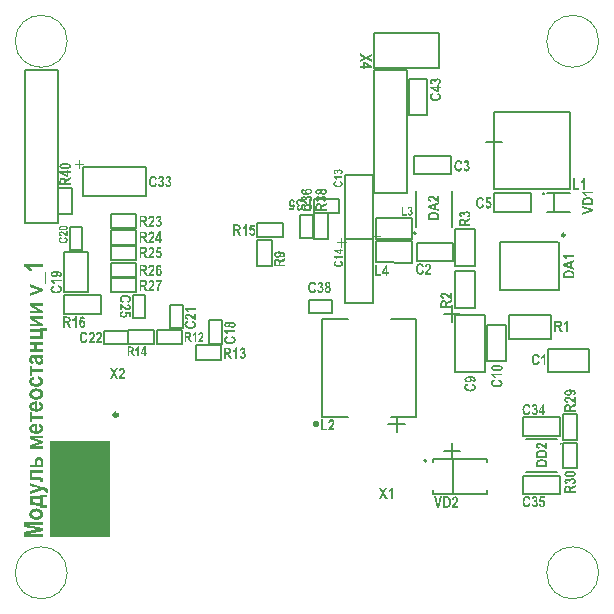
<source format=gto>
G04*
G04 #@! TF.GenerationSoftware,Altium Limited,Altium Designer,22.7.1 (60)*
G04*
G04 Layer_Color=65535*
%FSLAX43Y43*%
%MOMM*%
G71*
G04*
G04 #@! TF.SameCoordinates,954B6AC0-D961-4D12-9847-DB1D38B5DF19*
G04*
G04*
G04 #@! TF.FilePolarity,Positive*
G04*
G01*
G75*
%ADD10C,0.200*%
%ADD11C,0.100*%
%ADD12C,0.250*%
%ADD13C,0.150*%
%ADD14C,0.300*%
G04:AMPARAMS|DCode=15|XSize=0.5mm|YSize=0.5mm|CornerRadius=0.063mm|HoleSize=0mm|Usage=FLASHONLY|Rotation=180.000|XOffset=0mm|YOffset=0mm|HoleType=Round|Shape=RoundedRectangle|*
%AMROUNDEDRECTD15*
21,1,0.500,0.375,0,0,180.0*
21,1,0.375,0.500,0,0,180.0*
1,1,0.125,-0.188,0.188*
1,1,0.125,0.188,0.188*
1,1,0.125,0.188,-0.188*
1,1,0.125,-0.188,-0.188*
%
%ADD15ROUNDEDRECTD15*%
%ADD16C,0.127*%
%ADD17R,5.050X8.125*%
G36*
X2700Y28446D02*
X1568D01*
X1571Y28443D01*
X1575Y28439D01*
X1582Y28432D01*
X1594Y28420D01*
X1606Y28409D01*
X1622Y28392D01*
X1638Y28374D01*
X1654Y28353D01*
X1691Y28307D01*
X1730Y28253D01*
X1765Y28191D01*
X1795Y28126D01*
X1522D01*
Y28129D01*
X1520Y28131D01*
X1515Y28145D01*
X1504Y28163D01*
X1490Y28191D01*
X1469Y28223D01*
X1444Y28258D01*
X1413Y28297D01*
X1376Y28339D01*
X1374Y28341D01*
X1372Y28344D01*
X1358Y28358D01*
X1335Y28376D01*
X1305Y28399D01*
X1270Y28425D01*
X1228Y28450D01*
X1182Y28473D01*
X1131Y28492D01*
Y28693D01*
X2700D01*
Y28446D01*
D02*
G37*
G36*
X2973Y26974D02*
X2864D01*
Y27999D01*
X2973D01*
Y26974D01*
D02*
G37*
G36*
X2700Y26594D02*
Y26372D01*
X1566Y26000D01*
Y26259D01*
X2147Y26432D01*
X2339Y26483D01*
X2147Y26537D01*
X1566Y26715D01*
Y26967D01*
X2700Y26594D01*
D02*
G37*
G36*
Y25134D02*
X1973D01*
X2700Y24750D01*
Y24514D01*
X1566D01*
Y24750D01*
X2279D01*
X1566Y25125D01*
Y25370D01*
X2700D01*
Y25134D01*
D02*
G37*
G36*
Y24033D02*
X1973D01*
X2700Y23649D01*
Y23413D01*
X1566D01*
Y23649D01*
X2279D01*
X1566Y24024D01*
Y24269D01*
X2700D01*
Y24033D01*
D02*
G37*
G36*
X3001Y23049D02*
X2700D01*
Y22309D01*
X1566D01*
Y22557D01*
X2457D01*
Y22906D01*
X1566D01*
Y23154D01*
X2459D01*
Y23248D01*
X3001D01*
Y23049D01*
D02*
G37*
G36*
X2700Y21821D02*
X2223D01*
Y21471D01*
X2700D01*
Y21224D01*
X1566D01*
Y21471D01*
X1980D01*
Y21821D01*
X1566D01*
Y22068D01*
X2700D01*
Y21821D01*
D02*
G37*
G36*
Y20803D02*
X2577Y20770D01*
X2580Y20768D01*
X2589Y20759D01*
X2603Y20747D01*
X2619Y20729D01*
X2638Y20708D01*
X2656Y20685D01*
X2672Y20659D01*
X2688Y20634D01*
X2691Y20631D01*
X2693Y20622D01*
X2700Y20606D01*
X2707Y20587D01*
X2714Y20564D01*
X2719Y20539D01*
X2723Y20511D01*
X2725Y20481D01*
Y20467D01*
X2723Y20458D01*
X2721Y20432D01*
X2714Y20402D01*
X2702Y20368D01*
X2688Y20331D01*
X2665Y20294D01*
X2635Y20259D01*
X2631Y20254D01*
X2619Y20245D01*
X2598Y20231D01*
X2570Y20217D01*
X2536Y20201D01*
X2494Y20187D01*
X2445Y20178D01*
X2392Y20173D01*
X2388D01*
X2376D01*
X2358Y20176D01*
X2334Y20178D01*
X2309Y20182D01*
X2281Y20187D01*
X2253Y20196D01*
X2226Y20208D01*
X2223Y20210D01*
X2214Y20215D01*
X2200Y20222D01*
X2184Y20233D01*
X2165Y20247D01*
X2147Y20263D01*
X2128Y20282D01*
X2112Y20305D01*
X2110Y20307D01*
X2105Y20317D01*
X2096Y20333D01*
X2087Y20356D01*
X2073Y20384D01*
X2061Y20418D01*
X2047Y20462D01*
X2034Y20511D01*
Y20513D01*
X2031Y20518D01*
X2029Y20527D01*
X2027Y20539D01*
X2024Y20553D01*
X2020Y20569D01*
X2010Y20606D01*
X1999Y20645D01*
X1985Y20685D01*
X1973Y20722D01*
X1966Y20738D01*
X1960Y20752D01*
X1955D01*
X1946D01*
X1929D01*
X1909Y20749D01*
X1890D01*
X1869Y20747D01*
X1853Y20742D01*
X1839Y20738D01*
X1837D01*
X1835Y20735D01*
X1821Y20726D01*
X1807Y20710D01*
X1791Y20687D01*
Y20685D01*
X1788Y20680D01*
X1784Y20673D01*
X1779Y20661D01*
X1777Y20648D01*
X1772Y20631D01*
X1770Y20611D01*
Y20576D01*
X1772Y20564D01*
X1774Y20550D01*
X1781Y20516D01*
X1791Y20499D01*
X1800Y20483D01*
X1802Y20481D01*
X1807Y20476D01*
X1814Y20469D01*
X1825Y20462D01*
X1839Y20453D01*
X1860Y20442D01*
X1883Y20432D01*
X1911Y20423D01*
X1865Y20201D01*
X1862D01*
X1858Y20203D01*
X1848Y20206D01*
X1837Y20208D01*
X1823Y20213D01*
X1807Y20219D01*
X1770Y20233D01*
X1728Y20250D01*
X1689Y20273D01*
X1649Y20300D01*
X1617Y20333D01*
X1615Y20337D01*
X1606Y20351D01*
X1594Y20372D01*
X1578Y20402D01*
X1564Y20439D01*
X1552Y20486D01*
X1543Y20541D01*
X1541Y20601D01*
Y20627D01*
X1543Y20654D01*
X1545Y20689D01*
X1552Y20726D01*
X1559Y20766D01*
X1571Y20805D01*
X1585Y20837D01*
X1587Y20842D01*
X1592Y20851D01*
X1603Y20865D01*
X1617Y20884D01*
X1633Y20902D01*
X1654Y20923D01*
X1677Y20941D01*
X1705Y20955D01*
X1710Y20958D01*
X1719Y20962D01*
X1740Y20967D01*
X1751Y20972D01*
X1767Y20974D01*
X1784Y20978D01*
X1804Y20981D01*
X1825Y20983D01*
X1851Y20988D01*
X1879Y20990D01*
X1909D01*
X1941Y20992D01*
X1978D01*
X2327Y20990D01*
X2330D01*
X2334D01*
X2341D01*
X2351D01*
X2378D01*
X2411Y20992D01*
X2445D01*
X2482Y20995D01*
X2517Y20997D01*
X2547Y21002D01*
X2550D01*
X2559Y21004D01*
X2575Y21006D01*
X2594Y21011D01*
X2617Y21018D01*
X2642Y21025D01*
X2670Y21034D01*
X2700Y21046D01*
Y20803D01*
D02*
G37*
G36*
X1802Y19794D02*
X2700D01*
Y19546D01*
X1802D01*
Y19248D01*
X1566D01*
Y20092D01*
X1802D01*
Y19794D01*
D02*
G37*
G36*
X2334Y19178D02*
X2353Y19174D01*
X2381Y19164D01*
X2411Y19155D01*
X2445Y19141D01*
X2482Y19123D01*
X2520Y19100D01*
X2559Y19074D01*
X2596Y19044D01*
X2631Y19009D01*
X2661Y18970D01*
X2688Y18924D01*
X2707Y18873D01*
X2721Y18815D01*
X2723Y18785D01*
X2725Y18752D01*
Y18743D01*
X2723Y18732D01*
Y18715D01*
X2721Y18697D01*
X2716Y18674D01*
X2705Y18625D01*
X2695Y18597D01*
X2684Y18570D01*
X2670Y18542D01*
X2654Y18514D01*
X2633Y18486D01*
X2610Y18461D01*
X2584Y18435D01*
X2554Y18415D01*
X2552D01*
X2547Y18410D01*
X2536Y18405D01*
X2524Y18398D01*
X2506Y18389D01*
X2487Y18380D01*
X2464Y18371D01*
X2436Y18361D01*
X2408Y18350D01*
X2376Y18341D01*
X2341Y18331D01*
X2304Y18322D01*
X2226Y18310D01*
X2182Y18308D01*
X2138Y18306D01*
X2135D01*
X2124D01*
X2110D01*
X2089Y18308D01*
X2066Y18310D01*
X2038Y18313D01*
X2006Y18315D01*
X1973Y18322D01*
X1902Y18336D01*
X1828Y18357D01*
X1791Y18371D01*
X1756Y18389D01*
X1724Y18408D01*
X1693Y18428D01*
X1691Y18431D01*
X1686Y18435D01*
X1680Y18442D01*
X1670Y18452D01*
X1659Y18463D01*
X1645Y18479D01*
X1631Y18496D01*
X1617Y18516D01*
X1603Y18540D01*
X1589Y18563D01*
X1564Y18618D01*
X1555Y18651D01*
X1548Y18683D01*
X1543Y18718D01*
X1541Y18755D01*
Y18771D01*
X1543Y18783D01*
Y18796D01*
X1545Y18813D01*
X1552Y18850D01*
X1562Y18891D01*
X1578Y18938D01*
X1599Y18979D01*
X1629Y19021D01*
Y19023D01*
X1633Y19025D01*
X1645Y19037D01*
X1666Y19056D01*
X1696Y19079D01*
X1733Y19104D01*
X1779Y19127D01*
X1807Y19141D01*
X1837Y19150D01*
X1867Y19162D01*
X1902Y19171D01*
X1955Y18928D01*
X1953D01*
X1948Y18926D01*
X1939D01*
X1927Y18921D01*
X1899Y18912D01*
X1865Y18896D01*
X1832Y18875D01*
X1804Y18845D01*
X1793Y18826D01*
X1784Y18808D01*
X1779Y18785D01*
X1777Y18759D01*
Y18745D01*
X1781Y18727D01*
X1786Y18708D01*
X1795Y18685D01*
X1809Y18660D01*
X1830Y18637D01*
X1855Y18614D01*
X1860Y18611D01*
X1869Y18604D01*
X1890Y18595D01*
X1916Y18586D01*
X1953Y18577D01*
X1973Y18572D01*
X1997Y18567D01*
X2022Y18563D01*
X2050Y18560D01*
X2082Y18558D01*
X2115D01*
X2117D01*
X2124D01*
X2133D01*
X2147D01*
X2163Y18560D01*
X2182D01*
X2226Y18565D01*
X2272Y18572D01*
X2321Y18581D01*
X2362Y18593D01*
X2383Y18602D01*
X2399Y18611D01*
X2401Y18614D01*
X2411Y18621D01*
X2425Y18634D01*
X2439Y18651D01*
X2455Y18671D01*
X2466Y18699D01*
X2476Y18727D01*
X2480Y18762D01*
Y18773D01*
X2478Y18785D01*
X2473Y18801D01*
X2469Y18817D01*
X2462Y18838D01*
X2450Y18857D01*
X2434Y18873D01*
X2432Y18875D01*
X2425Y18880D01*
X2413Y18889D01*
X2395Y18898D01*
X2371Y18910D01*
X2344Y18921D01*
X2307Y18931D01*
X2265Y18940D01*
X2316Y19183D01*
X2321D01*
X2334Y19178D01*
D02*
G37*
G36*
X2172Y18165D02*
X2191D01*
X2233Y18158D01*
X2281Y18151D01*
X2334Y18139D01*
X2390Y18123D01*
X2443Y18100D01*
X2445D01*
X2450Y18098D01*
X2457Y18093D01*
X2466Y18088D01*
X2492Y18072D01*
X2522Y18054D01*
X2557Y18028D01*
X2594Y17998D01*
X2626Y17963D01*
X2656Y17924D01*
Y17922D01*
X2658Y17919D01*
X2668Y17906D01*
X2677Y17882D01*
X2691Y17855D01*
X2702Y17818D01*
X2714Y17778D01*
X2723Y17734D01*
X2725Y17686D01*
Y17665D01*
X2723Y17651D01*
X2721Y17635D01*
X2716Y17614D01*
X2712Y17591D01*
X2705Y17565D01*
X2686Y17512D01*
X2675Y17484D01*
X2658Y17454D01*
X2640Y17427D01*
X2619Y17396D01*
X2596Y17369D01*
X2568Y17343D01*
X2566Y17341D01*
X2561Y17336D01*
X2552Y17332D01*
X2538Y17322D01*
X2522Y17311D01*
X2503Y17299D01*
X2480Y17288D01*
X2452Y17276D01*
X2422Y17262D01*
X2390Y17251D01*
X2353Y17239D01*
X2311Y17228D01*
X2270Y17218D01*
X2221Y17214D01*
X2172Y17209D01*
X2119Y17207D01*
X2117D01*
X2112D01*
X2103D01*
X2091D01*
X2075Y17209D01*
X2059Y17211D01*
X2020Y17216D01*
X1971Y17223D01*
X1920Y17234D01*
X1869Y17251D01*
X1816Y17272D01*
X1814D01*
X1809Y17274D01*
X1802Y17278D01*
X1793Y17283D01*
X1770Y17299D01*
X1740Y17318D01*
X1705Y17343D01*
X1673Y17373D01*
X1638Y17408D01*
X1610Y17445D01*
Y17447D01*
X1608Y17450D01*
X1599Y17464D01*
X1587Y17487D01*
X1575Y17514D01*
X1562Y17552D01*
X1552Y17591D01*
X1543Y17637D01*
X1541Y17686D01*
Y17707D01*
X1543Y17723D01*
X1545Y17741D01*
X1550Y17764D01*
X1555Y17788D01*
X1562Y17813D01*
X1571Y17841D01*
X1585Y17871D01*
X1599Y17899D01*
X1615Y17929D01*
X1636Y17959D01*
X1659Y17987D01*
X1686Y18012D01*
X1717Y18037D01*
X1719Y18040D01*
X1724Y18042D01*
X1735Y18049D01*
X1747Y18058D01*
X1765Y18068D01*
X1784Y18079D01*
X1807Y18091D01*
X1835Y18102D01*
X1862Y18114D01*
X1895Y18125D01*
X1927Y18137D01*
X1964Y18146D01*
X2043Y18162D01*
X2084Y18165D01*
X2128Y18167D01*
X2131D01*
X2135D01*
X2145D01*
X2159D01*
X2172Y18165D01*
D02*
G37*
G36*
X2219Y16450D02*
X2221D01*
X2226D01*
X2233D01*
X2242D01*
X2265Y16452D01*
X2295Y16457D01*
X2330Y16464D01*
X2364Y16476D01*
X2399Y16489D01*
X2429Y16508D01*
X2432Y16510D01*
X2441Y16519D01*
X2452Y16531D01*
X2464Y16547D01*
X2478Y16568D01*
X2489Y16594D01*
X2499Y16619D01*
X2501Y16649D01*
Y16654D01*
X2499Y16668D01*
X2492Y16688D01*
X2480Y16714D01*
X2473Y16725D01*
X2462Y16739D01*
X2448Y16753D01*
X2432Y16767D01*
X2413Y16779D01*
X2392Y16790D01*
X2367Y16799D01*
X2339Y16809D01*
X2390Y17054D01*
X2392D01*
X2397Y17052D01*
X2406Y17049D01*
X2418Y17045D01*
X2432Y17040D01*
X2448Y17033D01*
X2485Y17015D01*
X2526Y16994D01*
X2570Y16966D01*
X2610Y16936D01*
X2644Y16899D01*
X2647Y16894D01*
X2656Y16880D01*
X2670Y16860D01*
X2684Y16830D01*
X2700Y16793D01*
X2712Y16749D01*
X2721Y16700D01*
X2725Y16647D01*
Y16628D01*
X2723Y16612D01*
X2721Y16596D01*
X2719Y16575D01*
X2709Y16531D01*
X2693Y16478D01*
X2681Y16452D01*
X2668Y16427D01*
X2651Y16399D01*
X2633Y16376D01*
X2612Y16351D01*
X2589Y16330D01*
X2587Y16327D01*
X2582Y16325D01*
X2573Y16318D01*
X2559Y16309D01*
X2543Y16300D01*
X2524Y16288D01*
X2499Y16277D01*
X2473Y16265D01*
X2443Y16251D01*
X2408Y16240D01*
X2371Y16228D01*
X2332Y16219D01*
X2288Y16209D01*
X2242Y16202D01*
X2193Y16200D01*
X2140Y16198D01*
X2138D01*
X2128D01*
X2112D01*
X2094Y16200D01*
X2068Y16202D01*
X2041Y16205D01*
X2010Y16209D01*
X1978Y16214D01*
X1906Y16230D01*
X1867Y16242D01*
X1830Y16253D01*
X1793Y16270D01*
X1756Y16286D01*
X1719Y16307D01*
X1686Y16330D01*
X1684Y16332D01*
X1680Y16334D01*
X1673Y16341D01*
X1663Y16351D01*
X1652Y16362D01*
X1640Y16376D01*
X1612Y16408D01*
X1587Y16452D01*
X1564Y16501D01*
X1555Y16529D01*
X1548Y16559D01*
X1543Y16591D01*
X1541Y16624D01*
Y16642D01*
X1543Y16656D01*
X1545Y16672D01*
X1548Y16693D01*
X1559Y16737D01*
X1578Y16788D01*
X1589Y16813D01*
X1603Y16839D01*
X1619Y16864D01*
X1640Y16890D01*
X1663Y16913D01*
X1689Y16936D01*
X1691Y16938D01*
X1696Y16941D01*
X1707Y16948D01*
X1721Y16957D01*
X1737Y16966D01*
X1761Y16978D01*
X1786Y16989D01*
X1814Y17001D01*
X1848Y17012D01*
X1885Y17024D01*
X1925Y17035D01*
X1969Y17045D01*
X2017Y17054D01*
X2071Y17061D01*
X2126Y17063D01*
X2186Y17066D01*
X2219D01*
Y16450D01*
D02*
G37*
G36*
X1802Y15825D02*
X2700D01*
Y15578D01*
X1802D01*
Y15279D01*
X1566D01*
Y16124D01*
X1802D01*
Y15825D01*
D02*
G37*
G36*
X2219Y14573D02*
X2221D01*
X2226D01*
X2233D01*
X2242D01*
X2265Y14576D01*
X2295Y14580D01*
X2330Y14587D01*
X2364Y14599D01*
X2399Y14613D01*
X2429Y14631D01*
X2432Y14634D01*
X2441Y14643D01*
X2452Y14654D01*
X2464Y14671D01*
X2478Y14691D01*
X2489Y14717D01*
X2499Y14742D01*
X2501Y14772D01*
Y14777D01*
X2499Y14791D01*
X2492Y14812D01*
X2480Y14837D01*
X2473Y14849D01*
X2462Y14863D01*
X2448Y14877D01*
X2432Y14890D01*
X2413Y14902D01*
X2392Y14914D01*
X2367Y14923D01*
X2339Y14932D01*
X2390Y15177D01*
X2392D01*
X2397Y15175D01*
X2406Y15173D01*
X2418Y15168D01*
X2432Y15164D01*
X2448Y15157D01*
X2485Y15138D01*
X2526Y15117D01*
X2570Y15089D01*
X2610Y15059D01*
X2644Y15022D01*
X2647Y15018D01*
X2656Y15004D01*
X2670Y14983D01*
X2684Y14953D01*
X2700Y14916D01*
X2712Y14872D01*
X2721Y14823D01*
X2725Y14770D01*
Y14752D01*
X2723Y14735D01*
X2721Y14719D01*
X2719Y14698D01*
X2709Y14654D01*
X2693Y14601D01*
X2681Y14576D01*
X2668Y14550D01*
X2651Y14523D01*
X2633Y14499D01*
X2612Y14474D01*
X2589Y14453D01*
X2587Y14451D01*
X2582Y14449D01*
X2573Y14442D01*
X2559Y14432D01*
X2543Y14423D01*
X2524Y14411D01*
X2499Y14400D01*
X2473Y14388D01*
X2443Y14374D01*
X2408Y14363D01*
X2371Y14351D01*
X2332Y14342D01*
X2288Y14333D01*
X2242Y14326D01*
X2193Y14324D01*
X2140Y14321D01*
X2138D01*
X2128D01*
X2112D01*
X2094Y14324D01*
X2068Y14326D01*
X2041Y14328D01*
X2010Y14333D01*
X1978Y14337D01*
X1906Y14354D01*
X1867Y14365D01*
X1830Y14377D01*
X1793Y14393D01*
X1756Y14409D01*
X1719Y14430D01*
X1686Y14453D01*
X1684Y14455D01*
X1680Y14458D01*
X1673Y14465D01*
X1663Y14474D01*
X1652Y14486D01*
X1640Y14499D01*
X1612Y14532D01*
X1587Y14576D01*
X1564Y14624D01*
X1555Y14652D01*
X1548Y14682D01*
X1543Y14715D01*
X1541Y14747D01*
Y14766D01*
X1543Y14779D01*
X1545Y14796D01*
X1548Y14816D01*
X1559Y14860D01*
X1578Y14911D01*
X1589Y14937D01*
X1603Y14962D01*
X1619Y14988D01*
X1640Y15013D01*
X1663Y15036D01*
X1689Y15059D01*
X1691Y15062D01*
X1696Y15064D01*
X1707Y15071D01*
X1721Y15080D01*
X1737Y15089D01*
X1761Y15101D01*
X1786Y15113D01*
X1814Y15124D01*
X1848Y15136D01*
X1885Y15147D01*
X1925Y15159D01*
X1969Y15168D01*
X2017Y15177D01*
X2071Y15184D01*
X2126Y15187D01*
X2186Y15189D01*
X2219D01*
Y14573D01*
D02*
G37*
G36*
X2700Y13932D02*
X1955D01*
X2700Y13708D01*
Y13500D01*
X1955Y13285D01*
X2700D01*
Y13072D01*
X1566D01*
Y13375D01*
X2358Y13606D01*
X1566Y13842D01*
Y14145D01*
X2700D01*
Y13932D01*
D02*
G37*
G36*
X2401Y12366D02*
X2422Y12364D01*
X2448Y12357D01*
X2476Y12350D01*
X2506Y12338D01*
X2536Y12324D01*
X2566Y12306D01*
X2596Y12283D01*
X2624Y12253D01*
X2649Y12218D01*
X2670Y12179D01*
X2686Y12132D01*
X2695Y12077D01*
X2700Y12014D01*
Y11470D01*
X1566D01*
Y11718D01*
X2036D01*
Y12007D01*
X2038Y12024D01*
Y12042D01*
X2041Y12065D01*
X2050Y12114D01*
X2061Y12167D01*
X2082Y12218D01*
X2094Y12241D01*
X2108Y12264D01*
X2126Y12283D01*
X2145Y12297D01*
X2149Y12299D01*
X2163Y12308D01*
X2184Y12320D01*
X2212Y12334D01*
X2246Y12345D01*
X2286Y12357D01*
X2327Y12366D01*
X2371Y12368D01*
X2376D01*
X2385D01*
X2401Y12366D01*
D02*
G37*
G36*
X2700Y10971D02*
X1802D01*
Y10640D01*
X2321D01*
X2323D01*
X2325D01*
X2332D01*
X2341D01*
X2364D01*
X2392Y10637D01*
X2425Y10635D01*
X2459Y10633D01*
X2494Y10628D01*
X2526Y10621D01*
X2529D01*
X2540Y10619D01*
X2554Y10614D01*
X2573Y10607D01*
X2614Y10591D01*
X2635Y10577D01*
X2654Y10563D01*
X2656Y10561D01*
X2661Y10556D01*
X2670Y10547D01*
X2677Y10538D01*
X2698Y10512D01*
X2705Y10496D01*
X2709Y10482D01*
Y10480D01*
X2712Y10475D01*
Y10466D01*
X2714Y10455D01*
X2716Y10438D01*
Y10420D01*
X2719Y10397D01*
Y10353D01*
X2716Y10337D01*
X2714Y10316D01*
X2712Y10290D01*
X2707Y10258D01*
X2700Y10219D01*
X2480D01*
Y10325D01*
X2478Y10332D01*
X2476Y10341D01*
X2466Y10362D01*
X2459Y10369D01*
X2450Y10376D01*
X2448D01*
X2443Y10378D01*
X2434Y10381D01*
X2422Y10385D01*
X2404Y10388D01*
X2381Y10390D01*
X2351Y10392D01*
X2314D01*
X1566D01*
Y11218D01*
X2700D01*
Y10971D01*
D02*
G37*
G36*
X2658Y9839D02*
X2869Y9777D01*
X2871D01*
X2874Y9774D01*
X2887Y9770D01*
X2911Y9760D01*
X2936Y9751D01*
X2964Y9737D01*
X2994Y9723D01*
X3022Y9710D01*
X3045Y9693D01*
X3047Y9691D01*
X3054Y9686D01*
X3063Y9677D01*
X3077Y9666D01*
X3091Y9649D01*
X3105Y9631D01*
X3119Y9610D01*
X3130Y9587D01*
X3133Y9585D01*
X3135Y9575D01*
X3140Y9561D01*
X3144Y9545D01*
X3151Y9522D01*
X3156Y9494D01*
X3158Y9464D01*
X3160Y9432D01*
Y9406D01*
X3158Y9388D01*
X3156Y9367D01*
X3154Y9344D01*
X3142Y9293D01*
X2908Y9272D01*
Y9275D01*
X2911Y9281D01*
X2913Y9293D01*
X2915Y9307D01*
X2920Y9339D01*
X2922Y9374D01*
Y9386D01*
X2920Y9399D01*
X2915Y9416D01*
X2911Y9434D01*
X2901Y9453D01*
X2890Y9471D01*
X2874Y9490D01*
X2871Y9492D01*
X2864Y9497D01*
X2853Y9506D01*
X2834Y9517D01*
X2811Y9529D01*
X2781Y9541D01*
X2746Y9555D01*
X2702Y9566D01*
X1566Y9212D01*
Y9474D01*
X2374Y9696D01*
X1566Y9913D01*
Y10168D01*
X2658Y9839D01*
D02*
G37*
G36*
X3001Y8962D02*
X2700D01*
Y8259D01*
X3001D01*
Y8060D01*
X2450D01*
Y8159D01*
X2448Y8162D01*
X2441Y8166D01*
X2427Y8173D01*
X2408Y8182D01*
X2383Y8194D01*
X2351Y8205D01*
X2311Y8219D01*
X2263Y8233D01*
X2207Y8247D01*
X2145Y8259D01*
X2073Y8273D01*
X2034Y8280D01*
X1992Y8284D01*
X1948Y8289D01*
X1899Y8293D01*
X1851Y8298D01*
X1800Y8303D01*
X1744Y8305D01*
X1689Y8310D01*
X1629D01*
X1566Y8312D01*
Y9062D01*
X2450D01*
Y9161D01*
X3001D01*
Y8962D01*
D02*
G37*
G36*
X2172Y7995D02*
X2191D01*
X2233Y7988D01*
X2281Y7981D01*
X2334Y7969D01*
X2390Y7953D01*
X2443Y7930D01*
X2445D01*
X2450Y7928D01*
X2457Y7923D01*
X2466Y7919D01*
X2492Y7902D01*
X2522Y7884D01*
X2557Y7858D01*
X2594Y7828D01*
X2626Y7794D01*
X2656Y7754D01*
Y7752D01*
X2658Y7750D01*
X2668Y7736D01*
X2677Y7713D01*
X2691Y7685D01*
X2702Y7648D01*
X2714Y7609D01*
X2723Y7565D01*
X2725Y7516D01*
Y7495D01*
X2723Y7481D01*
X2721Y7465D01*
X2716Y7444D01*
X2712Y7421D01*
X2705Y7396D01*
X2686Y7342D01*
X2675Y7315D01*
X2658Y7285D01*
X2640Y7257D01*
X2619Y7227D01*
X2596Y7199D01*
X2568Y7173D01*
X2566Y7171D01*
X2561Y7167D01*
X2552Y7162D01*
X2538Y7153D01*
X2522Y7141D01*
X2503Y7130D01*
X2480Y7118D01*
X2452Y7106D01*
X2422Y7092D01*
X2390Y7081D01*
X2353Y7069D01*
X2311Y7058D01*
X2270Y7049D01*
X2221Y7044D01*
X2172Y7039D01*
X2119Y7037D01*
X2117D01*
X2112D01*
X2103D01*
X2091D01*
X2075Y7039D01*
X2059Y7042D01*
X2020Y7046D01*
X1971Y7053D01*
X1920Y7065D01*
X1869Y7081D01*
X1816Y7102D01*
X1814D01*
X1809Y7104D01*
X1802Y7109D01*
X1793Y7113D01*
X1770Y7130D01*
X1740Y7148D01*
X1705Y7173D01*
X1673Y7204D01*
X1638Y7238D01*
X1610Y7275D01*
Y7278D01*
X1608Y7280D01*
X1599Y7294D01*
X1587Y7317D01*
X1575Y7345D01*
X1562Y7382D01*
X1552Y7421D01*
X1543Y7467D01*
X1541Y7516D01*
Y7537D01*
X1543Y7553D01*
X1545Y7571D01*
X1550Y7595D01*
X1555Y7618D01*
X1562Y7643D01*
X1571Y7671D01*
X1585Y7701D01*
X1599Y7729D01*
X1615Y7759D01*
X1636Y7789D01*
X1659Y7817D01*
X1686Y7842D01*
X1717Y7868D01*
X1719Y7870D01*
X1724Y7872D01*
X1735Y7879D01*
X1747Y7888D01*
X1765Y7898D01*
X1784Y7909D01*
X1807Y7921D01*
X1835Y7932D01*
X1862Y7944D01*
X1895Y7956D01*
X1927Y7967D01*
X1964Y7976D01*
X2043Y7993D01*
X2084Y7995D01*
X2128Y7997D01*
X2131D01*
X2135D01*
X2145D01*
X2159D01*
X2172Y7995D01*
D02*
G37*
G36*
X2700Y6602D02*
X1467D01*
X2700Y6343D01*
Y6095D01*
X1467Y5841D01*
X2700D01*
Y5600D01*
X1136D01*
Y5986D01*
X2207Y6220D01*
X1136Y6452D01*
Y6843D01*
X2700D01*
Y6602D01*
D02*
G37*
G36*
X25550Y27206D02*
X25561Y27204D01*
X25574Y27203D01*
X25588Y27200D01*
X25604Y27196D01*
X25639Y27184D01*
X25657Y27177D01*
X25675Y27169D01*
X25694Y27158D01*
X25712Y27145D01*
X25730Y27131D01*
X25747Y27115D01*
X25749D01*
X25750Y27112D01*
X25753Y27108D01*
X25757Y27104D01*
X25763Y27097D01*
X25768Y27089D01*
X25776Y27079D01*
X25783Y27067D01*
X25790Y27055D01*
X25798Y27042D01*
X25805Y27026D01*
X25814Y27010D01*
X25821Y26990D01*
X25828Y26970D01*
X25835Y26949D01*
X25840Y26926D01*
X25684Y26881D01*
Y26883D01*
X25682Y26884D01*
Y26888D01*
X25681Y26894D01*
X25677Y26908D01*
X25671Y26925D01*
X25663Y26945D01*
X25651Y26964D01*
X25639Y26983D01*
X25623Y27000D01*
X25622Y27001D01*
X25616Y27007D01*
X25606Y27014D01*
X25594Y27021D01*
X25578Y27029D01*
X25561Y27035D01*
X25542Y27041D01*
X25519Y27042D01*
X25510D01*
X25505Y27041D01*
X25489Y27038D01*
X25470Y27032D01*
X25447Y27024D01*
X25423Y27010D01*
X25412Y27001D01*
X25401Y26991D01*
X25389Y26980D01*
X25378Y26966D01*
Y26964D01*
X25375Y26963D01*
X25374Y26957D01*
X25370Y26952D01*
X25365Y26943D01*
X25361Y26933D01*
X25357Y26921D01*
X25351Y26907D01*
X25346Y26891D01*
X25341Y26873D01*
X25337Y26852D01*
X25333Y26829D01*
X25330Y26805D01*
X25327Y26778D01*
X25324Y26749D01*
Y26718D01*
Y26716D01*
Y26709D01*
Y26701D01*
X25326Y26688D01*
Y26674D01*
X25327Y26657D01*
X25329Y26639D01*
X25331Y26619D01*
X25337Y26577D01*
X25347Y26535D01*
X25353Y26515D01*
X25360Y26495D01*
X25368Y26478D01*
X25377Y26463D01*
Y26461D01*
X25379Y26460D01*
X25386Y26451D01*
X25398Y26439D01*
X25415Y26426D01*
X25434Y26412D01*
X25457Y26399D01*
X25485Y26391D01*
X25499Y26389D01*
X25515Y26388D01*
X25518D01*
X25525Y26389D01*
X25537Y26391D01*
X25551Y26394D01*
X25568Y26399D01*
X25587Y26408D01*
X25605Y26420D01*
X25622Y26436D01*
X25623Y26439D01*
X25629Y26446D01*
X25637Y26457D01*
X25647Y26474D01*
X25659Y26495D01*
X25668Y26522D01*
X25680Y26553D01*
X25688Y26591D01*
X25842Y26532D01*
Y26530D01*
X25840Y26525D01*
X25838Y26516D01*
X25835Y26505D01*
X25830Y26492D01*
X25826Y26477D01*
X25821Y26460D01*
X25814Y26441D01*
X25797Y26403D01*
X25776Y26364D01*
X25752Y26327D01*
X25737Y26312D01*
X25722Y26296D01*
X25721Y26295D01*
X25718Y26293D01*
X25713Y26289D01*
X25706Y26285D01*
X25699Y26279D01*
X25690Y26274D01*
X25678Y26267D01*
X25666Y26260D01*
X25651Y26253D01*
X25636Y26246D01*
X25601Y26234D01*
X25561Y26226D01*
X25540Y26224D01*
X25518Y26223D01*
X25510D01*
X25503Y26224D01*
X25492D01*
X25479Y26227D01*
X25464Y26229D01*
X25447Y26233D01*
X25429Y26237D01*
X25409Y26244D01*
X25389Y26251D01*
X25370Y26261D01*
X25348Y26272D01*
X25327Y26286D01*
X25307Y26302D01*
X25288Y26319D01*
X25269Y26340D01*
X25268Y26341D01*
X25265Y26346D01*
X25260Y26354D01*
X25253Y26365D01*
X25244Y26378D01*
X25236Y26395D01*
X25226Y26415D01*
X25216Y26437D01*
X25205Y26461D01*
X25195Y26489D01*
X25186Y26519D01*
X25178Y26551D01*
X25171Y26587D01*
X25165Y26625D01*
X25162Y26664D01*
X25161Y26706D01*
Y26708D01*
Y26709D01*
Y26718D01*
X25162Y26730D01*
Y26746D01*
X25164Y26767D01*
X25167Y26791D01*
X25171Y26816D01*
X25175Y26845D01*
X25181Y26876D01*
X25188Y26907D01*
X25196Y26938D01*
X25207Y26970D01*
X25220Y27001D01*
X25234Y27031D01*
X25251Y27060D01*
X25271Y27087D01*
X25272Y27089D01*
X25275Y27093D01*
X25281Y27098D01*
X25288Y27105D01*
X25298Y27115D01*
X25309Y27125D01*
X25323Y27136D01*
X25339Y27148D01*
X25355Y27158D01*
X25375Y27169D01*
X25396Y27179D01*
X25419Y27189D01*
X25444Y27196D01*
X25470Y27201D01*
X25498Y27206D01*
X25527Y27207D01*
X25540D01*
X25550Y27206D01*
D02*
G37*
G36*
X26208Y27193D02*
X26217Y27191D01*
X26227Y27190D01*
X26252Y27184D01*
X26279Y27176D01*
X26307Y27162D01*
X26321Y27153D01*
X26335Y27143D01*
X26348Y27132D01*
X26361Y27118D01*
X26362Y27117D01*
X26363Y27115D01*
X26366Y27111D01*
X26370Y27105D01*
X26375Y27098D01*
X26380Y27090D01*
X26393Y27069D01*
X26404Y27043D01*
X26414Y27015D01*
X26421Y26984D01*
X26424Y26967D01*
Y26950D01*
Y26948D01*
Y26940D01*
X26423Y26928D01*
X26420Y26914D01*
X26417Y26895D01*
X26411Y26877D01*
X26404Y26857D01*
X26394Y26838D01*
X26393Y26835D01*
X26389Y26829D01*
X26383Y26821D01*
X26373Y26808D01*
X26362Y26795D01*
X26346Y26780D01*
X26330Y26764D01*
X26310Y26750D01*
X26311D01*
X26313Y26749D01*
X26321Y26746D01*
X26332Y26742D01*
X26348Y26735D01*
X26365Y26723D01*
X26382Y26711D01*
X26399Y26694D01*
X26416Y26673D01*
X26417Y26670D01*
X26423Y26661D01*
X26430Y26649D01*
X26437Y26632D01*
X26445Y26611D01*
X26451Y26585D01*
X26456Y26556D01*
X26458Y26523D01*
Y26522D01*
Y26518D01*
Y26511D01*
X26456Y26502D01*
X26455Y26491D01*
X26454Y26478D01*
X26451Y26464D01*
X26448Y26447D01*
X26438Y26413D01*
X26424Y26378D01*
X26416Y26360D01*
X26406Y26341D01*
X26393Y26324D01*
X26379Y26308D01*
X26377Y26306D01*
X26376Y26303D01*
X26370Y26299D01*
X26365Y26295D01*
X26358Y26288D01*
X26349Y26281D01*
X26327Y26265D01*
X26300Y26250D01*
X26269Y26236D01*
X26251Y26231D01*
X26232Y26227D01*
X26214Y26224D01*
X26194Y26223D01*
X26184D01*
X26177Y26224D01*
X26169Y26226D01*
X26158Y26227D01*
X26134Y26231D01*
X26107Y26240D01*
X26077Y26254D01*
X26062Y26261D01*
X26048Y26271D01*
X26033Y26282D01*
X26019Y26295D01*
X26018Y26296D01*
X26017Y26298D01*
X26012Y26302D01*
X26008Y26308D01*
X26002Y26316D01*
X25997Y26324D01*
X25990Y26334D01*
X25983Y26347D01*
X25976Y26360D01*
X25969Y26375D01*
X25962Y26391D01*
X25955Y26409D01*
X25945Y26447D01*
X25938Y26492D01*
X26083Y26513D01*
Y26512D01*
Y26511D01*
X26084Y26502D01*
X26086Y26491D01*
X26090Y26475D01*
X26094Y26458D01*
X26101Y26441D01*
X26110Y26425D01*
X26119Y26410D01*
X26121Y26409D01*
X26125Y26405D01*
X26132Y26399D01*
X26141Y26394D01*
X26150Y26386D01*
X26163Y26381D01*
X26177Y26377D01*
X26193Y26375D01*
X26201D01*
X26210Y26378D01*
X26220Y26381D01*
X26232Y26385D01*
X26246Y26392D01*
X26259Y26402D01*
X26272Y26416D01*
X26273Y26417D01*
X26277Y26425D01*
X26282Y26433D01*
X26289Y26447D01*
X26294Y26463D01*
X26299Y26484D01*
X26303Y26506D01*
X26304Y26533D01*
Y26535D01*
Y26536D01*
Y26544D01*
X26303Y26557D01*
X26300Y26573D01*
X26297Y26589D01*
X26291Y26608D01*
X26283Y26626D01*
X26273Y26642D01*
X26272Y26643D01*
X26267Y26649D01*
X26260Y26654D01*
X26252Y26663D01*
X26241Y26670D01*
X26228Y26677D01*
X26214Y26681D01*
X26198Y26683D01*
X26187D01*
X26180Y26681D01*
X26170Y26680D01*
X26158Y26677D01*
X26145Y26673D01*
X26131Y26668D01*
X26146Y26818D01*
X26156D01*
X26167Y26819D01*
X26180Y26821D01*
X26196Y26825D01*
X26211Y26829D01*
X26225Y26838D01*
X26239Y26847D01*
X26241Y26849D01*
X26245Y26853D01*
X26251Y26862D01*
X26256Y26871D01*
X26262Y26884D01*
X26267Y26900D01*
X26272Y26918D01*
X26273Y26939D01*
Y26942D01*
Y26948D01*
X26272Y26956D01*
X26270Y26967D01*
X26267Y26979D01*
X26262Y26991D01*
X26256Y27004D01*
X26248Y27015D01*
X26246Y27017D01*
X26244Y27019D01*
X26238Y27024D01*
X26231Y27029D01*
X26222Y27035D01*
X26211Y27039D01*
X26198Y27042D01*
X26184Y27043D01*
X26179D01*
X26170Y27042D01*
X26162Y27039D01*
X26152Y27035D01*
X26141Y27029D01*
X26129Y27022D01*
X26118Y27011D01*
X26117Y27010D01*
X26114Y27005D01*
X26110Y26997D01*
X26104Y26987D01*
X26098Y26974D01*
X26093Y26957D01*
X26088Y26939D01*
X26086Y26917D01*
X25948Y26945D01*
Y26946D01*
X25949Y26950D01*
X25950Y26957D01*
X25952Y26966D01*
X25955Y26977D01*
X25957Y26988D01*
X25966Y27017D01*
X25977Y27048D01*
X25991Y27079D01*
X26010Y27108D01*
X26019Y27122D01*
X26031Y27134D01*
X26032Y27135D01*
X26033Y27136D01*
X26042Y27143D01*
X26056Y27153D01*
X26074Y27165D01*
X26097Y27174D01*
X26125Y27184D01*
X26156Y27191D01*
X26173Y27194D01*
X26200D01*
X26208Y27193D01*
D02*
G37*
G36*
X26823D02*
X26833Y27191D01*
X26844Y27190D01*
X26869Y27186D01*
X26898Y27177D01*
X26926Y27165D01*
X26940Y27156D01*
X26954Y27146D01*
X26967Y27135D01*
X26978Y27122D01*
X26979Y27121D01*
X26981Y27120D01*
X26984Y27115D01*
X26988Y27110D01*
X26992Y27103D01*
X26998Y27094D01*
X27009Y27074D01*
X27019Y27049D01*
X27029Y27019D01*
X27036Y26987D01*
X27039Y26969D01*
Y26950D01*
Y26949D01*
Y26948D01*
Y26939D01*
X27037Y26926D01*
X27034Y26909D01*
X27032Y26891D01*
X27026Y26871D01*
X27019Y26850D01*
X27009Y26831D01*
X27008Y26828D01*
X27003Y26822D01*
X26998Y26814D01*
X26988Y26802D01*
X26977Y26790D01*
X26964Y26777D01*
X26947Y26764D01*
X26930Y26753D01*
X26931D01*
X26933Y26752D01*
X26941Y26747D01*
X26953Y26740D01*
X26968Y26729D01*
X26984Y26716D01*
X27001Y26701D01*
X27016Y26683D01*
X27030Y26661D01*
X27032Y26659D01*
X27036Y26652D01*
X27041Y26639D01*
X27047Y26622D01*
X27053Y26601D01*
X27058Y26577D01*
X27063Y26549D01*
X27064Y26518D01*
Y26516D01*
Y26513D01*
Y26509D01*
Y26502D01*
X27063Y26495D01*
Y26487D01*
X27060Y26465D01*
X27056Y26440D01*
X27050Y26415D01*
X27041Y26388D01*
X27030Y26361D01*
Y26360D01*
X27029Y26358D01*
X27025Y26350D01*
X27017Y26339D01*
X27006Y26323D01*
X26993Y26306D01*
X26978Y26289D01*
X26961Y26272D01*
X26940Y26258D01*
X26937Y26257D01*
X26930Y26253D01*
X26917Y26247D01*
X26902Y26241D01*
X26884Y26234D01*
X26861Y26229D01*
X26837Y26224D01*
X26810Y26223D01*
X26799D01*
X26792Y26224D01*
X26782Y26226D01*
X26771Y26227D01*
X26745Y26233D01*
X26716Y26241D01*
X26685Y26255D01*
X26669Y26265D01*
X26654Y26275D01*
X26638Y26286D01*
X26624Y26300D01*
X26623Y26302D01*
X26621Y26305D01*
X26617Y26309D01*
X26613Y26315D01*
X26607Y26323D01*
X26602Y26333D01*
X26595Y26344D01*
X26587Y26357D01*
X26580Y26371D01*
X26573Y26386D01*
X26568Y26405D01*
X26562Y26423D01*
X26554Y26465D01*
X26552Y26488D01*
X26551Y26512D01*
Y26513D01*
Y26516D01*
Y26520D01*
Y26526D01*
X26552Y26542D01*
X26555Y26563D01*
X26559Y26585D01*
X26565Y26609D01*
X26572Y26635D01*
X26583Y26659D01*
Y26660D01*
X26585Y26661D01*
X26589Y26668D01*
X26597Y26680D01*
X26609Y26694D01*
X26621Y26709D01*
X26638Y26725D01*
X26658Y26740D01*
X26681Y26753D01*
X26678Y26754D01*
X26672Y26759D01*
X26662Y26764D01*
X26650Y26773D01*
X26635Y26784D01*
X26623Y26798D01*
X26609Y26814D01*
X26597Y26831D01*
X26596Y26833D01*
X26593Y26839D01*
X26589Y26850D01*
X26585Y26864D01*
X26579Y26881D01*
X26575Y26901D01*
X26572Y26924D01*
X26571Y26949D01*
Y26950D01*
Y26955D01*
Y26960D01*
X26572Y26967D01*
Y26977D01*
X26573Y26988D01*
X26579Y27012D01*
X26586Y27042D01*
X26597Y27072D01*
X26613Y27100D01*
X26623Y27114D01*
X26634Y27127D01*
X26635Y27128D01*
X26637Y27129D01*
X26641Y27132D01*
X26645Y27138D01*
X26659Y27148D01*
X26679Y27160D01*
X26703Y27173D01*
X26733Y27184D01*
X26767Y27191D01*
X26785Y27193D01*
X26805Y27194D01*
X26816D01*
X26823Y27193D01*
D02*
G37*
G36*
X30068Y46259D02*
X30525Y46505D01*
Y46321D01*
X30239Y46166D01*
X30525Y46011D01*
Y45828D01*
X30068Y46073D01*
X29572Y45803D01*
Y45992D01*
X29896Y46166D01*
X29572Y46341D01*
Y46530D01*
X30068Y46259D01*
D02*
G37*
G36*
X30528Y45443D02*
Y45316D01*
X29924D01*
Y45219D01*
X29764D01*
Y45316D01*
X29572D01*
Y45461D01*
X29764D01*
Y45781D01*
X29923D01*
X30528Y45443D01*
D02*
G37*
G36*
X31869Y28044D02*
X31966D01*
Y27884D01*
X31869D01*
Y27692D01*
X31723D01*
Y27884D01*
X31403D01*
Y28043D01*
X31742Y28648D01*
X31869D01*
Y28044D01*
D02*
G37*
G36*
X30958Y27853D02*
X31350D01*
Y27692D01*
X30800D01*
Y28638D01*
X30958D01*
Y27853D01*
D02*
G37*
G36*
X33805Y33551D02*
X33812Y33550D01*
X33819Y33549D01*
X33839Y33545D01*
X33860Y33538D01*
X33883Y33527D01*
X33894Y33520D01*
X33905Y33513D01*
X33915Y33504D01*
X33925Y33493D01*
X33926Y33492D01*
X33927Y33490D01*
X33929Y33487D01*
X33932Y33483D01*
X33936Y33477D01*
X33940Y33470D01*
X33950Y33454D01*
X33959Y33434D01*
X33967Y33412D01*
X33972Y33387D01*
X33975Y33374D01*
Y33361D01*
Y33358D01*
Y33353D01*
X33974Y33343D01*
X33971Y33332D01*
X33969Y33317D01*
X33965Y33303D01*
X33959Y33287D01*
X33951Y33272D01*
X33950Y33270D01*
X33947Y33265D01*
X33942Y33258D01*
X33935Y33248D01*
X33926Y33238D01*
X33914Y33226D01*
X33900Y33214D01*
X33885Y33203D01*
X33886D01*
X33887Y33202D01*
X33894Y33200D01*
X33903Y33196D01*
X33915Y33191D01*
X33928Y33182D01*
X33941Y33172D01*
X33955Y33159D01*
X33968Y33142D01*
X33969Y33140D01*
X33974Y33133D01*
X33979Y33123D01*
X33985Y33110D01*
X33991Y33093D01*
X33996Y33073D01*
X34000Y33050D01*
X34001Y33024D01*
Y33023D01*
Y33020D01*
Y33014D01*
X34000Y33008D01*
X33999Y32999D01*
X33998Y32989D01*
X33996Y32978D01*
X33994Y32964D01*
X33986Y32938D01*
X33975Y32910D01*
X33968Y32895D01*
X33960Y32881D01*
X33950Y32868D01*
X33939Y32854D01*
X33938Y32853D01*
X33937Y32851D01*
X33932Y32848D01*
X33928Y32844D01*
X33923Y32839D01*
X33916Y32833D01*
X33898Y32821D01*
X33877Y32809D01*
X33853Y32798D01*
X33838Y32794D01*
X33824Y32791D01*
X33809Y32789D01*
X33794Y32788D01*
X33786D01*
X33780Y32789D01*
X33774Y32790D01*
X33765Y32791D01*
X33746Y32794D01*
X33725Y32801D01*
X33702Y32812D01*
X33689Y32818D01*
X33678Y32826D01*
X33667Y32834D01*
X33656Y32844D01*
X33655Y32846D01*
X33654Y32847D01*
X33651Y32850D01*
X33647Y32854D01*
X33643Y32861D01*
X33638Y32868D01*
X33633Y32875D01*
X33627Y32885D01*
X33622Y32895D01*
X33616Y32908D01*
X33611Y32920D01*
X33605Y32934D01*
X33597Y32964D01*
X33592Y33000D01*
X33706Y33016D01*
Y33015D01*
Y33014D01*
X33707Y33008D01*
X33708Y32999D01*
X33712Y32986D01*
X33715Y32973D01*
X33720Y32960D01*
X33727Y32947D01*
X33735Y32935D01*
X33736Y32934D01*
X33739Y32931D01*
X33745Y32927D01*
X33752Y32922D01*
X33759Y32917D01*
X33769Y32912D01*
X33780Y32909D01*
X33793Y32908D01*
X33799D01*
X33806Y32910D01*
X33814Y32912D01*
X33824Y32915D01*
X33835Y32921D01*
X33845Y32929D01*
X33855Y32940D01*
X33856Y32941D01*
X33859Y32947D01*
X33863Y32953D01*
X33868Y32964D01*
X33873Y32976D01*
X33876Y32993D01*
X33879Y33011D01*
X33880Y33032D01*
Y33033D01*
Y33034D01*
Y33041D01*
X33879Y33051D01*
X33877Y33063D01*
X33875Y33076D01*
X33870Y33091D01*
X33864Y33105D01*
X33856Y33117D01*
X33855Y33119D01*
X33851Y33123D01*
X33846Y33127D01*
X33839Y33134D01*
X33830Y33140D01*
X33820Y33145D01*
X33809Y33149D01*
X33797Y33150D01*
X33788D01*
X33783Y33149D01*
X33775Y33147D01*
X33765Y33145D01*
X33755Y33142D01*
X33744Y33139D01*
X33756Y33256D01*
X33764D01*
X33773Y33257D01*
X33783Y33258D01*
X33795Y33262D01*
X33807Y33265D01*
X33818Y33272D01*
X33829Y33280D01*
X33830Y33281D01*
X33834Y33284D01*
X33838Y33291D01*
X33843Y33298D01*
X33847Y33308D01*
X33851Y33321D01*
X33855Y33335D01*
X33856Y33352D01*
Y33354D01*
Y33358D01*
X33855Y33365D01*
X33854Y33374D01*
X33851Y33383D01*
X33847Y33393D01*
X33843Y33403D01*
X33836Y33412D01*
X33835Y33413D01*
X33833Y33415D01*
X33828Y33418D01*
X33823Y33423D01*
X33816Y33427D01*
X33807Y33430D01*
X33797Y33433D01*
X33786Y33434D01*
X33782D01*
X33775Y33433D01*
X33768Y33430D01*
X33760Y33427D01*
X33752Y33423D01*
X33743Y33417D01*
X33734Y33408D01*
X33733Y33407D01*
X33730Y33404D01*
X33727Y33397D01*
X33723Y33389D01*
X33718Y33379D01*
X33714Y33366D01*
X33710Y33352D01*
X33708Y33334D01*
X33599Y33356D01*
Y33357D01*
X33601Y33361D01*
X33602Y33366D01*
X33603Y33373D01*
X33605Y33382D01*
X33607Y33391D01*
X33614Y33413D01*
X33623Y33437D01*
X33634Y33462D01*
X33648Y33485D01*
X33656Y33496D01*
X33665Y33505D01*
X33666Y33506D01*
X33667Y33507D01*
X33674Y33513D01*
X33685Y33520D01*
X33699Y33529D01*
X33717Y33537D01*
X33739Y33545D01*
X33764Y33550D01*
X33777Y33553D01*
X33798D01*
X33805Y33551D01*
D02*
G37*
G36*
X33224Y32927D02*
X33533D01*
Y32800D01*
X33100D01*
Y33545D01*
X33224D01*
Y32927D01*
D02*
G37*
G36*
X12064Y36167D02*
X12075Y36166D01*
X12088Y36164D01*
X12102Y36161D01*
X12118Y36157D01*
X12153Y36146D01*
X12171Y36139D01*
X12189Y36130D01*
X12208Y36119D01*
X12226Y36106D01*
X12244Y36092D01*
X12261Y36077D01*
X12263D01*
X12264Y36074D01*
X12267Y36070D01*
X12271Y36066D01*
X12277Y36059D01*
X12283Y36050D01*
X12290Y36040D01*
X12297Y36029D01*
X12304Y36016D01*
X12312Y36004D01*
X12319Y35988D01*
X12328Y35971D01*
X12335Y35951D01*
X12342Y35932D01*
X12349Y35910D01*
X12354Y35888D01*
X12198Y35843D01*
Y35844D01*
X12197Y35846D01*
Y35850D01*
X12195Y35856D01*
X12191Y35870D01*
X12185Y35887D01*
X12177Y35906D01*
X12166Y35926D01*
X12153Y35944D01*
X12137Y35961D01*
X12136Y35963D01*
X12130Y35968D01*
X12120Y35975D01*
X12108Y35982D01*
X12092Y35991D01*
X12075Y35996D01*
X12056Y36002D01*
X12033Y36004D01*
X12025D01*
X12019Y36002D01*
X12003Y35999D01*
X11984Y35994D01*
X11961Y35985D01*
X11937Y35971D01*
X11926Y35963D01*
X11915Y35953D01*
X11903Y35942D01*
X11892Y35927D01*
Y35926D01*
X11889Y35925D01*
X11888Y35919D01*
X11884Y35913D01*
X11879Y35905D01*
X11875Y35895D01*
X11871Y35882D01*
X11865Y35868D01*
X11860Y35853D01*
X11855Y35834D01*
X11851Y35813D01*
X11847Y35791D01*
X11844Y35767D01*
X11841Y35740D01*
X11838Y35710D01*
Y35679D01*
Y35678D01*
Y35671D01*
Y35662D01*
X11840Y35650D01*
Y35636D01*
X11841Y35619D01*
X11843Y35600D01*
X11846Y35581D01*
X11851Y35538D01*
X11861Y35496D01*
X11867Y35476D01*
X11874Y35457D01*
X11882Y35440D01*
X11891Y35424D01*
Y35423D01*
X11893Y35421D01*
X11901Y35413D01*
X11912Y35400D01*
X11929Y35387D01*
X11948Y35373D01*
X11971Y35361D01*
X11999Y35352D01*
X12013Y35351D01*
X12029Y35349D01*
X12032D01*
X12039Y35351D01*
X12051Y35352D01*
X12065Y35355D01*
X12082Y35361D01*
X12101Y35369D01*
X12119Y35382D01*
X12136Y35397D01*
X12137Y35400D01*
X12143Y35407D01*
X12151Y35418D01*
X12161Y35435D01*
X12173Y35457D01*
X12182Y35483D01*
X12194Y35514D01*
X12202Y35552D01*
X12356Y35493D01*
Y35492D01*
X12354Y35486D01*
X12352Y35478D01*
X12349Y35466D01*
X12345Y35454D01*
X12340Y35438D01*
X12335Y35421D01*
X12328Y35403D01*
X12311Y35365D01*
X12290Y35325D01*
X12266Y35289D01*
X12252Y35273D01*
X12236Y35258D01*
X12235Y35256D01*
X12232Y35255D01*
X12228Y35251D01*
X12220Y35247D01*
X12213Y35241D01*
X12204Y35235D01*
X12192Y35228D01*
X12180Y35221D01*
X12166Y35214D01*
X12150Y35207D01*
X12115Y35196D01*
X12075Y35187D01*
X12054Y35186D01*
X12032Y35184D01*
X12025D01*
X12017Y35186D01*
X12006D01*
X11994Y35189D01*
X11978Y35190D01*
X11961Y35194D01*
X11943Y35199D01*
X11923Y35206D01*
X11903Y35213D01*
X11884Y35223D01*
X11862Y35234D01*
X11841Y35248D01*
X11822Y35263D01*
X11802Y35280D01*
X11783Y35301D01*
X11782Y35303D01*
X11779Y35307D01*
X11774Y35316D01*
X11767Y35327D01*
X11758Y35340D01*
X11750Y35356D01*
X11740Y35376D01*
X11730Y35399D01*
X11719Y35423D01*
X11709Y35451D01*
X11700Y35481D01*
X11692Y35513D01*
X11685Y35548D01*
X11679Y35586D01*
X11676Y35626D01*
X11675Y35668D01*
Y35669D01*
Y35671D01*
Y35679D01*
X11676Y35692D01*
Y35707D01*
X11678Y35729D01*
X11681Y35753D01*
X11685Y35778D01*
X11689Y35806D01*
X11695Y35837D01*
X11702Y35868D01*
X11710Y35899D01*
X11721Y35932D01*
X11734Y35963D01*
X11748Y35992D01*
X11765Y36022D01*
X11785Y36049D01*
X11786Y36050D01*
X11789Y36054D01*
X11795Y36060D01*
X11802Y36067D01*
X11812Y36077D01*
X11823Y36087D01*
X11837Y36098D01*
X11853Y36109D01*
X11869Y36119D01*
X11889Y36130D01*
X11910Y36140D01*
X11933Y36150D01*
X11958Y36157D01*
X11984Y36163D01*
X12012Y36167D01*
X12041Y36168D01*
X12054D01*
X12064Y36167D01*
D02*
G37*
G36*
X13330Y36154D02*
X13338Y36153D01*
X13348Y36152D01*
X13374Y36146D01*
X13400Y36137D01*
X13429Y36123D01*
X13443Y36115D01*
X13457Y36105D01*
X13469Y36094D01*
X13482Y36080D01*
X13484Y36078D01*
X13485Y36077D01*
X13488Y36073D01*
X13492Y36067D01*
X13496Y36060D01*
X13502Y36051D01*
X13515Y36030D01*
X13526Y36005D01*
X13536Y35977D01*
X13543Y35946D01*
X13546Y35929D01*
Y35912D01*
Y35909D01*
Y35902D01*
X13544Y35889D01*
X13541Y35875D01*
X13539Y35857D01*
X13533Y35839D01*
X13526Y35819D01*
X13516Y35799D01*
X13515Y35796D01*
X13510Y35791D01*
X13505Y35782D01*
X13495Y35770D01*
X13484Y35757D01*
X13468Y35741D01*
X13451Y35726D01*
X13431Y35712D01*
X13433D01*
X13434Y35710D01*
X13443Y35707D01*
X13454Y35703D01*
X13469Y35696D01*
X13486Y35685D01*
X13503Y35672D01*
X13520Y35655D01*
X13537Y35634D01*
X13539Y35631D01*
X13544Y35623D01*
X13551Y35610D01*
X13558Y35593D01*
X13567Y35572D01*
X13572Y35547D01*
X13578Y35517D01*
X13579Y35485D01*
Y35483D01*
Y35479D01*
Y35472D01*
X13578Y35464D01*
X13577Y35452D01*
X13575Y35440D01*
X13572Y35426D01*
X13570Y35409D01*
X13560Y35375D01*
X13546Y35340D01*
X13537Y35321D01*
X13527Y35303D01*
X13515Y35286D01*
X13501Y35269D01*
X13499Y35268D01*
X13498Y35265D01*
X13492Y35261D01*
X13486Y35256D01*
X13479Y35249D01*
X13471Y35242D01*
X13448Y35227D01*
X13422Y35211D01*
X13391Y35197D01*
X13372Y35193D01*
X13354Y35189D01*
X13336Y35186D01*
X13316Y35184D01*
X13306D01*
X13299Y35186D01*
X13290Y35187D01*
X13279Y35189D01*
X13255Y35193D01*
X13228Y35201D01*
X13199Y35216D01*
X13183Y35223D01*
X13169Y35232D01*
X13155Y35244D01*
X13141Y35256D01*
X13140Y35258D01*
X13138Y35259D01*
X13134Y35263D01*
X13130Y35269D01*
X13124Y35278D01*
X13118Y35286D01*
X13111Y35296D01*
X13104Y35309D01*
X13097Y35321D01*
X13090Y35337D01*
X13083Y35352D01*
X13076Y35371D01*
X13066Y35409D01*
X13059Y35454D01*
X13204Y35475D01*
Y35473D01*
Y35472D01*
X13206Y35464D01*
X13207Y35452D01*
X13212Y35437D01*
X13216Y35420D01*
X13223Y35403D01*
X13231Y35386D01*
X13241Y35372D01*
X13243Y35371D01*
X13247Y35366D01*
X13254Y35361D01*
X13262Y35355D01*
X13272Y35348D01*
X13285Y35342D01*
X13299Y35338D01*
X13314Y35337D01*
X13323D01*
X13331Y35340D01*
X13341Y35342D01*
X13354Y35347D01*
X13368Y35354D01*
X13381Y35364D01*
X13393Y35378D01*
X13395Y35379D01*
X13399Y35386D01*
X13403Y35395D01*
X13410Y35409D01*
X13416Y35424D01*
X13420Y35445D01*
X13424Y35468D01*
X13426Y35495D01*
Y35496D01*
Y35497D01*
Y35506D01*
X13424Y35519D01*
X13422Y35534D01*
X13419Y35551D01*
X13413Y35569D01*
X13405Y35588D01*
X13395Y35603D01*
X13393Y35605D01*
X13389Y35610D01*
X13382Y35616D01*
X13374Y35624D01*
X13362Y35631D01*
X13350Y35638D01*
X13336Y35643D01*
X13320Y35644D01*
X13309D01*
X13302Y35643D01*
X13292Y35641D01*
X13279Y35638D01*
X13267Y35634D01*
X13252Y35630D01*
X13268Y35779D01*
X13278D01*
X13289Y35781D01*
X13302Y35782D01*
X13317Y35786D01*
X13333Y35791D01*
X13347Y35799D01*
X13361Y35809D01*
X13362Y35810D01*
X13367Y35815D01*
X13372Y35823D01*
X13378Y35833D01*
X13384Y35846D01*
X13389Y35861D01*
X13393Y35879D01*
X13395Y35901D01*
Y35903D01*
Y35909D01*
X13393Y35918D01*
X13392Y35929D01*
X13389Y35940D01*
X13384Y35953D01*
X13378Y35965D01*
X13369Y35977D01*
X13368Y35978D01*
X13365Y35981D01*
X13360Y35985D01*
X13352Y35991D01*
X13344Y35996D01*
X13333Y36001D01*
X13320Y36004D01*
X13306Y36005D01*
X13300D01*
X13292Y36004D01*
X13283Y36001D01*
X13274Y35996D01*
X13262Y35991D01*
X13251Y35984D01*
X13240Y35973D01*
X13238Y35971D01*
X13235Y35967D01*
X13231Y35958D01*
X13226Y35949D01*
X13220Y35936D01*
X13214Y35919D01*
X13210Y35901D01*
X13207Y35878D01*
X13069Y35906D01*
Y35908D01*
X13071Y35912D01*
X13072Y35919D01*
X13073Y35927D01*
X13076Y35939D01*
X13079Y35950D01*
X13087Y35978D01*
X13099Y36009D01*
X13113Y36040D01*
X13131Y36070D01*
X13141Y36084D01*
X13152Y36095D01*
X13154Y36097D01*
X13155Y36098D01*
X13164Y36105D01*
X13178Y36115D01*
X13196Y36126D01*
X13219Y36136D01*
X13247Y36146D01*
X13278Y36153D01*
X13295Y36156D01*
X13321D01*
X13330Y36154D01*
D02*
G37*
G36*
X12722D02*
X12731Y36153D01*
X12741Y36152D01*
X12766Y36146D01*
X12793Y36137D01*
X12821Y36123D01*
X12835Y36115D01*
X12849Y36105D01*
X12862Y36094D01*
X12875Y36080D01*
X12876Y36078D01*
X12877Y36077D01*
X12880Y36073D01*
X12884Y36067D01*
X12889Y36060D01*
X12894Y36051D01*
X12907Y36030D01*
X12918Y36005D01*
X12928Y35977D01*
X12935Y35946D01*
X12938Y35929D01*
Y35912D01*
Y35909D01*
Y35902D01*
X12937Y35889D01*
X12934Y35875D01*
X12931Y35857D01*
X12925Y35839D01*
X12918Y35819D01*
X12908Y35799D01*
X12907Y35796D01*
X12903Y35791D01*
X12897Y35782D01*
X12887Y35770D01*
X12876Y35757D01*
X12861Y35741D01*
X12844Y35726D01*
X12824Y35712D01*
X12825D01*
X12827Y35710D01*
X12835Y35707D01*
X12846Y35703D01*
X12862Y35696D01*
X12879Y35685D01*
X12896Y35672D01*
X12913Y35655D01*
X12930Y35634D01*
X12931Y35631D01*
X12937Y35623D01*
X12944Y35610D01*
X12951Y35593D01*
X12959Y35572D01*
X12965Y35547D01*
X12970Y35517D01*
X12972Y35485D01*
Y35483D01*
Y35479D01*
Y35472D01*
X12970Y35464D01*
X12969Y35452D01*
X12968Y35440D01*
X12965Y35426D01*
X12962Y35409D01*
X12952Y35375D01*
X12938Y35340D01*
X12930Y35321D01*
X12920Y35303D01*
X12907Y35286D01*
X12893Y35269D01*
X12892Y35268D01*
X12890Y35265D01*
X12884Y35261D01*
X12879Y35256D01*
X12872Y35249D01*
X12863Y35242D01*
X12841Y35227D01*
X12814Y35211D01*
X12783Y35197D01*
X12765Y35193D01*
X12746Y35189D01*
X12728Y35186D01*
X12708Y35184D01*
X12698D01*
X12691Y35186D01*
X12683Y35187D01*
X12672Y35189D01*
X12648Y35193D01*
X12621Y35201D01*
X12591Y35216D01*
X12576Y35223D01*
X12562Y35232D01*
X12548Y35244D01*
X12533Y35256D01*
X12532Y35258D01*
X12531Y35259D01*
X12526Y35263D01*
X12522Y35269D01*
X12517Y35278D01*
X12511Y35286D01*
X12504Y35296D01*
X12497Y35309D01*
X12490Y35321D01*
X12483Y35337D01*
X12476Y35352D01*
X12469Y35371D01*
X12459Y35409D01*
X12452Y35454D01*
X12597Y35475D01*
Y35473D01*
Y35472D01*
X12598Y35464D01*
X12600Y35452D01*
X12604Y35437D01*
X12608Y35420D01*
X12615Y35403D01*
X12624Y35386D01*
X12634Y35372D01*
X12635Y35371D01*
X12639Y35366D01*
X12646Y35361D01*
X12655Y35355D01*
X12665Y35348D01*
X12677Y35342D01*
X12691Y35338D01*
X12707Y35337D01*
X12715D01*
X12724Y35340D01*
X12734Y35342D01*
X12746Y35347D01*
X12760Y35354D01*
X12773Y35364D01*
X12786Y35378D01*
X12787Y35379D01*
X12791Y35386D01*
X12796Y35395D01*
X12803Y35409D01*
X12808Y35424D01*
X12813Y35445D01*
X12817Y35468D01*
X12818Y35495D01*
Y35496D01*
Y35497D01*
Y35506D01*
X12817Y35519D01*
X12814Y35534D01*
X12811Y35551D01*
X12806Y35569D01*
X12797Y35588D01*
X12787Y35603D01*
X12786Y35605D01*
X12782Y35610D01*
X12775Y35616D01*
X12766Y35624D01*
X12755Y35631D01*
X12742Y35638D01*
X12728Y35643D01*
X12712Y35644D01*
X12701D01*
X12694Y35643D01*
X12684Y35641D01*
X12672Y35638D01*
X12659Y35634D01*
X12645Y35630D01*
X12660Y35779D01*
X12670D01*
X12681Y35781D01*
X12694Y35782D01*
X12710Y35786D01*
X12725Y35791D01*
X12739Y35799D01*
X12753Y35809D01*
X12755Y35810D01*
X12759Y35815D01*
X12765Y35823D01*
X12770Y35833D01*
X12776Y35846D01*
X12782Y35861D01*
X12786Y35879D01*
X12787Y35901D01*
Y35903D01*
Y35909D01*
X12786Y35918D01*
X12784Y35929D01*
X12782Y35940D01*
X12776Y35953D01*
X12770Y35965D01*
X12762Y35977D01*
X12760Y35978D01*
X12758Y35981D01*
X12752Y35985D01*
X12745Y35991D01*
X12736Y35996D01*
X12725Y36001D01*
X12712Y36004D01*
X12698Y36005D01*
X12693D01*
X12684Y36004D01*
X12676Y36001D01*
X12666Y35996D01*
X12655Y35991D01*
X12643Y35984D01*
X12632Y35973D01*
X12631Y35971D01*
X12628Y35967D01*
X12624Y35958D01*
X12618Y35949D01*
X12612Y35936D01*
X12607Y35919D01*
X12603Y35901D01*
X12600Y35878D01*
X12462Y35906D01*
Y35908D01*
X12463Y35912D01*
X12464Y35919D01*
X12466Y35927D01*
X12469Y35939D01*
X12471Y35950D01*
X12480Y35978D01*
X12491Y36009D01*
X12505Y36040D01*
X12524Y36070D01*
X12533Y36084D01*
X12545Y36095D01*
X12546Y36097D01*
X12548Y36098D01*
X12556Y36105D01*
X12570Y36115D01*
X12588Y36126D01*
X12611Y36136D01*
X12639Y36146D01*
X12670Y36153D01*
X12687Y36156D01*
X12714D01*
X12722Y36154D01*
D02*
G37*
G36*
X27937Y29877D02*
X28088D01*
Y29762D01*
X27937D01*
Y29510D01*
X27812D01*
X27335Y29777D01*
Y29877D01*
X27811D01*
Y29953D01*
X27937D01*
Y29877D01*
D02*
G37*
G36*
X28088Y29237D02*
X27545D01*
X27546Y29236D01*
X27549Y29234D01*
X27552Y29231D01*
X27557Y29225D01*
X27563Y29220D01*
X27571Y29212D01*
X27579Y29203D01*
X27586Y29193D01*
X27604Y29171D01*
X27623Y29145D01*
X27640Y29115D01*
X27654Y29084D01*
X27523D01*
Y29085D01*
X27522Y29086D01*
X27520Y29093D01*
X27514Y29102D01*
X27508Y29115D01*
X27498Y29131D01*
X27485Y29147D01*
X27471Y29166D01*
X27453Y29186D01*
X27452Y29187D01*
X27451Y29188D01*
X27444Y29195D01*
X27433Y29204D01*
X27419Y29215D01*
X27402Y29227D01*
X27382Y29240D01*
X27360Y29251D01*
X27335Y29260D01*
Y29356D01*
X28088D01*
Y29237D01*
D02*
G37*
G36*
X27863Y28972D02*
X27869Y28970D01*
X27878Y28968D01*
X27888Y28964D01*
X27900Y28961D01*
X27914Y28956D01*
X27928Y28951D01*
X27958Y28938D01*
X27989Y28921D01*
X28018Y28902D01*
X28030Y28891D01*
X28043Y28879D01*
X28044Y28878D01*
X28045Y28875D01*
X28048Y28872D01*
X28051Y28867D01*
X28056Y28861D01*
X28060Y28853D01*
X28066Y28844D01*
X28071Y28834D01*
X28077Y28823D01*
X28083Y28811D01*
X28091Y28783D01*
X28098Y28752D01*
X28099Y28736D01*
X28100Y28718D01*
Y28712D01*
X28099Y28707D01*
Y28698D01*
X28097Y28688D01*
X28096Y28676D01*
X28093Y28662D01*
X28089Y28648D01*
X28084Y28632D01*
X28078Y28617D01*
X28070Y28601D01*
X28061Y28585D01*
X28050Y28568D01*
X28038Y28552D01*
X28025Y28537D01*
X28008Y28522D01*
X28007Y28521D01*
X28004Y28519D01*
X27997Y28515D01*
X27988Y28509D01*
X27978Y28503D01*
X27965Y28496D01*
X27949Y28488D01*
X27932Y28480D01*
X27913Y28471D01*
X27890Y28464D01*
X27867Y28457D01*
X27842Y28450D01*
X27814Y28445D01*
X27784Y28440D01*
X27753Y28438D01*
X27720Y28437D01*
X27718D01*
X27717D01*
X27711D01*
X27701Y28438D01*
X27688D01*
X27672Y28439D01*
X27653Y28441D01*
X27633Y28445D01*
X27611Y28448D01*
X27586Y28453D01*
X27562Y28458D01*
X27538Y28465D01*
X27512Y28474D01*
X27488Y28484D01*
X27464Y28495D01*
X27441Y28508D01*
X27420Y28524D01*
X27419Y28525D01*
X27415Y28527D01*
X27411Y28531D01*
X27405Y28537D01*
X27398Y28545D01*
X27390Y28554D01*
X27381Y28565D01*
X27372Y28577D01*
X27364Y28590D01*
X27355Y28606D01*
X27348Y28622D01*
X27340Y28640D01*
X27334Y28660D01*
X27330Y28680D01*
X27327Y28702D01*
X27326Y28726D01*
Y28736D01*
X27327Y28743D01*
X27328Y28752D01*
X27329Y28762D01*
X27331Y28773D01*
X27334Y28786D01*
X27343Y28813D01*
X27349Y28828D01*
X27355Y28842D01*
X27364Y28857D01*
X27374Y28871D01*
X27385Y28885D01*
X27398Y28899D01*
Y28900D01*
X27400Y28901D01*
X27403Y28903D01*
X27407Y28907D01*
X27412Y28911D01*
X27419Y28915D01*
X27427Y28921D01*
X27435Y28927D01*
X27445Y28932D01*
X27455Y28939D01*
X27468Y28944D01*
X27481Y28951D01*
X27496Y28956D01*
X27512Y28962D01*
X27529Y28968D01*
X27546Y28972D01*
X27582Y28849D01*
X27581D01*
X27580Y28848D01*
X27576D01*
X27572Y28847D01*
X27561Y28843D01*
X27548Y28839D01*
X27532Y28832D01*
X27516Y28823D01*
X27502Y28813D01*
X27489Y28801D01*
X27488Y28800D01*
X27483Y28796D01*
X27478Y28788D01*
X27472Y28778D01*
X27465Y28766D01*
X27461Y28752D01*
X27456Y28737D01*
X27455Y28719D01*
Y28712D01*
X27456Y28708D01*
X27459Y28696D01*
X27463Y28680D01*
X27470Y28662D01*
X27481Y28643D01*
X27488Y28635D01*
X27495Y28626D01*
X27504Y28617D01*
X27515Y28608D01*
X27516D01*
X27518Y28606D01*
X27522Y28605D01*
X27526Y28601D01*
X27533Y28598D01*
X27541Y28595D01*
X27551Y28591D01*
X27562Y28587D01*
X27574Y28582D01*
X27589Y28579D01*
X27605Y28576D01*
X27623Y28572D01*
X27642Y28570D01*
X27663Y28568D01*
X27686Y28566D01*
X27711D01*
X27712D01*
X27717D01*
X27724D01*
X27734Y28567D01*
X27745D01*
X27758Y28568D01*
X27773Y28569D01*
X27788Y28571D01*
X27822Y28576D01*
X27855Y28584D01*
X27871Y28588D01*
X27886Y28594D01*
X27899Y28600D01*
X27912Y28607D01*
X27913D01*
X27914Y28609D01*
X27920Y28615D01*
X27930Y28624D01*
X27940Y28637D01*
X27952Y28652D01*
X27962Y28670D01*
X27968Y28692D01*
X27969Y28703D01*
X27970Y28716D01*
Y28718D01*
X27969Y28723D01*
X27968Y28733D01*
X27966Y28744D01*
X27962Y28758D01*
X27955Y28772D01*
X27945Y28787D01*
X27933Y28800D01*
X27930Y28801D01*
X27925Y28806D01*
X27916Y28812D01*
X27903Y28820D01*
X27886Y28829D01*
X27865Y28837D01*
X27841Y28846D01*
X27811Y28852D01*
X27857Y28973D01*
X27858D01*
X27863Y28972D01*
D02*
G37*
G36*
X27848Y36698D02*
X27857Y36697D01*
X27867Y36696D01*
X27878Y36694D01*
X27891Y36692D01*
X27918Y36684D01*
X27945Y36673D01*
X27960Y36666D01*
X27974Y36659D01*
X27988Y36649D01*
X28001Y36637D01*
X28002Y36636D01*
X28004Y36635D01*
X28008Y36631D01*
X28011Y36626D01*
X28017Y36621D01*
X28022Y36614D01*
X28034Y36596D01*
X28047Y36575D01*
X28058Y36551D01*
X28061Y36536D01*
X28064Y36522D01*
X28066Y36508D01*
X28068Y36492D01*
Y36484D01*
X28066Y36479D01*
X28065Y36472D01*
X28064Y36463D01*
X28061Y36444D01*
X28054Y36423D01*
X28043Y36400D01*
X28038Y36388D01*
X28030Y36377D01*
X28021Y36365D01*
X28011Y36354D01*
X28010Y36353D01*
X28009Y36352D01*
X28005Y36349D01*
X28001Y36346D01*
X27994Y36341D01*
X27988Y36337D01*
X27980Y36331D01*
X27970Y36326D01*
X27960Y36320D01*
X27948Y36314D01*
X27936Y36309D01*
X27921Y36303D01*
X27891Y36296D01*
X27856Y36290D01*
X27839Y36404D01*
X27840D01*
X27841D01*
X27848Y36405D01*
X27857Y36407D01*
X27869Y36410D01*
X27882Y36413D01*
X27896Y36419D01*
X27909Y36425D01*
X27920Y36433D01*
X27921Y36434D01*
X27924Y36438D01*
X27929Y36443D01*
X27933Y36450D01*
X27939Y36458D01*
X27943Y36468D01*
X27947Y36479D01*
X27948Y36491D01*
Y36498D01*
X27945Y36504D01*
X27943Y36512D01*
X27940Y36522D01*
X27934Y36533D01*
X27927Y36543D01*
X27916Y36553D01*
X27914Y36554D01*
X27909Y36558D01*
X27902Y36561D01*
X27891Y36566D01*
X27879Y36571D01*
X27862Y36574D01*
X27844Y36577D01*
X27823Y36579D01*
X27822D01*
X27821D01*
X27815D01*
X27805Y36577D01*
X27792Y36575D01*
X27779Y36573D01*
X27765Y36569D01*
X27750Y36562D01*
X27738Y36554D01*
X27737Y36553D01*
X27732Y36550D01*
X27728Y36544D01*
X27721Y36538D01*
X27716Y36529D01*
X27710Y36519D01*
X27707Y36508D01*
X27706Y36495D01*
Y36486D01*
X27707Y36481D01*
X27708Y36473D01*
X27710Y36463D01*
X27714Y36453D01*
X27717Y36442D01*
X27599Y36454D01*
Y36462D01*
X27598Y36471D01*
X27597Y36481D01*
X27594Y36493D01*
X27590Y36505D01*
X27584Y36516D01*
X27576Y36528D01*
X27575Y36529D01*
X27571Y36532D01*
X27565Y36536D01*
X27557Y36541D01*
X27547Y36545D01*
X27535Y36550D01*
X27520Y36553D01*
X27504Y36554D01*
X27502D01*
X27497D01*
X27490Y36553D01*
X27482Y36552D01*
X27473Y36550D01*
X27463Y36545D01*
X27453Y36541D01*
X27444Y36534D01*
X27443Y36533D01*
X27440Y36531D01*
X27437Y36526D01*
X27433Y36521D01*
X27428Y36514D01*
X27425Y36505D01*
X27423Y36495D01*
X27422Y36484D01*
Y36480D01*
X27423Y36473D01*
X27425Y36466D01*
X27428Y36459D01*
X27433Y36450D01*
X27438Y36441D01*
X27447Y36432D01*
X27448Y36431D01*
X27452Y36429D01*
X27458Y36425D01*
X27466Y36421D01*
X27476Y36417D01*
X27489Y36412D01*
X27504Y36409D01*
X27521Y36407D01*
X27499Y36298D01*
X27498D01*
X27495Y36299D01*
X27489Y36300D01*
X27483Y36301D01*
X27474Y36303D01*
X27465Y36306D01*
X27443Y36312D01*
X27418Y36321D01*
X27394Y36332D01*
X27371Y36347D01*
X27359Y36354D01*
X27351Y36363D01*
X27349Y36364D01*
X27348Y36365D01*
X27343Y36372D01*
X27335Y36383D01*
X27326Y36398D01*
X27318Y36415D01*
X27311Y36438D01*
X27305Y36462D01*
X27303Y36475D01*
Y36496D01*
X27304Y36503D01*
X27305Y36510D01*
X27306Y36518D01*
X27311Y36538D01*
X27317Y36559D01*
X27328Y36581D01*
X27335Y36592D01*
X27343Y36603D01*
X27352Y36613D01*
X27363Y36623D01*
X27364Y36624D01*
X27365Y36625D01*
X27368Y36627D01*
X27373Y36631D01*
X27378Y36634D01*
X27385Y36639D01*
X27402Y36649D01*
X27422Y36657D01*
X27444Y36665D01*
X27468Y36671D01*
X27482Y36673D01*
X27495D01*
X27497D01*
X27503D01*
X27513Y36672D01*
X27524Y36670D01*
X27538Y36667D01*
X27553Y36663D01*
X27568Y36657D01*
X27584Y36650D01*
X27586Y36649D01*
X27590Y36645D01*
X27597Y36641D01*
X27607Y36633D01*
X27617Y36624D01*
X27629Y36612D01*
X27641Y36599D01*
X27652Y36583D01*
Y36584D01*
X27654Y36585D01*
X27656Y36592D01*
X27659Y36601D01*
X27665Y36613D01*
X27674Y36626D01*
X27684Y36640D01*
X27697Y36653D01*
X27714Y36666D01*
X27716Y36667D01*
X27722Y36672D01*
X27732Y36677D01*
X27746Y36683D01*
X27762Y36690D01*
X27782Y36694D01*
X27806Y36698D01*
X27831Y36700D01*
X27832D01*
X27836D01*
X27841D01*
X27848Y36698D01*
D02*
G37*
G36*
X28055Y36000D02*
X27513D01*
X27514Y35999D01*
X27516Y35997D01*
X27519Y35994D01*
X27525Y35988D01*
X27530Y35983D01*
X27538Y35975D01*
X27546Y35966D01*
X27554Y35956D01*
X27571Y35934D01*
X27590Y35908D01*
X27607Y35878D01*
X27621Y35847D01*
X27490D01*
Y35848D01*
X27489Y35849D01*
X27487Y35856D01*
X27482Y35865D01*
X27475Y35878D01*
X27465Y35894D01*
X27453Y35910D01*
X27438Y35929D01*
X27420Y35949D01*
X27419Y35950D01*
X27418Y35951D01*
X27412Y35958D01*
X27400Y35967D01*
X27386Y35978D01*
X27369Y35990D01*
X27349Y36003D01*
X27327Y36014D01*
X27303Y36022D01*
Y36119D01*
X28055D01*
Y36000D01*
D02*
G37*
G36*
X27830Y35735D02*
X27837Y35733D01*
X27846Y35731D01*
X27856Y35727D01*
X27868Y35724D01*
X27881Y35719D01*
X27896Y35714D01*
X27926Y35701D01*
X27957Y35684D01*
X27985Y35665D01*
X27998Y35654D01*
X28010Y35642D01*
X28011Y35641D01*
X28012Y35638D01*
X28015Y35635D01*
X28019Y35630D01*
X28023Y35624D01*
X28028Y35616D01*
X28033Y35607D01*
X28039Y35597D01*
X28044Y35586D01*
X28050Y35574D01*
X28059Y35546D01*
X28065Y35515D01*
X28066Y35499D01*
X28068Y35481D01*
Y35475D01*
X28066Y35470D01*
Y35461D01*
X28064Y35451D01*
X28063Y35439D01*
X28060Y35425D01*
X28056Y35411D01*
X28051Y35395D01*
X28045Y35380D01*
X28038Y35364D01*
X28029Y35348D01*
X28018Y35331D01*
X28005Y35315D01*
X27992Y35300D01*
X27975Y35285D01*
X27974Y35284D01*
X27971Y35282D01*
X27964Y35278D01*
X27955Y35272D01*
X27945Y35265D01*
X27932Y35259D01*
X27917Y35251D01*
X27899Y35243D01*
X27880Y35234D01*
X27858Y35227D01*
X27834Y35220D01*
X27809Y35213D01*
X27781Y35208D01*
X27751Y35203D01*
X27720Y35201D01*
X27687Y35200D01*
X27686D01*
X27685D01*
X27678D01*
X27668Y35201D01*
X27656D01*
X27639Y35202D01*
X27620Y35204D01*
X27600Y35208D01*
X27578Y35211D01*
X27554Y35216D01*
X27529Y35221D01*
X27505Y35228D01*
X27479Y35237D01*
X27455Y35247D01*
X27432Y35258D01*
X27408Y35271D01*
X27387Y35287D01*
X27386Y35288D01*
X27383Y35290D01*
X27378Y35294D01*
X27373Y35300D01*
X27365Y35308D01*
X27357Y35317D01*
X27348Y35328D01*
X27339Y35340D01*
X27332Y35353D01*
X27323Y35369D01*
X27315Y35385D01*
X27307Y35403D01*
X27302Y35423D01*
X27297Y35443D01*
X27294Y35465D01*
X27293Y35489D01*
Y35499D01*
X27294Y35506D01*
X27295Y35515D01*
X27296Y35525D01*
X27298Y35536D01*
X27302Y35549D01*
X27311Y35576D01*
X27316Y35591D01*
X27323Y35605D01*
X27332Y35620D01*
X27342Y35634D01*
X27353Y35648D01*
X27365Y35662D01*
Y35663D01*
X27367Y35664D01*
X27371Y35666D01*
X27374Y35670D01*
X27379Y35674D01*
X27386Y35678D01*
X27394Y35684D01*
X27403Y35689D01*
X27413Y35695D01*
X27423Y35702D01*
X27435Y35707D01*
X27448Y35714D01*
X27464Y35719D01*
X27479Y35725D01*
X27496Y35731D01*
X27514Y35735D01*
X27549Y35612D01*
X27548D01*
X27547Y35611D01*
X27544D01*
X27539Y35610D01*
X27528Y35606D01*
X27515Y35602D01*
X27499Y35595D01*
X27484Y35586D01*
X27469Y35576D01*
X27456Y35564D01*
X27455Y35563D01*
X27450Y35559D01*
X27445Y35551D01*
X27439Y35541D01*
X27433Y35529D01*
X27428Y35515D01*
X27424Y35500D01*
X27423Y35482D01*
Y35475D01*
X27424Y35471D01*
X27426Y35459D01*
X27430Y35443D01*
X27437Y35425D01*
X27448Y35406D01*
X27455Y35398D01*
X27463Y35389D01*
X27472Y35380D01*
X27483Y35371D01*
X27484D01*
X27485Y35369D01*
X27489Y35368D01*
X27494Y35364D01*
X27500Y35361D01*
X27508Y35358D01*
X27518Y35354D01*
X27529Y35350D01*
X27541Y35345D01*
X27556Y35342D01*
X27573Y35339D01*
X27590Y35335D01*
X27609Y35333D01*
X27630Y35331D01*
X27654Y35329D01*
X27678D01*
X27679D01*
X27685D01*
X27691D01*
X27701Y35330D01*
X27712D01*
X27726Y35331D01*
X27740Y35332D01*
X27756Y35334D01*
X27789Y35339D01*
X27822Y35347D01*
X27838Y35351D01*
X27853Y35357D01*
X27867Y35363D01*
X27879Y35370D01*
X27880D01*
X27881Y35372D01*
X27888Y35378D01*
X27898Y35386D01*
X27908Y35400D01*
X27919Y35415D01*
X27929Y35433D01*
X27936Y35455D01*
X27937Y35466D01*
X27938Y35479D01*
Y35481D01*
X27937Y35486D01*
X27936Y35496D01*
X27933Y35507D01*
X27929Y35521D01*
X27922Y35535D01*
X27912Y35550D01*
X27900Y35563D01*
X27898Y35564D01*
X27892Y35569D01*
X27883Y35575D01*
X27870Y35583D01*
X27853Y35592D01*
X27832Y35600D01*
X27808Y35608D01*
X27778Y35615D01*
X27825Y35736D01*
X27826D01*
X27830Y35735D01*
D02*
G37*
G36*
X49300Y34677D02*
X48611D01*
X48612Y34676D01*
X48615Y34673D01*
X48619Y34669D01*
X48626Y34662D01*
X48633Y34655D01*
X48643Y34645D01*
X48653Y34634D01*
X48663Y34621D01*
X48685Y34593D01*
X48709Y34560D01*
X48730Y34522D01*
X48749Y34483D01*
X48582D01*
Y34484D01*
X48581Y34486D01*
X48578Y34494D01*
X48571Y34505D01*
X48563Y34522D01*
X48550Y34542D01*
X48535Y34563D01*
X48516Y34587D01*
X48494Y34613D01*
X48492Y34614D01*
X48491Y34615D01*
X48482Y34624D01*
X48468Y34635D01*
X48450Y34649D01*
X48429Y34665D01*
X48403Y34680D01*
X48375Y34694D01*
X48344Y34706D01*
Y34828D01*
X49300D01*
Y34677D01*
D02*
G37*
G36*
X48864Y34342D02*
X48877D01*
X48891Y34340D01*
X48907D01*
X48941Y34336D01*
X48977Y34332D01*
X49014Y34325D01*
X49049Y34315D01*
X49050D01*
X49053Y34314D01*
X49058Y34312D01*
X49065Y34309D01*
X49082Y34304D01*
X49101Y34295D01*
X49125Y34285D01*
X49149Y34273D01*
X49173Y34259D01*
X49194Y34243D01*
X49197Y34242D01*
X49203Y34236D01*
X49213Y34226D01*
X49224Y34215D01*
X49237Y34199D01*
X49249Y34183D01*
X49262Y34163D01*
X49273Y34140D01*
X49275Y34137D01*
X49277Y34129D01*
X49282Y34116D01*
X49286Y34098D01*
X49292Y34075D01*
X49296Y34049D01*
X49299Y34018D01*
X49300Y33984D01*
Y33688D01*
X48347D01*
Y33994D01*
X48348Y34002D01*
Y34012D01*
X48350Y34036D01*
X48353Y34063D01*
X48358Y34090D01*
X48364Y34116D01*
X48372Y34139D01*
X48374Y34142D01*
X48377Y34149D01*
X48384Y34159D01*
X48392Y34173D01*
X48403Y34188D01*
X48418Y34207D01*
X48434Y34223D01*
X48454Y34242D01*
X48457Y34245D01*
X48464Y34250D01*
X48477Y34259D01*
X48495Y34269D01*
X48516Y34281D01*
X48542Y34294D01*
X48571Y34305D01*
X48605Y34316D01*
X48606D01*
X48609Y34318D01*
X48615Y34319D01*
X48622Y34321D01*
X48630Y34322D01*
X48642Y34325D01*
X48654Y34328D01*
X48668Y34331D01*
X48684Y34332D01*
X48701Y34335D01*
X48719Y34338D01*
X48740Y34339D01*
X48784Y34342D01*
X48833Y34343D01*
X48835D01*
X48839D01*
X48846D01*
X48855D01*
X48864Y34342D01*
D02*
G37*
G36*
X49300Y33330D02*
Y33158D01*
X48347Y32880D01*
Y33051D01*
X49053Y33248D01*
X48347Y33438D01*
Y33607D01*
X49300Y33330D01*
D02*
G37*
G36*
X12748Y27198D02*
Y27197D01*
X12746Y27196D01*
X12743Y27190D01*
X12737Y27184D01*
X12732Y27176D01*
X12725Y27167D01*
X12717Y27156D01*
X12709Y27143D01*
X12699Y27128D01*
X12689Y27112D01*
X12679Y27094D01*
X12668Y27076D01*
X12657Y27055D01*
X12644Y27032D01*
X12633Y27008D01*
X12620Y26983D01*
Y26981D01*
X12617Y26977D01*
X12615Y26969D01*
X12609Y26959D01*
X12605Y26946D01*
X12598Y26931D01*
X12591Y26912D01*
X12584Y26892D01*
X12575Y26871D01*
X12567Y26849D01*
X12560Y26823D01*
X12551Y26797D01*
X12534Y26742D01*
X12520Y26682D01*
Y26681D01*
X12519Y26675D01*
X12517Y26667D01*
X12514Y26656D01*
X12512Y26642D01*
X12509Y26625D01*
X12506Y26606D01*
X12503Y26587D01*
X12499Y26564D01*
X12496Y26541D01*
X12491Y26492D01*
X12486Y26441D01*
X12485Y26392D01*
X12341D01*
Y26395D01*
Y26400D01*
X12342Y26412D01*
Y26427D01*
X12344Y26446D01*
X12345Y26467D01*
X12348Y26492D01*
X12351Y26519D01*
X12355Y26548D01*
X12359Y26580D01*
X12365Y26613D01*
X12371Y26649D01*
X12386Y26722D01*
X12407Y26797D01*
X12409Y26799D01*
X12410Y26805D01*
X12414Y26816D01*
X12419Y26830D01*
X12426Y26849D01*
X12433Y26870D01*
X12443Y26892D01*
X12452Y26919D01*
X12464Y26946D01*
X12476Y26976D01*
X12506Y27036D01*
X12538Y27101D01*
X12577Y27163D01*
X12237D01*
Y27332D01*
X12748D01*
Y27198D01*
D02*
G37*
G36*
X11905Y27346D02*
X11917Y27345D01*
X11928Y27344D01*
X11956Y27338D01*
X11986Y27328D01*
X12001Y27322D01*
X12017Y27314D01*
X12032Y27304D01*
X12046Y27294D01*
X12059Y27282D01*
X12072Y27267D01*
X12073Y27266D01*
X12075Y27263D01*
X12077Y27259D01*
X12082Y27253D01*
X12086Y27246D01*
X12092Y27236D01*
X12104Y27214D01*
X12116Y27187D01*
X12125Y27156D01*
X12132Y27122D01*
X12135Y27104D01*
Y27084D01*
Y27081D01*
Y27074D01*
X12134Y27063D01*
Y27048D01*
X12131Y27031D01*
X12128Y27011D01*
X12124Y26991D01*
X12118Y26970D01*
Y26967D01*
X12116Y26960D01*
X12111Y26950D01*
X12107Y26936D01*
X12100Y26919D01*
X12092Y26901D01*
X12080Y26881D01*
X12069Y26860D01*
X12068Y26857D01*
X12063Y26850D01*
X12055Y26837D01*
X12044Y26822D01*
X12028Y26801D01*
X12008Y26777D01*
X11986Y26749D01*
X11959Y26718D01*
X11958Y26716D01*
X11956Y26715D01*
X11952Y26711D01*
X11948Y26705D01*
X11935Y26691D01*
X11921Y26674D01*
X11905Y26656D01*
X11890Y26639D01*
X11877Y26623D01*
X11867Y26611D01*
X11866Y26609D01*
X11865Y26606D01*
X11860Y26601D01*
X11856Y26595D01*
X11846Y26580D01*
X11836Y26561D01*
X12135D01*
Y26392D01*
X11609D01*
Y26393D01*
Y26396D01*
X11611Y26402D01*
Y26409D01*
X11612Y26417D01*
X11615Y26427D01*
X11619Y26451D01*
X11625Y26478D01*
X11635Y26509D01*
X11646Y26541D01*
X11660Y26574D01*
Y26575D01*
X11663Y26578D01*
X11664Y26582D01*
X11669Y26589D01*
X11674Y26598D01*
X11680Y26609D01*
X11688Y26620D01*
X11698Y26634D01*
X11708Y26650D01*
X11721Y26667D01*
X11734Y26685D01*
X11749Y26706D01*
X11766Y26728D01*
X11786Y26750D01*
X11805Y26775D01*
X11828Y26801D01*
X11829Y26802D01*
X11832Y26806D01*
X11838Y26812D01*
X11843Y26819D01*
X11852Y26828D01*
X11860Y26839D01*
X11880Y26863D01*
X11901Y26888D01*
X11921Y26912D01*
X11938Y26935D01*
X11945Y26945D01*
X11951Y26953D01*
X11952Y26956D01*
X11956Y26963D01*
X11962Y26974D01*
X11968Y26990D01*
X11973Y27007D01*
X11979Y27026D01*
X11983Y27048D01*
X11984Y27069D01*
Y27070D01*
Y27071D01*
Y27079D01*
X11983Y27090D01*
X11982Y27104D01*
X11977Y27119D01*
X11973Y27135D01*
X11966Y27150D01*
X11956Y27163D01*
X11955Y27165D01*
X11951Y27169D01*
X11945Y27173D01*
X11937Y27180D01*
X11927Y27186D01*
X11914Y27190D01*
X11898Y27194D01*
X11883Y27196D01*
X11879D01*
X11873Y27194D01*
X11867Y27193D01*
X11851Y27187D01*
X11842Y27183D01*
X11832Y27177D01*
X11822Y27169D01*
X11812Y27159D01*
X11804Y27148D01*
X11796Y27132D01*
X11788Y27115D01*
X11783Y27095D01*
X11779Y27073D01*
X11776Y27046D01*
X11626Y27066D01*
Y27067D01*
X11628Y27073D01*
Y27080D01*
X11629Y27090D01*
X11632Y27101D01*
X11633Y27115D01*
X11638Y27131D01*
X11642Y27148D01*
X11652Y27181D01*
X11666Y27217D01*
X11684Y27251D01*
X11694Y27265D01*
X11707Y27279D01*
X11708Y27280D01*
X11710Y27282D01*
X11714Y27286D01*
X11719Y27290D01*
X11726Y27294D01*
X11734Y27301D01*
X11755Y27314D01*
X11780Y27327D01*
X11811Y27337D01*
X11846Y27345D01*
X11866Y27346D01*
X11886Y27348D01*
X11897D01*
X11905Y27346D01*
D02*
G37*
G36*
X11239Y27344D02*
X11251D01*
X11278Y27342D01*
X11308Y27338D01*
X11337Y27334D01*
X11366Y27327D01*
X11378Y27322D01*
X11390Y27318D01*
X11392Y27317D01*
X11399Y27314D01*
X11409Y27307D01*
X11422Y27297D01*
X11436Y27286D01*
X11450Y27270D01*
X11466Y27252D01*
X11480Y27229D01*
X11481Y27227D01*
X11485Y27218D01*
X11491Y27204D01*
X11498Y27187D01*
X11504Y27165D01*
X11509Y27138D01*
X11514Y27110D01*
X11515Y27077D01*
Y27076D01*
Y27073D01*
Y27066D01*
X11514Y27059D01*
Y27049D01*
X11512Y27038D01*
X11508Y27012D01*
X11502Y26984D01*
X11492Y26954D01*
X11478Y26925D01*
X11460Y26897D01*
Y26895D01*
X11457Y26894D01*
X11450Y26885D01*
X11437Y26874D01*
X11421Y26861D01*
X11399Y26846D01*
X11373Y26832D01*
X11343Y26821D01*
X11308Y26812D01*
X11311Y26811D01*
X11316Y26805D01*
X11326Y26798D01*
X11337Y26788D01*
X11350Y26777D01*
X11364Y26763D01*
X11378Y26747D01*
X11391Y26732D01*
X11392Y26730D01*
X11397Y26723D01*
X11405Y26712D01*
X11415Y26697D01*
X11428Y26675D01*
X11435Y26663D01*
X11443Y26649D01*
X11452Y26633D01*
X11461Y26616D01*
X11471Y26596D01*
X11481Y26577D01*
X11577Y26392D01*
X11387D01*
X11274Y26599D01*
Y26601D01*
X11271Y26605D01*
X11268Y26611D01*
X11264Y26618D01*
X11258Y26626D01*
X11253Y26636D01*
X11240Y26658D01*
X11226Y26682D01*
X11212Y26706D01*
X11206Y26716D01*
X11199Y26725D01*
X11194Y26733D01*
X11189Y26739D01*
X11188Y26740D01*
X11185Y26743D01*
X11181Y26749D01*
X11175Y26754D01*
X11161Y26767D01*
X11153Y26774D01*
X11143Y26778D01*
X11141D01*
X11139Y26780D01*
X11133Y26782D01*
X11125Y26784D01*
X11113Y26787D01*
X11099Y26788D01*
X11084Y26790D01*
X11033D01*
Y26392D01*
X10875D01*
Y27345D01*
X11229D01*
X11239Y27344D01*
D02*
G37*
G36*
X12536Y28646D02*
X12553Y28645D01*
X12572Y28641D01*
X12596Y28634D01*
X12620Y28622D01*
X12646Y28608D01*
X12668Y28589D01*
X12671Y28586D01*
X12678Y28577D01*
X12688Y28563D01*
X12701Y28545D01*
X12713Y28520D01*
X12726Y28488D01*
X12736Y28453D01*
X12744Y28411D01*
X12599Y28391D01*
Y28393D01*
Y28395D01*
X12598Y28401D01*
X12596Y28408D01*
X12592Y28425D01*
X12584Y28445D01*
X12574Y28463D01*
X12558Y28480D01*
X12548Y28487D01*
X12538Y28493D01*
X12526Y28496D01*
X12513Y28497D01*
X12512D01*
X12505Y28496D01*
X12496Y28494D01*
X12485Y28490D01*
X12472Y28484D01*
X12460Y28474D01*
X12445Y28462D01*
X12433Y28443D01*
X12431Y28441D01*
X12430Y28438D01*
X12427Y28432D01*
X12426Y28426D01*
X12421Y28418D01*
X12419Y28408D01*
X12416Y28397D01*
X12412Y28383D01*
X12409Y28367D01*
X12405Y28349D01*
X12402Y28329D01*
X12399Y28308D01*
X12396Y28284D01*
X12393Y28257D01*
X12392Y28228D01*
X12393Y28229D01*
X12397Y28235D01*
X12403Y28242D01*
X12410Y28250D01*
X12420Y28260D01*
X12430Y28270D01*
X12441Y28280D01*
X12454Y28288D01*
X12455Y28290D01*
X12460Y28291D01*
X12468Y28295D01*
X12476Y28300D01*
X12488Y28302D01*
X12502Y28307D01*
X12516Y28308D01*
X12531Y28309D01*
X12540D01*
X12547Y28308D01*
X12555Y28307D01*
X12564Y28305D01*
X12586Y28298D01*
X12610Y28288D01*
X12624Y28281D01*
X12637Y28273D01*
X12651Y28263D01*
X12664Y28252D01*
X12678Y28239D01*
X12691Y28223D01*
X12692Y28222D01*
X12694Y28219D01*
X12698Y28215D01*
X12702Y28208D01*
X12706Y28199D01*
X12713Y28190D01*
X12719Y28177D01*
X12726Y28163D01*
X12732Y28147D01*
X12739Y28130D01*
X12744Y28112D01*
X12748Y28092D01*
X12754Y28070D01*
X12757Y28047D01*
X12758Y28022D01*
X12760Y27997D01*
Y27995D01*
Y27989D01*
Y27982D01*
X12758Y27973D01*
X12757Y27960D01*
X12756Y27944D01*
X12754Y27929D01*
X12751Y27911D01*
X12741Y27874D01*
X12729Y27834D01*
X12720Y27815D01*
X12710Y27796D01*
X12699Y27778D01*
X12686Y27761D01*
X12685Y27760D01*
X12684Y27757D01*
X12679Y27753D01*
X12674Y27748D01*
X12667Y27741D01*
X12658Y27734D01*
X12637Y27719D01*
X12612Y27703D01*
X12581Y27689D01*
X12564Y27685D01*
X12545Y27681D01*
X12527Y27678D01*
X12507Y27677D01*
X12502D01*
X12496Y27678D01*
X12488D01*
X12478Y27679D01*
X12467Y27682D01*
X12440Y27691D01*
X12424Y27696D01*
X12409Y27703D01*
X12392Y27712D01*
X12376Y27723D01*
X12359Y27736D01*
X12344Y27750D01*
X12328Y27767D01*
X12313Y27786D01*
X12311Y27788D01*
X12310Y27792D01*
X12306Y27799D01*
X12302Y27808D01*
X12296Y27820D01*
X12289Y27836D01*
X12282Y27853D01*
X12275Y27874D01*
X12268Y27898D01*
X12261Y27926D01*
X12255Y27956D01*
X12248Y27989D01*
X12244Y28026D01*
X12240Y28066D01*
X12238Y28109D01*
X12237Y28156D01*
Y28157D01*
Y28159D01*
Y28167D01*
Y28181D01*
X12238Y28198D01*
X12240Y28221D01*
X12241Y28245D01*
X12244Y28271D01*
X12247Y28301D01*
X12257Y28363D01*
X12271Y28425D01*
X12279Y28455D01*
X12290Y28483D01*
X12302Y28510D01*
X12316Y28532D01*
X12317Y28534D01*
X12320Y28538D01*
X12324Y28543D01*
X12330Y28551D01*
X12338Y28559D01*
X12348Y28569D01*
X12359Y28579D01*
X12372Y28590D01*
X12386Y28601D01*
X12402Y28611D01*
X12437Y28629D01*
X12457Y28637D01*
X12476Y28644D01*
X12499Y28646D01*
X12522Y28648D01*
X12530D01*
X12536Y28646D01*
D02*
G37*
G36*
X11905D02*
X11917Y28645D01*
X11928Y28644D01*
X11956Y28638D01*
X11986Y28628D01*
X12001Y28622D01*
X12017Y28614D01*
X12032Y28604D01*
X12046Y28594D01*
X12059Y28582D01*
X12072Y28567D01*
X12073Y28566D01*
X12075Y28563D01*
X12077Y28559D01*
X12082Y28553D01*
X12086Y28546D01*
X12092Y28536D01*
X12104Y28514D01*
X12116Y28487D01*
X12125Y28456D01*
X12132Y28422D01*
X12135Y28404D01*
Y28384D01*
Y28381D01*
Y28374D01*
X12134Y28363D01*
Y28348D01*
X12131Y28331D01*
X12128Y28311D01*
X12124Y28291D01*
X12118Y28270D01*
Y28267D01*
X12116Y28260D01*
X12111Y28250D01*
X12107Y28236D01*
X12100Y28219D01*
X12092Y28201D01*
X12080Y28181D01*
X12069Y28160D01*
X12068Y28157D01*
X12063Y28150D01*
X12055Y28137D01*
X12044Y28122D01*
X12028Y28101D01*
X12008Y28077D01*
X11986Y28049D01*
X11959Y28018D01*
X11958Y28016D01*
X11956Y28015D01*
X11952Y28011D01*
X11948Y28005D01*
X11935Y27991D01*
X11921Y27974D01*
X11905Y27956D01*
X11890Y27939D01*
X11877Y27923D01*
X11867Y27911D01*
X11866Y27909D01*
X11865Y27906D01*
X11860Y27901D01*
X11856Y27895D01*
X11846Y27879D01*
X11836Y27861D01*
X12135D01*
Y27692D01*
X11609D01*
Y27693D01*
Y27696D01*
X11611Y27702D01*
Y27709D01*
X11612Y27717D01*
X11615Y27727D01*
X11619Y27751D01*
X11625Y27778D01*
X11635Y27809D01*
X11646Y27841D01*
X11660Y27874D01*
Y27875D01*
X11663Y27878D01*
X11664Y27882D01*
X11669Y27889D01*
X11674Y27898D01*
X11680Y27909D01*
X11688Y27920D01*
X11698Y27934D01*
X11708Y27950D01*
X11721Y27967D01*
X11734Y27985D01*
X11749Y28006D01*
X11766Y28028D01*
X11786Y28050D01*
X11805Y28075D01*
X11828Y28101D01*
X11829Y28102D01*
X11832Y28106D01*
X11838Y28112D01*
X11843Y28119D01*
X11852Y28128D01*
X11860Y28139D01*
X11880Y28163D01*
X11901Y28188D01*
X11921Y28212D01*
X11938Y28235D01*
X11945Y28245D01*
X11951Y28253D01*
X11952Y28256D01*
X11956Y28263D01*
X11962Y28274D01*
X11968Y28290D01*
X11973Y28307D01*
X11979Y28326D01*
X11983Y28348D01*
X11984Y28369D01*
Y28370D01*
Y28371D01*
Y28379D01*
X11983Y28390D01*
X11982Y28404D01*
X11977Y28419D01*
X11973Y28435D01*
X11966Y28450D01*
X11956Y28463D01*
X11955Y28465D01*
X11951Y28469D01*
X11945Y28473D01*
X11937Y28480D01*
X11927Y28486D01*
X11914Y28490D01*
X11898Y28494D01*
X11883Y28496D01*
X11879D01*
X11873Y28494D01*
X11867Y28493D01*
X11851Y28487D01*
X11842Y28483D01*
X11832Y28477D01*
X11822Y28469D01*
X11812Y28459D01*
X11804Y28448D01*
X11796Y28432D01*
X11788Y28415D01*
X11783Y28395D01*
X11779Y28373D01*
X11776Y28346D01*
X11626Y28366D01*
Y28367D01*
X11628Y28373D01*
Y28380D01*
X11629Y28390D01*
X11632Y28401D01*
X11633Y28415D01*
X11638Y28431D01*
X11642Y28448D01*
X11652Y28481D01*
X11666Y28517D01*
X11684Y28551D01*
X11694Y28565D01*
X11707Y28579D01*
X11708Y28580D01*
X11710Y28582D01*
X11714Y28586D01*
X11719Y28590D01*
X11726Y28594D01*
X11734Y28601D01*
X11755Y28614D01*
X11780Y28627D01*
X11811Y28637D01*
X11846Y28645D01*
X11866Y28646D01*
X11886Y28648D01*
X11897D01*
X11905Y28646D01*
D02*
G37*
G36*
X11239Y28644D02*
X11251D01*
X11278Y28642D01*
X11308Y28638D01*
X11337Y28634D01*
X11366Y28627D01*
X11378Y28622D01*
X11390Y28618D01*
X11392Y28617D01*
X11399Y28614D01*
X11409Y28607D01*
X11422Y28597D01*
X11436Y28586D01*
X11450Y28570D01*
X11466Y28552D01*
X11480Y28529D01*
X11481Y28527D01*
X11485Y28518D01*
X11491Y28504D01*
X11498Y28487D01*
X11504Y28465D01*
X11509Y28438D01*
X11514Y28410D01*
X11515Y28377D01*
Y28376D01*
Y28373D01*
Y28366D01*
X11514Y28359D01*
Y28349D01*
X11512Y28338D01*
X11508Y28312D01*
X11502Y28284D01*
X11492Y28254D01*
X11478Y28225D01*
X11460Y28197D01*
Y28195D01*
X11457Y28194D01*
X11450Y28185D01*
X11437Y28174D01*
X11421Y28161D01*
X11399Y28146D01*
X11373Y28132D01*
X11343Y28121D01*
X11308Y28112D01*
X11311Y28111D01*
X11316Y28105D01*
X11326Y28098D01*
X11337Y28088D01*
X11350Y28077D01*
X11364Y28063D01*
X11378Y28047D01*
X11391Y28032D01*
X11392Y28030D01*
X11397Y28023D01*
X11405Y28012D01*
X11415Y27997D01*
X11428Y27975D01*
X11435Y27963D01*
X11443Y27949D01*
X11452Y27933D01*
X11461Y27916D01*
X11471Y27896D01*
X11481Y27877D01*
X11577Y27692D01*
X11387D01*
X11274Y27899D01*
Y27901D01*
X11271Y27905D01*
X11268Y27911D01*
X11264Y27918D01*
X11258Y27926D01*
X11253Y27936D01*
X11240Y27958D01*
X11226Y27982D01*
X11212Y28006D01*
X11206Y28016D01*
X11199Y28025D01*
X11194Y28033D01*
X11189Y28039D01*
X11188Y28040D01*
X11185Y28043D01*
X11181Y28049D01*
X11175Y28054D01*
X11161Y28067D01*
X11153Y28074D01*
X11143Y28078D01*
X11141D01*
X11139Y28080D01*
X11133Y28083D01*
X11125Y28084D01*
X11113Y28087D01*
X11099Y28088D01*
X11084Y28090D01*
X11033D01*
Y27692D01*
X10875D01*
Y28645D01*
X11229D01*
X11239Y28644D01*
D02*
G37*
G36*
X12729Y29962D02*
X12447D01*
X12421Y29798D01*
X12424Y29800D01*
X12430Y29804D01*
X12440Y29808D01*
X12454Y29815D01*
X12469Y29821D01*
X12486Y29825D01*
X12505Y29829D01*
X12524Y29831D01*
X12533D01*
X12540Y29829D01*
X12548Y29828D01*
X12557Y29826D01*
X12579Y29822D01*
X12603Y29812D01*
X12630Y29800D01*
X12644Y29791D01*
X12657Y29781D01*
X12670Y29770D01*
X12682Y29757D01*
X12684Y29756D01*
X12686Y29753D01*
X12689Y29747D01*
X12695Y29740D01*
X12701Y29731D01*
X12708Y29719D01*
X12716Y29707D01*
X12723Y29692D01*
X12730Y29676D01*
X12739Y29657D01*
X12746Y29636D01*
X12751Y29615D01*
X12757Y29591D01*
X12761Y29567D01*
X12763Y29540D01*
X12764Y29512D01*
Y29511D01*
Y29506D01*
Y29499D01*
X12763Y29491D01*
Y29480D01*
X12760Y29467D01*
X12758Y29453D01*
X12756Y29436D01*
X12747Y29401D01*
X12734Y29361D01*
X12726Y29341D01*
X12717Y29322D01*
X12706Y29301D01*
X12694Y29281D01*
X12692Y29279D01*
X12691Y29277D01*
X12686Y29271D01*
X12681Y29264D01*
X12674Y29257D01*
X12665Y29248D01*
X12654Y29239D01*
X12643Y29229D01*
X12630Y29219D01*
X12615Y29209D01*
X12599Y29200D01*
X12581Y29193D01*
X12562Y29186D01*
X12541Y29181D01*
X12520Y29178D01*
X12496Y29177D01*
X12486D01*
X12479Y29178D01*
X12471D01*
X12460Y29181D01*
X12436Y29185D01*
X12409Y29193D01*
X12379Y29205D01*
X12351Y29222D01*
X12337Y29233D01*
X12323Y29244D01*
X12321Y29246D01*
X12320Y29247D01*
X12316Y29251D01*
X12311Y29257D01*
X12306Y29264D01*
X12300Y29272D01*
X12293Y29282D01*
X12286Y29294D01*
X12279Y29306D01*
X12272Y29322D01*
X12265Y29337D01*
X12258Y29354D01*
X12252Y29372D01*
X12247Y29394D01*
X12240Y29437D01*
X12389Y29457D01*
Y29454D01*
X12390Y29447D01*
X12393Y29434D01*
X12396Y29420D01*
X12400Y29405D01*
X12407Y29389D01*
X12416Y29372D01*
X12427Y29358D01*
X12428Y29357D01*
X12433Y29353D01*
X12440Y29347D01*
X12448Y29341D01*
X12458Y29334D01*
X12471Y29329D01*
X12483Y29325D01*
X12498Y29323D01*
X12499D01*
X12506Y29325D01*
X12514Y29326D01*
X12524Y29329D01*
X12537Y29334D01*
X12551Y29343D01*
X12564Y29353D01*
X12577Y29368D01*
X12578Y29371D01*
X12582Y29377D01*
X12588Y29388D01*
X12593Y29402D01*
X12599Y29422D01*
X12605Y29446D01*
X12609Y29475D01*
X12610Y29508D01*
Y29509D01*
Y29512D01*
Y29516D01*
Y29523D01*
X12609Y29539D01*
X12606Y29559D01*
X12602Y29580D01*
X12596Y29602D01*
X12588Y29622D01*
X12577Y29640D01*
X12575Y29642D01*
X12571Y29647D01*
X12564Y29654D01*
X12554Y29663D01*
X12543Y29670D01*
X12527Y29677D01*
X12512Y29683D01*
X12493Y29684D01*
X12491D01*
X12482Y29683D01*
X12471Y29680D01*
X12455Y29676D01*
X12437Y29667D01*
X12417Y29654D01*
X12407Y29647D01*
X12397Y29637D01*
X12388Y29628D01*
X12378Y29615D01*
X12257Y29636D01*
X12333Y30132D01*
X12729D01*
Y29962D01*
D02*
G37*
G36*
X11905Y30146D02*
X11917Y30145D01*
X11928Y30144D01*
X11956Y30138D01*
X11986Y30128D01*
X12001Y30122D01*
X12017Y30114D01*
X12032Y30104D01*
X12046Y30094D01*
X12059Y30082D01*
X12072Y30067D01*
X12073Y30066D01*
X12075Y30063D01*
X12077Y30059D01*
X12082Y30053D01*
X12086Y30046D01*
X12092Y30036D01*
X12104Y30014D01*
X12116Y29987D01*
X12125Y29956D01*
X12132Y29922D01*
X12135Y29904D01*
Y29884D01*
Y29881D01*
Y29874D01*
X12134Y29863D01*
Y29848D01*
X12131Y29831D01*
X12128Y29811D01*
X12124Y29791D01*
X12118Y29770D01*
Y29767D01*
X12116Y29760D01*
X12111Y29750D01*
X12107Y29736D01*
X12100Y29719D01*
X12092Y29701D01*
X12080Y29681D01*
X12069Y29660D01*
X12068Y29657D01*
X12063Y29650D01*
X12055Y29637D01*
X12044Y29622D01*
X12028Y29601D01*
X12008Y29577D01*
X11986Y29549D01*
X11959Y29518D01*
X11958Y29516D01*
X11956Y29515D01*
X11952Y29511D01*
X11948Y29505D01*
X11935Y29491D01*
X11921Y29474D01*
X11905Y29456D01*
X11890Y29439D01*
X11877Y29423D01*
X11867Y29411D01*
X11866Y29409D01*
X11865Y29406D01*
X11860Y29401D01*
X11856Y29395D01*
X11846Y29379D01*
X11836Y29361D01*
X12135D01*
Y29192D01*
X11609D01*
Y29193D01*
Y29196D01*
X11611Y29202D01*
Y29209D01*
X11612Y29217D01*
X11615Y29227D01*
X11619Y29251D01*
X11625Y29278D01*
X11635Y29309D01*
X11646Y29341D01*
X11660Y29374D01*
Y29375D01*
X11663Y29378D01*
X11664Y29382D01*
X11669Y29389D01*
X11674Y29398D01*
X11680Y29409D01*
X11688Y29420D01*
X11698Y29434D01*
X11708Y29450D01*
X11721Y29467D01*
X11734Y29485D01*
X11749Y29506D01*
X11766Y29528D01*
X11786Y29550D01*
X11805Y29575D01*
X11828Y29601D01*
X11829Y29602D01*
X11832Y29606D01*
X11838Y29612D01*
X11843Y29619D01*
X11852Y29628D01*
X11860Y29639D01*
X11880Y29663D01*
X11901Y29688D01*
X11921Y29712D01*
X11938Y29735D01*
X11945Y29745D01*
X11951Y29753D01*
X11952Y29756D01*
X11956Y29763D01*
X11962Y29774D01*
X11968Y29790D01*
X11973Y29807D01*
X11979Y29826D01*
X11983Y29848D01*
X11984Y29869D01*
Y29870D01*
Y29871D01*
Y29879D01*
X11983Y29890D01*
X11982Y29904D01*
X11977Y29919D01*
X11973Y29935D01*
X11966Y29950D01*
X11956Y29963D01*
X11955Y29965D01*
X11951Y29969D01*
X11945Y29973D01*
X11937Y29980D01*
X11927Y29986D01*
X11914Y29990D01*
X11898Y29994D01*
X11883Y29996D01*
X11879D01*
X11873Y29994D01*
X11867Y29993D01*
X11851Y29987D01*
X11842Y29983D01*
X11832Y29977D01*
X11822Y29969D01*
X11812Y29959D01*
X11804Y29948D01*
X11796Y29932D01*
X11788Y29915D01*
X11783Y29895D01*
X11779Y29873D01*
X11776Y29846D01*
X11626Y29866D01*
Y29867D01*
X11628Y29873D01*
Y29880D01*
X11629Y29890D01*
X11632Y29901D01*
X11633Y29915D01*
X11638Y29931D01*
X11642Y29948D01*
X11652Y29981D01*
X11666Y30017D01*
X11684Y30051D01*
X11694Y30065D01*
X11707Y30079D01*
X11708Y30080D01*
X11710Y30082D01*
X11714Y30086D01*
X11719Y30090D01*
X11726Y30094D01*
X11734Y30101D01*
X11755Y30114D01*
X11780Y30127D01*
X11811Y30137D01*
X11846Y30145D01*
X11866Y30146D01*
X11886Y30148D01*
X11897D01*
X11905Y30146D01*
D02*
G37*
G36*
X11239Y30144D02*
X11251D01*
X11278Y30142D01*
X11308Y30138D01*
X11337Y30134D01*
X11366Y30127D01*
X11378Y30122D01*
X11390Y30118D01*
X11392Y30117D01*
X11399Y30114D01*
X11409Y30107D01*
X11422Y30097D01*
X11436Y30086D01*
X11450Y30070D01*
X11466Y30052D01*
X11480Y30029D01*
X11481Y30027D01*
X11485Y30018D01*
X11491Y30004D01*
X11498Y29987D01*
X11504Y29965D01*
X11509Y29938D01*
X11514Y29910D01*
X11515Y29877D01*
Y29876D01*
Y29873D01*
Y29866D01*
X11514Y29859D01*
Y29849D01*
X11512Y29838D01*
X11508Y29812D01*
X11502Y29784D01*
X11492Y29754D01*
X11478Y29725D01*
X11460Y29697D01*
Y29695D01*
X11457Y29694D01*
X11450Y29685D01*
X11437Y29674D01*
X11421Y29661D01*
X11399Y29646D01*
X11373Y29632D01*
X11343Y29621D01*
X11308Y29612D01*
X11311Y29611D01*
X11316Y29605D01*
X11326Y29598D01*
X11337Y29588D01*
X11350Y29577D01*
X11364Y29563D01*
X11378Y29547D01*
X11391Y29532D01*
X11392Y29530D01*
X11397Y29523D01*
X11405Y29512D01*
X11415Y29497D01*
X11428Y29475D01*
X11435Y29463D01*
X11443Y29449D01*
X11452Y29433D01*
X11461Y29416D01*
X11471Y29396D01*
X11481Y29377D01*
X11577Y29192D01*
X11387D01*
X11274Y29399D01*
Y29401D01*
X11271Y29405D01*
X11268Y29411D01*
X11264Y29418D01*
X11258Y29426D01*
X11253Y29436D01*
X11240Y29458D01*
X11226Y29482D01*
X11212Y29506D01*
X11206Y29516D01*
X11199Y29525D01*
X11194Y29533D01*
X11189Y29539D01*
X11188Y29540D01*
X11185Y29543D01*
X11181Y29549D01*
X11175Y29554D01*
X11161Y29567D01*
X11153Y29574D01*
X11143Y29578D01*
X11141D01*
X11139Y29580D01*
X11133Y29583D01*
X11125Y29584D01*
X11113Y29587D01*
X11099Y29588D01*
X11084Y29590D01*
X11033D01*
Y29192D01*
X10875D01*
Y30145D01*
X11229D01*
X11239Y30144D01*
D02*
G37*
G36*
X22767Y29755D02*
X22790Y29754D01*
X22814Y29752D01*
X22841Y29749D01*
X22870Y29747D01*
X22932Y29737D01*
X22963Y29731D01*
X22994Y29723D01*
X23024Y29713D01*
X23052Y29703D01*
X23079Y29690D01*
X23101Y29676D01*
X23103Y29675D01*
X23106Y29672D01*
X23111Y29668D01*
X23120Y29662D01*
X23128Y29654D01*
X23138Y29644D01*
X23148Y29632D01*
X23158Y29620D01*
X23169Y29606D01*
X23179Y29590D01*
X23197Y29555D01*
X23204Y29535D01*
X23210Y29514D01*
X23214Y29493D01*
X23216Y29469D01*
Y29460D01*
X23214Y29455D01*
X23213Y29438D01*
X23209Y29417D01*
X23202Y29394D01*
X23192Y29370D01*
X23178Y29345D01*
X23158Y29322D01*
X23155Y29320D01*
X23147Y29312D01*
X23132Y29303D01*
X23124Y29297D01*
X23114Y29291D01*
X23101Y29286D01*
X23089Y29279D01*
X23075Y29273D01*
X23058Y29267D01*
X23041Y29262D01*
X23021Y29256D01*
X23001Y29252D01*
X22979Y29249D01*
X22959Y29394D01*
X22961D01*
X22963D01*
X22969Y29396D01*
X22976Y29397D01*
X22993Y29401D01*
X23011Y29408D01*
X23031Y29420D01*
X23048Y29434D01*
X23055Y29444D01*
X23061Y29453D01*
X23063Y29466D01*
X23065Y29479D01*
Y29482D01*
X23063Y29487D01*
X23062Y29496D01*
X23058Y29507D01*
X23052Y29520D01*
X23042Y29534D01*
X23030Y29546D01*
X23013Y29559D01*
X23010Y29561D01*
X23007Y29562D01*
X23001Y29565D01*
X22996Y29568D01*
X22987Y29570D01*
X22977Y29573D01*
X22966Y29576D01*
X22952Y29580D01*
X22937Y29583D01*
X22920Y29587D01*
X22900Y29590D01*
X22877Y29594D01*
X22853Y29597D01*
X22827Y29600D01*
X22798Y29601D01*
X22800Y29600D01*
X22805Y29597D01*
X22812Y29590D01*
X22821Y29583D01*
X22831Y29573D01*
X22839Y29563D01*
X22849Y29551D01*
X22858Y29538D01*
X22859Y29537D01*
X22860Y29532D01*
X22863Y29524D01*
X22867Y29515D01*
X22872Y29503D01*
X22875Y29490D01*
X22876Y29475D01*
X22877Y29459D01*
Y29451D01*
X22876Y29444D01*
X22875Y29437D01*
X22873Y29428D01*
X22866Y29406D01*
X22856Y29382D01*
X22849Y29369D01*
X22842Y29355D01*
X22832Y29342D01*
X22821Y29328D01*
X22808Y29314D01*
X22793Y29301D01*
X22791Y29300D01*
X22789Y29298D01*
X22784Y29296D01*
X22777Y29291D01*
X22769Y29286D01*
X22759Y29280D01*
X22746Y29274D01*
X22732Y29267D01*
X22718Y29262D01*
X22701Y29255D01*
X22681Y29249D01*
X22662Y29245D01*
X22640Y29239D01*
X22618Y29236D01*
X22593Y29235D01*
X22567Y29234D01*
X22566D01*
X22560D01*
X22553D01*
X22542Y29235D01*
X22531Y29236D01*
X22515Y29238D01*
X22500Y29239D01*
X22481Y29242D01*
X22445Y29250D01*
X22405Y29265D01*
X22385Y29272D01*
X22367Y29281D01*
X22349Y29293D01*
X22332Y29305D01*
X22330Y29307D01*
X22328Y29308D01*
X22323Y29312D01*
X22318Y29318D01*
X22312Y29325D01*
X22304Y29334D01*
X22288Y29355D01*
X22273Y29380D01*
X22258Y29411D01*
X22253Y29428D01*
X22249Y29445D01*
X22246Y29463D01*
X22244Y29483D01*
Y29494D01*
X22246Y29503D01*
X22247Y29513D01*
X22250Y29525D01*
X22258Y29552D01*
X22264Y29568D01*
X22271Y29583D01*
X22281Y29599D01*
X22291Y29616D01*
X22304Y29632D01*
X22319Y29648D01*
X22336Y29663D01*
X22356Y29679D01*
X22357Y29680D01*
X22361Y29682D01*
X22367Y29686D01*
X22377Y29692D01*
X22390Y29697D01*
X22405Y29703D01*
X22422Y29710D01*
X22443Y29718D01*
X22467Y29726D01*
X22495Y29733D01*
X22525Y29738D01*
X22559Y29744D01*
X22595Y29749D01*
X22635Y29754D01*
X22679Y29755D01*
X22725Y29757D01*
X22726D01*
X22728D01*
X22736D01*
X22750D01*
X22767Y29755D01*
D02*
G37*
G36*
X23200Y29004D02*
X22993Y28891D01*
X22992D01*
X22987Y28888D01*
X22982Y28885D01*
X22975Y28881D01*
X22966Y28875D01*
X22956Y28870D01*
X22934Y28857D01*
X22910Y28843D01*
X22886Y28829D01*
X22876Y28823D01*
X22867Y28816D01*
X22859Y28811D01*
X22853Y28806D01*
X22852Y28805D01*
X22849Y28802D01*
X22843Y28798D01*
X22838Y28792D01*
X22825Y28778D01*
X22818Y28770D01*
X22814Y28760D01*
Y28758D01*
X22812Y28756D01*
X22810Y28750D01*
X22808Y28742D01*
X22805Y28730D01*
X22804Y28716D01*
X22803Y28701D01*
Y28650D01*
X23200D01*
Y28492D01*
X22247D01*
Y28846D01*
X22249Y28856D01*
Y28868D01*
X22250Y28895D01*
X22254Y28925D01*
X22258Y28954D01*
X22266Y28983D01*
X22270Y28995D01*
X22274Y29007D01*
X22275Y29009D01*
X22278Y29016D01*
X22285Y29026D01*
X22295Y29039D01*
X22306Y29053D01*
X22322Y29067D01*
X22340Y29083D01*
X22363Y29097D01*
X22366Y29098D01*
X22374Y29102D01*
X22388Y29108D01*
X22405Y29115D01*
X22428Y29121D01*
X22454Y29126D01*
X22483Y29131D01*
X22515Y29132D01*
X22516D01*
X22519D01*
X22526D01*
X22533Y29131D01*
X22543D01*
X22555Y29129D01*
X22580Y29125D01*
X22608Y29119D01*
X22638Y29109D01*
X22667Y29095D01*
X22695Y29077D01*
X22697D01*
X22698Y29074D01*
X22707Y29067D01*
X22718Y29054D01*
X22731Y29038D01*
X22746Y29016D01*
X22760Y28990D01*
X22772Y28960D01*
X22780Y28925D01*
X22781Y28928D01*
X22787Y28933D01*
X22794Y28943D01*
X22804Y28954D01*
X22815Y28967D01*
X22829Y28981D01*
X22845Y28995D01*
X22860Y29008D01*
X22862Y29009D01*
X22869Y29014D01*
X22880Y29022D01*
X22896Y29032D01*
X22917Y29045D01*
X22929Y29052D01*
X22944Y29060D01*
X22959Y29069D01*
X22976Y29078D01*
X22996Y29088D01*
X23015Y29098D01*
X23200Y29194D01*
Y29004D01*
D02*
G37*
G36*
X36136Y44403D02*
X36148Y44402D01*
X36160Y44400D01*
X36174Y44397D01*
X36191Y44395D01*
X36225Y44385D01*
X36260Y44371D01*
X36279Y44362D01*
X36297Y44352D01*
X36314Y44340D01*
X36331Y44326D01*
X36332Y44324D01*
X36335Y44323D01*
X36339Y44317D01*
X36344Y44311D01*
X36351Y44304D01*
X36358Y44296D01*
X36373Y44273D01*
X36389Y44247D01*
X36403Y44216D01*
X36407Y44197D01*
X36411Y44179D01*
X36414Y44161D01*
X36416Y44141D01*
Y44131D01*
X36414Y44124D01*
X36413Y44116D01*
X36411Y44104D01*
X36407Y44080D01*
X36399Y44053D01*
X36384Y44024D01*
X36377Y44008D01*
X36368Y43994D01*
X36356Y43980D01*
X36344Y43966D01*
X36342Y43965D01*
X36341Y43963D01*
X36337Y43959D01*
X36331Y43955D01*
X36322Y43949D01*
X36314Y43944D01*
X36304Y43936D01*
X36291Y43929D01*
X36279Y43922D01*
X36263Y43915D01*
X36248Y43908D01*
X36229Y43901D01*
X36191Y43891D01*
X36146Y43884D01*
X36125Y44030D01*
X36127D01*
X36128D01*
X36136Y44031D01*
X36148Y44032D01*
X36163Y44037D01*
X36180Y44041D01*
X36197Y44048D01*
X36214Y44056D01*
X36228Y44066D01*
X36229Y44068D01*
X36234Y44072D01*
X36239Y44079D01*
X36245Y44087D01*
X36252Y44097D01*
X36258Y44110D01*
X36262Y44124D01*
X36263Y44139D01*
Y44148D01*
X36260Y44156D01*
X36258Y44166D01*
X36253Y44179D01*
X36246Y44193D01*
X36236Y44206D01*
X36222Y44218D01*
X36221Y44220D01*
X36214Y44224D01*
X36205Y44228D01*
X36191Y44235D01*
X36176Y44241D01*
X36155Y44245D01*
X36132Y44249D01*
X36105Y44251D01*
X36104D01*
X36103D01*
X36094D01*
X36081Y44249D01*
X36066Y44247D01*
X36049Y44244D01*
X36031Y44238D01*
X36012Y44230D01*
X35997Y44220D01*
X35995Y44218D01*
X35990Y44214D01*
X35984Y44207D01*
X35976Y44199D01*
X35969Y44187D01*
X35962Y44175D01*
X35957Y44161D01*
X35956Y44145D01*
Y44134D01*
X35957Y44127D01*
X35959Y44117D01*
X35962Y44104D01*
X35966Y44092D01*
X35970Y44077D01*
X35821Y44093D01*
Y44103D01*
X35819Y44114D01*
X35818Y44127D01*
X35814Y44142D01*
X35809Y44158D01*
X35801Y44172D01*
X35791Y44186D01*
X35790Y44187D01*
X35785Y44192D01*
X35777Y44197D01*
X35767Y44203D01*
X35754Y44209D01*
X35739Y44214D01*
X35721Y44218D01*
X35699Y44220D01*
X35697D01*
X35691D01*
X35682Y44218D01*
X35671Y44217D01*
X35660Y44214D01*
X35647Y44209D01*
X35635Y44203D01*
X35623Y44194D01*
X35622Y44193D01*
X35619Y44190D01*
X35615Y44185D01*
X35609Y44178D01*
X35604Y44169D01*
X35599Y44158D01*
X35596Y44145D01*
X35595Y44131D01*
Y44125D01*
X35596Y44117D01*
X35599Y44108D01*
X35604Y44099D01*
X35609Y44087D01*
X35616Y44076D01*
X35627Y44065D01*
X35629Y44063D01*
X35633Y44061D01*
X35642Y44056D01*
X35651Y44051D01*
X35664Y44045D01*
X35681Y44039D01*
X35699Y44035D01*
X35722Y44032D01*
X35694Y43894D01*
X35692D01*
X35688Y43896D01*
X35681Y43897D01*
X35673Y43898D01*
X35661Y43901D01*
X35650Y43904D01*
X35622Y43913D01*
X35591Y43924D01*
X35560Y43938D01*
X35530Y43956D01*
X35516Y43966D01*
X35505Y43977D01*
X35503Y43979D01*
X35502Y43980D01*
X35495Y43989D01*
X35485Y44003D01*
X35474Y44021D01*
X35464Y44044D01*
X35454Y44072D01*
X35447Y44103D01*
X35444Y44120D01*
Y44147D01*
X35446Y44155D01*
X35447Y44163D01*
X35448Y44173D01*
X35454Y44199D01*
X35463Y44225D01*
X35477Y44254D01*
X35485Y44268D01*
X35495Y44282D01*
X35506Y44295D01*
X35520Y44307D01*
X35522Y44309D01*
X35523Y44310D01*
X35527Y44313D01*
X35533Y44317D01*
X35540Y44321D01*
X35549Y44327D01*
X35570Y44340D01*
X35595Y44351D01*
X35623Y44361D01*
X35654Y44368D01*
X35671Y44371D01*
X35688D01*
X35691D01*
X35698D01*
X35711Y44369D01*
X35725Y44366D01*
X35743Y44364D01*
X35761Y44358D01*
X35781Y44351D01*
X35801Y44341D01*
X35804Y44340D01*
X35809Y44335D01*
X35818Y44330D01*
X35830Y44320D01*
X35843Y44309D01*
X35859Y44293D01*
X35874Y44276D01*
X35888Y44256D01*
Y44258D01*
X35890Y44259D01*
X35893Y44268D01*
X35897Y44279D01*
X35904Y44295D01*
X35915Y44311D01*
X35928Y44328D01*
X35945Y44345D01*
X35966Y44362D01*
X35969Y44364D01*
X35977Y44369D01*
X35990Y44376D01*
X36007Y44383D01*
X36028Y44392D01*
X36053Y44397D01*
X36083Y44403D01*
X36115Y44404D01*
X36117D01*
X36121D01*
X36128D01*
X36136Y44403D01*
D02*
G37*
G36*
X36208Y43721D02*
X36400D01*
Y43576D01*
X36208D01*
Y43256D01*
X36049D01*
X35444Y43594D01*
Y43721D01*
X36048D01*
Y43818D01*
X36208D01*
Y43721D01*
D02*
G37*
G36*
X36114Y43179D02*
X36122Y43177D01*
X36134Y43174D01*
X36146Y43170D01*
X36162Y43165D01*
X36179Y43160D01*
X36197Y43153D01*
X36235Y43136D01*
X36275Y43115D01*
X36311Y43091D01*
X36327Y43077D01*
X36342Y43061D01*
X36344Y43060D01*
X36345Y43057D01*
X36349Y43053D01*
X36353Y43046D01*
X36359Y43039D01*
X36365Y43029D01*
X36372Y43017D01*
X36379Y43005D01*
X36386Y42991D01*
X36393Y42975D01*
X36404Y42940D01*
X36413Y42900D01*
X36414Y42879D01*
X36416Y42857D01*
Y42850D01*
X36414Y42843D01*
Y42831D01*
X36411Y42819D01*
X36410Y42803D01*
X36406Y42786D01*
X36401Y42768D01*
X36394Y42748D01*
X36387Y42728D01*
X36377Y42709D01*
X36366Y42687D01*
X36352Y42666D01*
X36337Y42647D01*
X36320Y42627D01*
X36299Y42609D01*
X36297Y42607D01*
X36293Y42604D01*
X36284Y42599D01*
X36273Y42592D01*
X36260Y42583D01*
X36244Y42575D01*
X36224Y42565D01*
X36201Y42555D01*
X36177Y42544D01*
X36149Y42534D01*
X36119Y42525D01*
X36087Y42517D01*
X36052Y42510D01*
X36014Y42504D01*
X35974Y42501D01*
X35932Y42500D01*
X35931D01*
X35929D01*
X35921D01*
X35908Y42501D01*
X35893D01*
X35871Y42503D01*
X35847Y42506D01*
X35822Y42510D01*
X35794Y42514D01*
X35763Y42520D01*
X35732Y42527D01*
X35701Y42535D01*
X35668Y42547D01*
X35637Y42559D01*
X35608Y42573D01*
X35578Y42590D01*
X35551Y42610D01*
X35550Y42611D01*
X35546Y42614D01*
X35540Y42620D01*
X35533Y42627D01*
X35523Y42637D01*
X35513Y42648D01*
X35502Y42662D01*
X35491Y42678D01*
X35481Y42695D01*
X35470Y42714D01*
X35460Y42735D01*
X35450Y42758D01*
X35443Y42783D01*
X35437Y42809D01*
X35433Y42837D01*
X35432Y42867D01*
Y42879D01*
X35433Y42889D01*
X35434Y42900D01*
X35436Y42913D01*
X35439Y42927D01*
X35443Y42943D01*
X35454Y42978D01*
X35461Y42996D01*
X35470Y43015D01*
X35481Y43033D01*
X35494Y43051D01*
X35508Y43070D01*
X35523Y43086D01*
Y43088D01*
X35526Y43089D01*
X35530Y43092D01*
X35534Y43096D01*
X35541Y43102D01*
X35550Y43108D01*
X35560Y43115D01*
X35571Y43122D01*
X35584Y43129D01*
X35596Y43137D01*
X35612Y43144D01*
X35629Y43153D01*
X35649Y43160D01*
X35668Y43167D01*
X35690Y43174D01*
X35712Y43179D01*
X35757Y43023D01*
X35756D01*
X35754Y43022D01*
X35750D01*
X35744Y43020D01*
X35730Y43016D01*
X35713Y43010D01*
X35694Y43002D01*
X35674Y42991D01*
X35656Y42978D01*
X35639Y42962D01*
X35637Y42961D01*
X35632Y42955D01*
X35625Y42945D01*
X35618Y42933D01*
X35609Y42917D01*
X35604Y42900D01*
X35598Y42881D01*
X35596Y42858D01*
Y42850D01*
X35598Y42844D01*
X35601Y42828D01*
X35606Y42809D01*
X35615Y42786D01*
X35629Y42762D01*
X35637Y42751D01*
X35647Y42740D01*
X35659Y42728D01*
X35673Y42717D01*
X35674D01*
X35675Y42714D01*
X35681Y42713D01*
X35687Y42709D01*
X35695Y42704D01*
X35705Y42700D01*
X35718Y42696D01*
X35732Y42690D01*
X35747Y42685D01*
X35766Y42680D01*
X35787Y42676D01*
X35809Y42672D01*
X35833Y42669D01*
X35860Y42666D01*
X35890Y42664D01*
X35921D01*
X35922D01*
X35929D01*
X35938D01*
X35950Y42665D01*
X35964D01*
X35981Y42666D01*
X36000Y42668D01*
X36019Y42671D01*
X36062Y42676D01*
X36104Y42686D01*
X36124Y42692D01*
X36143Y42699D01*
X36160Y42707D01*
X36176Y42716D01*
X36177D01*
X36179Y42718D01*
X36187Y42726D01*
X36200Y42737D01*
X36213Y42754D01*
X36227Y42773D01*
X36239Y42796D01*
X36248Y42824D01*
X36249Y42838D01*
X36251Y42854D01*
Y42857D01*
X36249Y42864D01*
X36248Y42876D01*
X36245Y42890D01*
X36239Y42907D01*
X36231Y42926D01*
X36218Y42944D01*
X36203Y42961D01*
X36200Y42962D01*
X36193Y42968D01*
X36181Y42976D01*
X36165Y42986D01*
X36143Y42998D01*
X36117Y43007D01*
X36086Y43019D01*
X36048Y43027D01*
X36107Y43181D01*
X36108D01*
X36114Y43179D01*
D02*
G37*
G36*
X39759Y34367D02*
X39770Y34366D01*
X39783Y34364D01*
X39797Y34361D01*
X39813Y34357D01*
X39848Y34346D01*
X39866Y34339D01*
X39885Y34330D01*
X39903Y34319D01*
X39921Y34306D01*
X39940Y34292D01*
X39956Y34277D01*
X39958D01*
X39959Y34274D01*
X39962Y34270D01*
X39966Y34266D01*
X39972Y34259D01*
X39978Y34250D01*
X39985Y34240D01*
X39992Y34229D01*
X39999Y34216D01*
X40007Y34204D01*
X40014Y34188D01*
X40023Y34171D01*
X40030Y34151D01*
X40037Y34132D01*
X40044Y34110D01*
X40049Y34088D01*
X39893Y34043D01*
Y34044D01*
X39892Y34046D01*
Y34050D01*
X39890Y34056D01*
X39886Y34070D01*
X39880Y34087D01*
X39872Y34106D01*
X39861Y34126D01*
X39848Y34144D01*
X39832Y34161D01*
X39831Y34163D01*
X39825Y34168D01*
X39815Y34175D01*
X39803Y34182D01*
X39787Y34191D01*
X39770Y34196D01*
X39751Y34202D01*
X39728Y34204D01*
X39720D01*
X39714Y34202D01*
X39698Y34199D01*
X39679Y34194D01*
X39656Y34185D01*
X39632Y34171D01*
X39621Y34163D01*
X39610Y34153D01*
X39598Y34141D01*
X39587Y34127D01*
Y34126D01*
X39584Y34125D01*
X39583Y34119D01*
X39579Y34113D01*
X39574Y34105D01*
X39570Y34095D01*
X39566Y34082D01*
X39560Y34068D01*
X39555Y34053D01*
X39550Y34034D01*
X39546Y34013D01*
X39542Y33991D01*
X39539Y33967D01*
X39536Y33940D01*
X39534Y33910D01*
Y33879D01*
Y33878D01*
Y33871D01*
Y33862D01*
X39535Y33850D01*
Y33836D01*
X39536Y33819D01*
X39538Y33800D01*
X39541Y33781D01*
X39546Y33738D01*
X39556Y33696D01*
X39562Y33676D01*
X39569Y33657D01*
X39577Y33640D01*
X39586Y33624D01*
Y33623D01*
X39589Y33621D01*
X39596Y33613D01*
X39607Y33600D01*
X39624Y33587D01*
X39643Y33573D01*
X39666Y33561D01*
X39694Y33552D01*
X39708Y33551D01*
X39724Y33549D01*
X39727D01*
X39734Y33551D01*
X39746Y33552D01*
X39761Y33555D01*
X39777Y33561D01*
X39796Y33569D01*
X39814Y33582D01*
X39831Y33597D01*
X39832Y33600D01*
X39838Y33607D01*
X39846Y33618D01*
X39856Y33635D01*
X39868Y33657D01*
X39877Y33683D01*
X39889Y33714D01*
X39897Y33752D01*
X40051Y33693D01*
Y33692D01*
X40049Y33686D01*
X40047Y33678D01*
X40044Y33666D01*
X40040Y33654D01*
X40035Y33638D01*
X40030Y33621D01*
X40023Y33603D01*
X40006Y33565D01*
X39985Y33525D01*
X39961Y33489D01*
X39947Y33473D01*
X39931Y33458D01*
X39930Y33456D01*
X39927Y33455D01*
X39923Y33451D01*
X39916Y33447D01*
X39909Y33441D01*
X39899Y33435D01*
X39887Y33428D01*
X39875Y33421D01*
X39861Y33414D01*
X39845Y33407D01*
X39810Y33396D01*
X39770Y33387D01*
X39749Y33386D01*
X39727Y33384D01*
X39720D01*
X39713Y33386D01*
X39701D01*
X39689Y33389D01*
X39673Y33390D01*
X39656Y33394D01*
X39638Y33399D01*
X39618Y33406D01*
X39598Y33413D01*
X39579Y33423D01*
X39557Y33434D01*
X39536Y33448D01*
X39517Y33463D01*
X39497Y33480D01*
X39479Y33501D01*
X39477Y33503D01*
X39474Y33507D01*
X39469Y33516D01*
X39462Y33527D01*
X39453Y33540D01*
X39445Y33556D01*
X39435Y33576D01*
X39425Y33599D01*
X39414Y33623D01*
X39404Y33651D01*
X39395Y33681D01*
X39387Y33713D01*
X39380Y33748D01*
X39374Y33786D01*
X39371Y33826D01*
X39370Y33868D01*
Y33869D01*
Y33871D01*
Y33879D01*
X39371Y33892D01*
Y33907D01*
X39373Y33929D01*
X39376Y33953D01*
X39380Y33978D01*
X39384Y34006D01*
X39390Y34037D01*
X39397Y34068D01*
X39405Y34099D01*
X39417Y34132D01*
X39429Y34163D01*
X39443Y34192D01*
X39460Y34222D01*
X39480Y34249D01*
X39481Y34250D01*
X39484Y34254D01*
X39490Y34260D01*
X39497Y34267D01*
X39507Y34277D01*
X39518Y34287D01*
X39532Y34298D01*
X39548Y34309D01*
X39565Y34319D01*
X39584Y34330D01*
X39605Y34340D01*
X39628Y34350D01*
X39653Y34357D01*
X39679Y34363D01*
X39707Y34367D01*
X39737Y34368D01*
X39749D01*
X39759Y34367D01*
D02*
G37*
G36*
X40644Y34170D02*
X40362D01*
X40337Y34006D01*
X40340Y34008D01*
X40346Y34012D01*
X40355Y34016D01*
X40369Y34023D01*
X40385Y34029D01*
X40402Y34033D01*
X40420Y34037D01*
X40440Y34039D01*
X40448D01*
X40455Y34037D01*
X40464Y34036D01*
X40472Y34034D01*
X40495Y34030D01*
X40519Y34020D01*
X40546Y34008D01*
X40560Y33999D01*
X40572Y33989D01*
X40585Y33978D01*
X40598Y33965D01*
X40599Y33964D01*
X40602Y33961D01*
X40605Y33955D01*
X40611Y33948D01*
X40616Y33938D01*
X40623Y33927D01*
X40632Y33915D01*
X40639Y33900D01*
X40646Y33884D01*
X40654Y33865D01*
X40661Y33844D01*
X40667Y33823D01*
X40673Y33799D01*
X40677Y33775D01*
X40678Y33748D01*
X40680Y33720D01*
Y33719D01*
Y33714D01*
Y33707D01*
X40678Y33699D01*
Y33688D01*
X40675Y33675D01*
X40674Y33661D01*
X40671Y33644D01*
X40663Y33609D01*
X40650Y33569D01*
X40642Y33549D01*
X40633Y33530D01*
X40622Y33509D01*
X40609Y33489D01*
X40608Y33487D01*
X40606Y33485D01*
X40602Y33479D01*
X40596Y33472D01*
X40589Y33465D01*
X40581Y33456D01*
X40570Y33447D01*
X40558Y33437D01*
X40546Y33427D01*
X40530Y33417D01*
X40515Y33408D01*
X40496Y33401D01*
X40478Y33394D01*
X40457Y33389D01*
X40436Y33386D01*
X40412Y33384D01*
X40402D01*
X40395Y33386D01*
X40386D01*
X40375Y33389D01*
X40351Y33393D01*
X40324Y33401D01*
X40295Y33413D01*
X40267Y33430D01*
X40252Y33441D01*
X40238Y33452D01*
X40237Y33454D01*
X40236Y33455D01*
X40231Y33459D01*
X40227Y33465D01*
X40221Y33472D01*
X40216Y33480D01*
X40209Y33490D01*
X40202Y33501D01*
X40195Y33514D01*
X40188Y33530D01*
X40181Y33545D01*
X40174Y33562D01*
X40168Y33580D01*
X40162Y33602D01*
X40155Y33645D01*
X40305Y33665D01*
Y33662D01*
X40306Y33655D01*
X40309Y33642D01*
X40312Y33628D01*
X40316Y33613D01*
X40323Y33597D01*
X40331Y33580D01*
X40343Y33566D01*
X40344Y33565D01*
X40348Y33561D01*
X40355Y33555D01*
X40364Y33549D01*
X40374Y33542D01*
X40386Y33537D01*
X40399Y33533D01*
X40413Y33531D01*
X40415D01*
X40422Y33533D01*
X40430Y33534D01*
X40440Y33537D01*
X40453Y33542D01*
X40467Y33551D01*
X40479Y33561D01*
X40492Y33576D01*
X40494Y33579D01*
X40498Y33585D01*
X40503Y33596D01*
X40509Y33610D01*
X40515Y33630D01*
X40520Y33654D01*
X40525Y33683D01*
X40526Y33716D01*
Y33717D01*
Y33720D01*
Y33724D01*
Y33731D01*
X40525Y33747D01*
X40522Y33767D01*
X40518Y33788D01*
X40512Y33810D01*
X40503Y33830D01*
X40492Y33848D01*
X40491Y33850D01*
X40486Y33855D01*
X40479Y33862D01*
X40470Y33871D01*
X40458Y33878D01*
X40443Y33885D01*
X40427Y33891D01*
X40409Y33892D01*
X40406D01*
X40398Y33891D01*
X40386Y33888D01*
X40371Y33884D01*
X40353Y33875D01*
X40333Y33862D01*
X40323Y33855D01*
X40313Y33845D01*
X40303Y33836D01*
X40293Y33823D01*
X40172Y33844D01*
X40248Y34340D01*
X40644D01*
Y34170D01*
D02*
G37*
G36*
X37921Y37502D02*
X37932Y37501D01*
X37944Y37499D01*
X37959Y37496D01*
X37974Y37492D01*
X38009Y37481D01*
X38028Y37474D01*
X38046Y37465D01*
X38064Y37454D01*
X38083Y37441D01*
X38101Y37427D01*
X38118Y37412D01*
X38119D01*
X38121Y37409D01*
X38124Y37405D01*
X38128Y37401D01*
X38133Y37393D01*
X38139Y37385D01*
X38146Y37375D01*
X38153Y37364D01*
X38160Y37351D01*
X38169Y37338D01*
X38176Y37323D01*
X38184Y37306D01*
X38191Y37286D01*
X38198Y37267D01*
X38205Y37245D01*
X38211Y37223D01*
X38054Y37178D01*
Y37179D01*
X38053Y37181D01*
Y37185D01*
X38052Y37190D01*
X38047Y37205D01*
X38042Y37221D01*
X38033Y37241D01*
X38022Y37261D01*
X38009Y37279D01*
X37994Y37296D01*
X37992Y37298D01*
X37987Y37303D01*
X37977Y37310D01*
X37964Y37317D01*
X37949Y37326D01*
X37932Y37331D01*
X37912Y37337D01*
X37890Y37338D01*
X37881D01*
X37875Y37337D01*
X37860Y37334D01*
X37840Y37329D01*
X37818Y37320D01*
X37794Y37306D01*
X37782Y37298D01*
X37771Y37288D01*
X37760Y37276D01*
X37749Y37262D01*
Y37261D01*
X37746Y37260D01*
X37744Y37254D01*
X37740Y37248D01*
X37736Y37240D01*
X37732Y37230D01*
X37727Y37217D01*
X37722Y37203D01*
X37716Y37188D01*
X37712Y37169D01*
X37708Y37148D01*
X37703Y37126D01*
X37701Y37102D01*
X37698Y37075D01*
X37695Y37045D01*
Y37014D01*
Y37013D01*
Y37006D01*
Y36997D01*
X37696Y36985D01*
Y36971D01*
X37698Y36954D01*
X37699Y36935D01*
X37702Y36916D01*
X37708Y36873D01*
X37718Y36831D01*
X37723Y36811D01*
X37730Y36792D01*
X37739Y36775D01*
X37747Y36759D01*
Y36758D01*
X37750Y36756D01*
X37757Y36748D01*
X37768Y36735D01*
X37785Y36722D01*
X37805Y36708D01*
X37827Y36696D01*
X37856Y36687D01*
X37870Y36686D01*
X37885Y36684D01*
X37888D01*
X37895Y36686D01*
X37908Y36687D01*
X37922Y36690D01*
X37939Y36696D01*
X37957Y36704D01*
X37975Y36717D01*
X37992Y36732D01*
X37994Y36735D01*
X37999Y36742D01*
X38008Y36753D01*
X38018Y36770D01*
X38029Y36792D01*
X38039Y36818D01*
X38050Y36849D01*
X38059Y36887D01*
X38212Y36828D01*
Y36827D01*
X38211Y36821D01*
X38208Y36813D01*
X38205Y36801D01*
X38201Y36789D01*
X38197Y36773D01*
X38191Y36756D01*
X38184Y36738D01*
X38167Y36700D01*
X38146Y36660D01*
X38122Y36624D01*
X38108Y36608D01*
X38092Y36593D01*
X38091Y36591D01*
X38088Y36590D01*
X38084Y36586D01*
X38077Y36581D01*
X38070Y36576D01*
X38060Y36570D01*
X38049Y36563D01*
X38036Y36556D01*
X38022Y36549D01*
X38007Y36542D01*
X37971Y36531D01*
X37932Y36522D01*
X37911Y36521D01*
X37888Y36519D01*
X37881D01*
X37874Y36521D01*
X37863D01*
X37850Y36524D01*
X37835Y36525D01*
X37818Y36529D01*
X37799Y36534D01*
X37780Y36541D01*
X37760Y36548D01*
X37740Y36558D01*
X37719Y36569D01*
X37698Y36583D01*
X37678Y36598D01*
X37658Y36615D01*
X37640Y36636D01*
X37639Y36638D01*
X37636Y36642D01*
X37630Y36651D01*
X37623Y36662D01*
X37615Y36675D01*
X37606Y36691D01*
X37596Y36711D01*
X37586Y36734D01*
X37575Y36758D01*
X37565Y36786D01*
X37557Y36815D01*
X37548Y36848D01*
X37541Y36883D01*
X37536Y36921D01*
X37533Y36961D01*
X37531Y37003D01*
Y37004D01*
Y37006D01*
Y37014D01*
X37533Y37027D01*
Y37042D01*
X37534Y37064D01*
X37537Y37088D01*
X37541Y37113D01*
X37546Y37141D01*
X37551Y37172D01*
X37558Y37203D01*
X37567Y37234D01*
X37578Y37267D01*
X37591Y37298D01*
X37605Y37327D01*
X37622Y37357D01*
X37641Y37384D01*
X37643Y37385D01*
X37646Y37389D01*
X37651Y37395D01*
X37658Y37402D01*
X37668Y37412D01*
X37679Y37422D01*
X37694Y37433D01*
X37709Y37444D01*
X37726Y37454D01*
X37746Y37465D01*
X37767Y37475D01*
X37789Y37485D01*
X37815Y37492D01*
X37840Y37498D01*
X37868Y37502D01*
X37898Y37503D01*
X37911D01*
X37921Y37502D01*
D02*
G37*
G36*
X38579Y37489D02*
X38587Y37488D01*
X38597Y37486D01*
X38623Y37481D01*
X38649Y37472D01*
X38678Y37458D01*
X38692Y37450D01*
X38706Y37440D01*
X38718Y37429D01*
X38731Y37415D01*
X38733Y37413D01*
X38734Y37412D01*
X38737Y37408D01*
X38741Y37402D01*
X38745Y37395D01*
X38751Y37386D01*
X38764Y37365D01*
X38775Y37340D01*
X38785Y37312D01*
X38792Y37281D01*
X38795Y37264D01*
Y37247D01*
Y37244D01*
Y37237D01*
X38793Y37224D01*
X38790Y37210D01*
X38787Y37192D01*
X38782Y37174D01*
X38775Y37154D01*
X38765Y37134D01*
X38764Y37131D01*
X38759Y37126D01*
X38754Y37117D01*
X38744Y37104D01*
X38733Y37092D01*
X38717Y37076D01*
X38700Y37061D01*
X38680Y37047D01*
X38682D01*
X38683Y37045D01*
X38692Y37042D01*
X38703Y37038D01*
X38718Y37031D01*
X38735Y37020D01*
X38752Y37007D01*
X38769Y36990D01*
X38786Y36969D01*
X38787Y36966D01*
X38793Y36958D01*
X38800Y36945D01*
X38807Y36928D01*
X38816Y36907D01*
X38821Y36882D01*
X38827Y36852D01*
X38828Y36820D01*
Y36818D01*
Y36814D01*
Y36807D01*
X38827Y36799D01*
X38826Y36787D01*
X38824Y36775D01*
X38821Y36761D01*
X38819Y36744D01*
X38809Y36710D01*
X38795Y36675D01*
X38786Y36656D01*
X38776Y36638D01*
X38764Y36621D01*
X38749Y36604D01*
X38748Y36603D01*
X38747Y36600D01*
X38741Y36596D01*
X38735Y36591D01*
X38728Y36584D01*
X38720Y36577D01*
X38697Y36562D01*
X38670Y36546D01*
X38639Y36532D01*
X38621Y36528D01*
X38603Y36524D01*
X38584Y36521D01*
X38565Y36519D01*
X38555D01*
X38548Y36521D01*
X38539Y36522D01*
X38528Y36524D01*
X38504Y36528D01*
X38477Y36536D01*
X38448Y36550D01*
X38432Y36558D01*
X38418Y36567D01*
X38404Y36579D01*
X38390Y36591D01*
X38389Y36593D01*
X38387Y36594D01*
X38383Y36598D01*
X38379Y36604D01*
X38373Y36612D01*
X38367Y36621D01*
X38360Y36631D01*
X38353Y36644D01*
X38346Y36656D01*
X38339Y36672D01*
X38332Y36687D01*
X38325Y36706D01*
X38315Y36744D01*
X38308Y36789D01*
X38453Y36810D01*
Y36808D01*
Y36807D01*
X38455Y36799D01*
X38456Y36787D01*
X38460Y36772D01*
X38465Y36755D01*
X38472Y36738D01*
X38480Y36721D01*
X38490Y36707D01*
X38491Y36706D01*
X38496Y36701D01*
X38503Y36696D01*
X38511Y36690D01*
X38521Y36683D01*
X38534Y36677D01*
X38548Y36673D01*
X38563Y36672D01*
X38572D01*
X38580Y36675D01*
X38590Y36677D01*
X38603Y36682D01*
X38617Y36689D01*
X38630Y36698D01*
X38642Y36713D01*
X38644Y36714D01*
X38648Y36721D01*
X38652Y36729D01*
X38659Y36744D01*
X38665Y36759D01*
X38669Y36780D01*
X38673Y36803D01*
X38675Y36830D01*
Y36831D01*
Y36832D01*
Y36841D01*
X38673Y36854D01*
X38670Y36869D01*
X38668Y36886D01*
X38662Y36904D01*
X38654Y36923D01*
X38644Y36938D01*
X38642Y36940D01*
X38638Y36945D01*
X38631Y36951D01*
X38623Y36959D01*
X38611Y36966D01*
X38599Y36973D01*
X38584Y36978D01*
X38569Y36979D01*
X38558D01*
X38551Y36978D01*
X38541Y36976D01*
X38528Y36973D01*
X38515Y36969D01*
X38501Y36965D01*
X38517Y37114D01*
X38527D01*
X38538Y37116D01*
X38551Y37117D01*
X38566Y37121D01*
X38582Y37126D01*
X38596Y37134D01*
X38610Y37144D01*
X38611Y37145D01*
X38616Y37150D01*
X38621Y37158D01*
X38627Y37168D01*
X38632Y37181D01*
X38638Y37196D01*
X38642Y37214D01*
X38644Y37236D01*
Y37238D01*
Y37244D01*
X38642Y37252D01*
X38641Y37264D01*
X38638Y37275D01*
X38632Y37288D01*
X38627Y37300D01*
X38618Y37312D01*
X38617Y37313D01*
X38614Y37316D01*
X38608Y37320D01*
X38601Y37326D01*
X38593Y37331D01*
X38582Y37336D01*
X38569Y37338D01*
X38555Y37340D01*
X38549D01*
X38541Y37338D01*
X38532Y37336D01*
X38522Y37331D01*
X38511Y37326D01*
X38500Y37319D01*
X38489Y37307D01*
X38487Y37306D01*
X38484Y37302D01*
X38480Y37293D01*
X38475Y37284D01*
X38469Y37271D01*
X38463Y37254D01*
X38459Y37236D01*
X38456Y37213D01*
X38318Y37241D01*
Y37243D01*
X38319Y37247D01*
X38321Y37254D01*
X38322Y37262D01*
X38325Y37274D01*
X38328Y37285D01*
X38336Y37313D01*
X38348Y37344D01*
X38362Y37375D01*
X38380Y37405D01*
X38390Y37419D01*
X38401Y37430D01*
X38403Y37432D01*
X38404Y37433D01*
X38412Y37440D01*
X38427Y37450D01*
X38445Y37461D01*
X38467Y37471D01*
X38496Y37481D01*
X38527Y37488D01*
X38544Y37491D01*
X38570D01*
X38579Y37489D01*
D02*
G37*
G36*
X34666Y28751D02*
X34677Y28750D01*
X34690Y28749D01*
X34704Y28746D01*
X34719Y28742D01*
X34754Y28731D01*
X34772Y28724D01*
X34790Y28715D01*
X34808Y28704D01*
X34826Y28692D01*
X34844Y28678D01*
X34860Y28663D01*
X34862D01*
X34863Y28660D01*
X34866Y28656D01*
X34870Y28652D01*
X34876Y28645D01*
X34881Y28636D01*
X34888Y28627D01*
X34895Y28615D01*
X34902Y28603D01*
X34910Y28590D01*
X34917Y28575D01*
X34926Y28559D01*
X34933Y28539D01*
X34939Y28520D01*
X34946Y28499D01*
X34952Y28477D01*
X34798Y28432D01*
Y28434D01*
X34797Y28435D01*
Y28439D01*
X34795Y28445D01*
X34791Y28459D01*
X34786Y28475D01*
X34777Y28495D01*
X34766Y28514D01*
X34754Y28532D01*
X34738Y28549D01*
X34737Y28550D01*
X34731Y28556D01*
X34722Y28563D01*
X34709Y28570D01*
X34694Y28578D01*
X34677Y28584D01*
X34658Y28589D01*
X34636Y28590D01*
X34627D01*
X34622Y28589D01*
X34607Y28586D01*
X34587Y28581D01*
X34565Y28572D01*
X34541Y28559D01*
X34530Y28550D01*
X34519Y28541D01*
X34508Y28529D01*
X34497Y28516D01*
Y28514D01*
X34494Y28513D01*
X34493Y28507D01*
X34489Y28502D01*
X34485Y28493D01*
X34480Y28484D01*
X34476Y28471D01*
X34471Y28457D01*
X34465Y28442D01*
X34461Y28424D01*
X34457Y28403D01*
X34453Y28381D01*
X34450Y28358D01*
X34447Y28331D01*
X34444Y28302D01*
Y28272D01*
Y28270D01*
Y28263D01*
Y28255D01*
X34446Y28242D01*
Y28229D01*
X34447Y28212D01*
X34449Y28194D01*
X34451Y28174D01*
X34457Y28133D01*
X34467Y28091D01*
X34472Y28072D01*
X34479Y28052D01*
X34487Y28036D01*
X34496Y28021D01*
Y28019D01*
X34498Y28018D01*
X34505Y28009D01*
X34517Y27997D01*
X34533Y27984D01*
X34553Y27971D01*
X34575Y27958D01*
X34602Y27950D01*
X34616Y27948D01*
X34632Y27947D01*
X34634D01*
X34641Y27948D01*
X34654Y27950D01*
X34668Y27953D01*
X34684Y27958D01*
X34702Y27966D01*
X34720Y27979D01*
X34737Y27994D01*
X34738Y27997D01*
X34744Y28004D01*
X34752Y28015D01*
X34762Y28032D01*
X34773Y28052D01*
X34783Y28079D01*
X34794Y28109D01*
X34802Y28147D01*
X34953Y28088D01*
Y28087D01*
X34952Y28082D01*
X34949Y28073D01*
X34946Y28062D01*
X34942Y28050D01*
X34938Y28034D01*
X34933Y28018D01*
X34926Y28000D01*
X34909Y27962D01*
X34888Y27923D01*
X34865Y27887D01*
X34851Y27872D01*
X34835Y27857D01*
X34834Y27855D01*
X34831Y27854D01*
X34827Y27850D01*
X34820Y27846D01*
X34813Y27840D01*
X34804Y27835D01*
X34792Y27828D01*
X34780Y27821D01*
X34766Y27814D01*
X34751Y27807D01*
X34716Y27796D01*
X34677Y27788D01*
X34657Y27786D01*
X34634Y27785D01*
X34627D01*
X34621Y27786D01*
X34609D01*
X34597Y27789D01*
X34582Y27790D01*
X34565Y27794D01*
X34547Y27799D01*
X34528Y27806D01*
X34508Y27812D01*
X34489Y27822D01*
X34468Y27833D01*
X34447Y27847D01*
X34428Y27862D01*
X34408Y27879D01*
X34390Y27900D01*
X34389Y27901D01*
X34386Y27905D01*
X34381Y27914D01*
X34374Y27925D01*
X34365Y27937D01*
X34357Y27954D01*
X34347Y27973D01*
X34338Y27996D01*
X34327Y28019D01*
X34317Y28047D01*
X34308Y28076D01*
X34300Y28108D01*
X34293Y28143D01*
X34288Y28180D01*
X34285Y28219D01*
X34284Y28260D01*
Y28262D01*
Y28263D01*
Y28272D01*
X34285Y28284D01*
Y28299D01*
X34286Y28320D01*
X34289Y28344D01*
X34293Y28369D01*
X34297Y28396D01*
X34303Y28427D01*
X34310Y28457D01*
X34318Y28488D01*
X34329Y28520D01*
X34342Y28550D01*
X34356Y28579D01*
X34372Y28609D01*
X34392Y28635D01*
X34393Y28636D01*
X34396Y28640D01*
X34401Y28646D01*
X34408Y28653D01*
X34418Y28663D01*
X34429Y28672D01*
X34443Y28683D01*
X34458Y28695D01*
X34475Y28704D01*
X34494Y28715D01*
X34515Y28725D01*
X34537Y28735D01*
X34562Y28742D01*
X34587Y28747D01*
X34615Y28751D01*
X34644Y28753D01*
X34657D01*
X34666Y28751D01*
D02*
G37*
G36*
X35325Y28739D02*
X35336Y28737D01*
X35347Y28736D01*
X35375Y28731D01*
X35404Y28721D01*
X35419Y28715D01*
X35435Y28707D01*
X35450Y28697D01*
X35464Y28688D01*
X35476Y28675D01*
X35489Y28661D01*
X35490Y28660D01*
X35491Y28657D01*
X35494Y28653D01*
X35498Y28647D01*
X35503Y28640D01*
X35508Y28631D01*
X35521Y28609D01*
X35532Y28582D01*
X35541Y28552D01*
X35548Y28518D01*
X35551Y28500D01*
Y28481D01*
Y28478D01*
Y28471D01*
X35550Y28460D01*
Y28445D01*
X35547Y28428D01*
X35544Y28409D01*
X35540Y28389D01*
X35534Y28369D01*
Y28366D01*
X35532Y28359D01*
X35528Y28349D01*
X35523Y28335D01*
X35516Y28319D01*
X35508Y28301D01*
X35497Y28281D01*
X35486Y28260D01*
X35485Y28258D01*
X35480Y28251D01*
X35472Y28238D01*
X35461Y28223D01*
X35446Y28202D01*
X35426Y28179D01*
X35404Y28151D01*
X35378Y28120D01*
X35376Y28119D01*
X35375Y28118D01*
X35371Y28113D01*
X35367Y28108D01*
X35354Y28094D01*
X35340Y28077D01*
X35325Y28059D01*
X35310Y28043D01*
X35297Y28027D01*
X35288Y28015D01*
X35286Y28014D01*
X35285Y28011D01*
X35281Y28005D01*
X35277Y28000D01*
X35267Y27984D01*
X35257Y27966D01*
X35551D01*
Y27800D01*
X35034D01*
Y27801D01*
Y27804D01*
X35035Y27810D01*
Y27817D01*
X35037Y27825D01*
X35039Y27835D01*
X35044Y27858D01*
X35049Y27885D01*
X35059Y27915D01*
X35070Y27947D01*
X35084Y27979D01*
Y27980D01*
X35086Y27983D01*
X35088Y27987D01*
X35092Y27994D01*
X35098Y28002D01*
X35103Y28014D01*
X35111Y28025D01*
X35121Y28039D01*
X35131Y28054D01*
X35143Y28070D01*
X35156Y28088D01*
X35171Y28109D01*
X35188Y28130D01*
X35207Y28152D01*
X35227Y28177D01*
X35249Y28202D01*
X35250Y28204D01*
X35253Y28208D01*
X35258Y28213D01*
X35264Y28220D01*
X35272Y28229D01*
X35281Y28240D01*
X35300Y28263D01*
X35321Y28288D01*
X35340Y28312D01*
X35357Y28334D01*
X35364Y28344D01*
X35369Y28352D01*
X35371Y28355D01*
X35375Y28362D01*
X35381Y28373D01*
X35386Y28388D01*
X35392Y28405D01*
X35397Y28424D01*
X35401Y28445D01*
X35403Y28466D01*
Y28467D01*
Y28468D01*
Y28475D01*
X35401Y28486D01*
X35400Y28500D01*
X35396Y28516D01*
X35392Y28531D01*
X35385Y28546D01*
X35375Y28559D01*
X35374Y28560D01*
X35369Y28564D01*
X35364Y28568D01*
X35356Y28575D01*
X35346Y28581D01*
X35333Y28585D01*
X35318Y28589D01*
X35303Y28590D01*
X35299D01*
X35293Y28589D01*
X35288Y28588D01*
X35271Y28582D01*
X35263Y28578D01*
X35253Y28572D01*
X35243Y28564D01*
X35234Y28554D01*
X35225Y28543D01*
X35217Y28528D01*
X35210Y28511D01*
X35204Y28492D01*
X35200Y28470D01*
X35197Y28443D01*
X35050Y28463D01*
Y28464D01*
X35052Y28470D01*
Y28477D01*
X35053Y28486D01*
X35056Y28498D01*
X35057Y28511D01*
X35062Y28527D01*
X35066Y28543D01*
X35075Y28577D01*
X35089Y28611D01*
X35107Y28645D01*
X35117Y28658D01*
X35129Y28672D01*
X35131Y28674D01*
X35132Y28675D01*
X35136Y28679D01*
X35142Y28683D01*
X35149Y28688D01*
X35156Y28695D01*
X35177Y28707D01*
X35202Y28719D01*
X35232Y28729D01*
X35267Y28737D01*
X35286Y28739D01*
X35306Y28740D01*
X35317D01*
X35325Y28739D01*
D02*
G37*
G36*
X31607Y9296D02*
X31877Y8800D01*
X31689D01*
X31514Y9124D01*
X31339Y8800D01*
X31150D01*
X31421Y9296D01*
X31175Y9753D01*
X31359D01*
X31514Y9467D01*
X31669Y9753D01*
X31852D01*
X31607Y9296D01*
D02*
G37*
G36*
X32310Y8800D02*
X32159D01*
Y9489D01*
X32158Y9488D01*
X32155Y9485D01*
X32151Y9481D01*
X32144Y9474D01*
X32137Y9467D01*
X32127Y9457D01*
X32116Y9447D01*
X32103Y9437D01*
X32075Y9415D01*
X32042Y9391D01*
X32004Y9370D01*
X31965Y9351D01*
Y9518D01*
X31966D01*
X31968Y9519D01*
X31976Y9522D01*
X31987Y9529D01*
X32004Y9537D01*
X32024Y9550D01*
X32045Y9565D01*
X32069Y9584D01*
X32095Y9606D01*
X32096Y9608D01*
X32097Y9609D01*
X32106Y9618D01*
X32117Y9632D01*
X32131Y9650D01*
X32147Y9671D01*
X32162Y9697D01*
X32176Y9725D01*
X32188Y9756D01*
X32310D01*
Y8800D01*
D02*
G37*
G36*
X36222Y8065D02*
X36050D01*
X35772Y9018D01*
X35943D01*
X36140Y8312D01*
X36331Y9018D01*
X36500D01*
X36222Y8065D01*
D02*
G37*
G36*
X37612Y9019D02*
X37623Y9018D01*
X37635Y9017D01*
X37663Y9011D01*
X37693Y9001D01*
X37708Y8995D01*
X37724Y8987D01*
X37739Y8977D01*
X37753Y8967D01*
X37766Y8955D01*
X37778Y8940D01*
X37780Y8939D01*
X37781Y8936D01*
X37784Y8932D01*
X37788Y8926D01*
X37793Y8919D01*
X37798Y8909D01*
X37811Y8887D01*
X37822Y8860D01*
X37832Y8829D01*
X37839Y8795D01*
X37842Y8777D01*
Y8757D01*
Y8754D01*
Y8747D01*
X37841Y8736D01*
Y8721D01*
X37838Y8704D01*
X37835Y8684D01*
X37831Y8664D01*
X37825Y8643D01*
Y8640D01*
X37822Y8633D01*
X37818Y8623D01*
X37814Y8609D01*
X37807Y8592D01*
X37798Y8574D01*
X37787Y8554D01*
X37776Y8533D01*
X37774Y8530D01*
X37770Y8523D01*
X37762Y8510D01*
X37750Y8495D01*
X37735Y8474D01*
X37715Y8450D01*
X37693Y8422D01*
X37666Y8391D01*
X37664Y8389D01*
X37663Y8388D01*
X37659Y8384D01*
X37654Y8378D01*
X37642Y8364D01*
X37628Y8347D01*
X37612Y8329D01*
X37597Y8312D01*
X37584Y8296D01*
X37574Y8284D01*
X37573Y8282D01*
X37571Y8279D01*
X37567Y8274D01*
X37563Y8268D01*
X37553Y8253D01*
X37543Y8234D01*
X37842D01*
Y8065D01*
X37316D01*
Y8066D01*
Y8069D01*
X37318Y8075D01*
Y8082D01*
X37319Y8090D01*
X37322Y8100D01*
X37326Y8124D01*
X37332Y8151D01*
X37341Y8182D01*
X37353Y8214D01*
X37367Y8247D01*
Y8248D01*
X37370Y8251D01*
X37371Y8255D01*
X37375Y8262D01*
X37381Y8271D01*
X37387Y8282D01*
X37395Y8293D01*
X37405Y8307D01*
X37415Y8323D01*
X37427Y8340D01*
X37440Y8358D01*
X37456Y8379D01*
X37473Y8401D01*
X37492Y8423D01*
X37512Y8448D01*
X37535Y8474D01*
X37536Y8475D01*
X37539Y8479D01*
X37544Y8485D01*
X37550Y8492D01*
X37559Y8501D01*
X37567Y8512D01*
X37587Y8536D01*
X37608Y8561D01*
X37628Y8585D01*
X37645Y8608D01*
X37652Y8618D01*
X37657Y8626D01*
X37659Y8629D01*
X37663Y8636D01*
X37669Y8647D01*
X37674Y8663D01*
X37680Y8680D01*
X37685Y8699D01*
X37690Y8721D01*
X37691Y8742D01*
Y8743D01*
Y8745D01*
Y8752D01*
X37690Y8763D01*
X37688Y8777D01*
X37684Y8792D01*
X37680Y8808D01*
X37673Y8823D01*
X37663Y8836D01*
X37661Y8838D01*
X37657Y8842D01*
X37652Y8846D01*
X37643Y8853D01*
X37633Y8859D01*
X37621Y8863D01*
X37605Y8867D01*
X37590Y8869D01*
X37585D01*
X37580Y8867D01*
X37574Y8866D01*
X37557Y8860D01*
X37549Y8856D01*
X37539Y8850D01*
X37529Y8842D01*
X37519Y8832D01*
X37511Y8821D01*
X37502Y8805D01*
X37495Y8788D01*
X37489Y8768D01*
X37485Y8746D01*
X37482Y8719D01*
X37333Y8739D01*
Y8740D01*
X37334Y8746D01*
Y8753D01*
X37336Y8763D01*
X37339Y8774D01*
X37340Y8788D01*
X37344Y8804D01*
X37349Y8821D01*
X37358Y8854D01*
X37373Y8890D01*
X37391Y8924D01*
X37401Y8938D01*
X37413Y8952D01*
X37415Y8953D01*
X37416Y8955D01*
X37420Y8959D01*
X37426Y8963D01*
X37433Y8967D01*
X37440Y8974D01*
X37461Y8987D01*
X37487Y9000D01*
X37518Y9010D01*
X37553Y9018D01*
X37573Y9019D01*
X37592Y9021D01*
X37604D01*
X37612Y9019D01*
D02*
G37*
G36*
X36895Y9017D02*
X36904D01*
X36928Y9015D01*
X36955Y9012D01*
X36982Y9007D01*
X37009Y9001D01*
X37031Y8993D01*
X37034Y8991D01*
X37041Y8988D01*
X37051Y8981D01*
X37065Y8973D01*
X37081Y8962D01*
X37099Y8948D01*
X37116Y8931D01*
X37134Y8911D01*
X37137Y8908D01*
X37143Y8901D01*
X37151Y8888D01*
X37161Y8870D01*
X37174Y8849D01*
X37186Y8823D01*
X37198Y8794D01*
X37209Y8760D01*
Y8759D01*
X37210Y8756D01*
X37212Y8750D01*
X37213Y8743D01*
X37215Y8735D01*
X37217Y8723D01*
X37220Y8711D01*
X37223Y8697D01*
X37224Y8681D01*
X37227Y8664D01*
X37230Y8646D01*
X37232Y8625D01*
X37234Y8581D01*
X37236Y8532D01*
Y8530D01*
Y8526D01*
Y8519D01*
Y8510D01*
X37234Y8501D01*
Y8488D01*
X37233Y8474D01*
Y8458D01*
X37229Y8425D01*
X37224Y8388D01*
X37217Y8351D01*
X37208Y8316D01*
Y8315D01*
X37206Y8312D01*
X37205Y8307D01*
X37202Y8300D01*
X37196Y8284D01*
X37188Y8264D01*
X37178Y8240D01*
X37165Y8216D01*
X37151Y8192D01*
X37136Y8171D01*
X37134Y8168D01*
X37129Y8162D01*
X37119Y8152D01*
X37107Y8141D01*
X37092Y8128D01*
X37075Y8116D01*
X37055Y8103D01*
X37033Y8092D01*
X37030Y8090D01*
X37021Y8088D01*
X37009Y8083D01*
X36990Y8079D01*
X36968Y8073D01*
X36941Y8069D01*
X36910Y8066D01*
X36876Y8065D01*
X36580D01*
Y9018D01*
X36886D01*
X36895Y9017D01*
D02*
G37*
G36*
X26462Y35070D02*
X26470D01*
X26491Y35067D01*
X26517Y35063D01*
X26542Y35057D01*
X26569Y35049D01*
X26596Y35037D01*
X26597D01*
X26598Y35036D01*
X26607Y35032D01*
X26618Y35025D01*
X26634Y35013D01*
X26651Y35001D01*
X26668Y34985D01*
X26684Y34968D01*
X26699Y34947D01*
X26700Y34944D01*
X26704Y34937D01*
X26710Y34925D01*
X26715Y34909D01*
X26723Y34891D01*
X26728Y34868D01*
X26732Y34844D01*
X26734Y34817D01*
Y34806D01*
X26732Y34799D01*
X26731Y34789D01*
X26730Y34778D01*
X26724Y34753D01*
X26715Y34723D01*
X26701Y34692D01*
X26691Y34676D01*
X26682Y34661D01*
X26670Y34645D01*
X26656Y34631D01*
X26655Y34630D01*
X26652Y34628D01*
X26648Y34624D01*
X26642Y34620D01*
X26634Y34614D01*
X26624Y34609D01*
X26613Y34602D01*
X26600Y34595D01*
X26586Y34588D01*
X26570Y34581D01*
X26552Y34575D01*
X26534Y34569D01*
X26491Y34561D01*
X26469Y34559D01*
X26445Y34558D01*
X26443D01*
X26441D01*
X26436D01*
X26431D01*
X26415Y34559D01*
X26394Y34562D01*
X26372Y34566D01*
X26348Y34572D01*
X26322Y34579D01*
X26298Y34590D01*
X26297D01*
X26295Y34592D01*
X26288Y34596D01*
X26277Y34605D01*
X26263Y34616D01*
X26247Y34628D01*
X26232Y34645D01*
X26216Y34665D01*
X26204Y34688D01*
X26202Y34685D01*
X26198Y34679D01*
X26192Y34669D01*
X26184Y34657D01*
X26173Y34643D01*
X26159Y34630D01*
X26143Y34616D01*
X26126Y34605D01*
X26123Y34603D01*
X26118Y34600D01*
X26106Y34596D01*
X26092Y34592D01*
X26075Y34586D01*
X26056Y34582D01*
X26033Y34579D01*
X26008Y34578D01*
X26006D01*
X26002D01*
X25997D01*
X25989Y34579D01*
X25980D01*
X25968Y34581D01*
X25944Y34586D01*
X25915Y34593D01*
X25885Y34605D01*
X25857Y34620D01*
X25843Y34630D01*
X25830Y34641D01*
X25829Y34643D01*
X25827Y34644D01*
X25825Y34648D01*
X25819Y34652D01*
X25809Y34667D01*
X25796Y34686D01*
X25784Y34710D01*
X25772Y34740D01*
X25765Y34774D01*
X25764Y34792D01*
X25763Y34812D01*
Y34823D01*
X25764Y34830D01*
X25765Y34840D01*
X25767Y34851D01*
X25771Y34877D01*
X25779Y34905D01*
X25792Y34933D01*
X25801Y34947D01*
X25810Y34961D01*
X25822Y34974D01*
X25834Y34985D01*
X25836Y34987D01*
X25837Y34988D01*
X25841Y34991D01*
X25847Y34995D01*
X25854Y34999D01*
X25863Y35005D01*
X25882Y35016D01*
X25908Y35026D01*
X25937Y35036D01*
X25970Y35043D01*
X25988Y35046D01*
X26006D01*
X26008D01*
X26009D01*
X26018D01*
X26030Y35044D01*
X26047Y35042D01*
X26066Y35039D01*
X26085Y35033D01*
X26106Y35026D01*
X26126Y35016D01*
X26129Y35015D01*
X26135Y35011D01*
X26143Y35005D01*
X26154Y34995D01*
X26167Y34984D01*
X26180Y34971D01*
X26192Y34954D01*
X26204Y34937D01*
Y34939D01*
X26205Y34940D01*
X26209Y34948D01*
X26216Y34960D01*
X26228Y34975D01*
X26240Y34991D01*
X26256Y35008D01*
X26274Y35023D01*
X26295Y35037D01*
X26298Y35039D01*
X26305Y35043D01*
X26318Y35049D01*
X26335Y35054D01*
X26356Y35060D01*
X26380Y35065D01*
X26408Y35070D01*
X26439Y35071D01*
X26441D01*
X26443D01*
X26448D01*
X26455D01*
X26462Y35070D01*
D02*
G37*
G36*
X26455Y34464D02*
X26466Y34462D01*
X26479Y34461D01*
X26493Y34458D01*
X26510Y34455D01*
X26543Y34445D01*
X26579Y34431D01*
X26597Y34423D01*
X26615Y34413D01*
X26632Y34400D01*
X26649Y34386D01*
X26651Y34385D01*
X26653Y34383D01*
X26658Y34378D01*
X26662Y34372D01*
X26669Y34365D01*
X26676Y34356D01*
X26691Y34334D01*
X26707Y34307D01*
X26721Y34276D01*
X26725Y34258D01*
X26730Y34239D01*
X26732Y34221D01*
X26734Y34201D01*
Y34191D01*
X26732Y34184D01*
X26731Y34176D01*
X26730Y34165D01*
X26725Y34141D01*
X26717Y34114D01*
X26703Y34084D01*
X26696Y34069D01*
X26686Y34055D01*
X26675Y34041D01*
X26662Y34027D01*
X26660Y34025D01*
X26659Y34024D01*
X26655Y34020D01*
X26649Y34015D01*
X26641Y34010D01*
X26632Y34004D01*
X26622Y33997D01*
X26610Y33990D01*
X26597Y33983D01*
X26582Y33976D01*
X26566Y33969D01*
X26548Y33962D01*
X26510Y33952D01*
X26465Y33945D01*
X26443Y34090D01*
X26445D01*
X26446D01*
X26455Y34091D01*
X26466Y34093D01*
X26481Y34097D01*
X26498Y34101D01*
X26515Y34108D01*
X26532Y34117D01*
X26546Y34127D01*
X26548Y34128D01*
X26552Y34132D01*
X26558Y34139D01*
X26563Y34148D01*
X26570Y34158D01*
X26576Y34170D01*
X26580Y34184D01*
X26582Y34200D01*
Y34208D01*
X26579Y34217D01*
X26576Y34227D01*
X26572Y34239D01*
X26565Y34254D01*
X26555Y34266D01*
X26541Y34279D01*
X26539Y34280D01*
X26532Y34285D01*
X26524Y34289D01*
X26510Y34296D01*
X26494Y34301D01*
X26473Y34306D01*
X26450Y34310D01*
X26424Y34311D01*
X26422D01*
X26421D01*
X26412D01*
X26400Y34310D01*
X26384Y34307D01*
X26367Y34304D01*
X26349Y34299D01*
X26331Y34290D01*
X26315Y34280D01*
X26314Y34279D01*
X26308Y34275D01*
X26302Y34268D01*
X26294Y34259D01*
X26287Y34248D01*
X26280Y34235D01*
X26276Y34221D01*
X26274Y34206D01*
Y34194D01*
X26276Y34187D01*
X26277Y34177D01*
X26280Y34165D01*
X26284Y34152D01*
X26288Y34138D01*
X26139Y34153D01*
Y34163D01*
X26137Y34175D01*
X26136Y34187D01*
X26132Y34203D01*
X26128Y34218D01*
X26119Y34232D01*
X26109Y34246D01*
X26108Y34248D01*
X26104Y34252D01*
X26095Y34258D01*
X26085Y34263D01*
X26073Y34269D01*
X26057Y34275D01*
X26039Y34279D01*
X26018Y34280D01*
X26015D01*
X26009D01*
X26001Y34279D01*
X25989Y34277D01*
X25978Y34275D01*
X25965Y34269D01*
X25953Y34263D01*
X25942Y34255D01*
X25940Y34254D01*
X25937Y34251D01*
X25933Y34245D01*
X25927Y34238D01*
X25922Y34230D01*
X25918Y34218D01*
X25915Y34206D01*
X25913Y34191D01*
Y34186D01*
X25915Y34177D01*
X25918Y34169D01*
X25922Y34159D01*
X25927Y34148D01*
X25934Y34137D01*
X25946Y34125D01*
X25947Y34124D01*
X25951Y34121D01*
X25960Y34117D01*
X25970Y34111D01*
X25982Y34105D01*
X25999Y34100D01*
X26018Y34096D01*
X26040Y34093D01*
X26012Y33955D01*
X26011D01*
X26006Y33956D01*
X25999Y33957D01*
X25991Y33959D01*
X25980Y33962D01*
X25968Y33965D01*
X25940Y33973D01*
X25909Y33984D01*
X25878Y33998D01*
X25848Y34017D01*
X25834Y34027D01*
X25823Y34038D01*
X25822Y34039D01*
X25820Y34041D01*
X25813Y34049D01*
X25803Y34063D01*
X25792Y34082D01*
X25782Y34104D01*
X25772Y34132D01*
X25765Y34163D01*
X25763Y34180D01*
Y34207D01*
X25764Y34215D01*
X25765Y34224D01*
X25767Y34234D01*
X25772Y34259D01*
X25781Y34286D01*
X25795Y34314D01*
X25803Y34328D01*
X25813Y34342D01*
X25825Y34355D01*
X25839Y34368D01*
X25840Y34369D01*
X25841Y34371D01*
X25846Y34373D01*
X25851Y34378D01*
X25858Y34382D01*
X25867Y34387D01*
X25888Y34400D01*
X25913Y34411D01*
X25942Y34421D01*
X25973Y34428D01*
X25989Y34431D01*
X26006D01*
X26009D01*
X26016D01*
X26029Y34430D01*
X26043Y34427D01*
X26061Y34424D01*
X26080Y34418D01*
X26099Y34411D01*
X26119Y34402D01*
X26122Y34400D01*
X26128Y34396D01*
X26136Y34390D01*
X26149Y34380D01*
X26161Y34369D01*
X26177Y34354D01*
X26192Y34337D01*
X26207Y34317D01*
Y34318D01*
X26208Y34320D01*
X26211Y34328D01*
X26215Y34340D01*
X26222Y34355D01*
X26233Y34372D01*
X26246Y34389D01*
X26263Y34406D01*
X26284Y34423D01*
X26287Y34424D01*
X26295Y34430D01*
X26308Y34437D01*
X26325Y34444D01*
X26346Y34452D01*
X26372Y34458D01*
X26401Y34464D01*
X26434Y34465D01*
X26435D01*
X26439D01*
X26446D01*
X26455Y34464D01*
D02*
G37*
G36*
X26718Y33708D02*
X26511Y33595D01*
X26510D01*
X26505Y33592D01*
X26500Y33590D01*
X26493Y33585D01*
X26484Y33580D01*
X26474Y33574D01*
X26452Y33561D01*
X26428Y33547D01*
X26404Y33533D01*
X26394Y33528D01*
X26386Y33520D01*
X26377Y33515D01*
X26372Y33511D01*
X26370Y33509D01*
X26367Y33506D01*
X26362Y33502D01*
X26356Y33496D01*
X26343Y33482D01*
X26336Y33474D01*
X26332Y33464D01*
Y33463D01*
X26331Y33460D01*
X26328Y33454D01*
X26326Y33446D01*
X26324Y33434D01*
X26322Y33420D01*
X26321Y33405D01*
Y33354D01*
X26718D01*
Y33196D01*
X25765D01*
Y33550D01*
X25767Y33560D01*
Y33573D01*
X25768Y33599D01*
X25772Y33629D01*
X25777Y33659D01*
X25784Y33687D01*
X25788Y33700D01*
X25792Y33711D01*
X25794Y33714D01*
X25796Y33721D01*
X25803Y33731D01*
X25813Y33743D01*
X25825Y33757D01*
X25840Y33771D01*
X25858Y33787D01*
X25881Y33801D01*
X25884Y33802D01*
X25892Y33807D01*
X25906Y33812D01*
X25923Y33819D01*
X25946Y33825D01*
X25973Y33831D01*
X26001Y33835D01*
X26033Y33836D01*
X26035D01*
X26037D01*
X26044D01*
X26051Y33835D01*
X26061D01*
X26073Y33833D01*
X26098Y33829D01*
X26126Y33824D01*
X26156Y33814D01*
X26185Y33800D01*
X26214Y33781D01*
X26215D01*
X26216Y33778D01*
X26225Y33771D01*
X26236Y33759D01*
X26249Y33742D01*
X26264Y33721D01*
X26278Y33694D01*
X26290Y33664D01*
X26298Y33629D01*
X26300Y33632D01*
X26305Y33637D01*
X26312Y33647D01*
X26322Y33659D01*
X26333Y33671D01*
X26348Y33685D01*
X26363Y33700D01*
X26379Y33712D01*
X26380Y33714D01*
X26387Y33718D01*
X26398Y33726D01*
X26414Y33736D01*
X26435Y33749D01*
X26448Y33756D01*
X26462Y33764D01*
X26477Y33773D01*
X26494Y33783D01*
X26514Y33793D01*
X26534Y33802D01*
X26718Y33898D01*
Y33708D01*
D02*
G37*
G36*
X25207Y35080D02*
X25220Y35078D01*
X25235Y35077D01*
X25251Y35075D01*
X25269Y35073D01*
X25306Y35063D01*
X25345Y35050D01*
X25365Y35042D01*
X25383Y35032D01*
X25402Y35020D01*
X25418Y35008D01*
X25420Y35006D01*
X25423Y35005D01*
X25427Y35001D01*
X25431Y34995D01*
X25438Y34988D01*
X25445Y34979D01*
X25461Y34958D01*
X25476Y34933D01*
X25490Y34902D01*
X25495Y34885D01*
X25499Y34867D01*
X25502Y34848D01*
X25503Y34829D01*
Y34823D01*
X25502Y34817D01*
Y34809D01*
X25500Y34799D01*
X25497Y34788D01*
X25489Y34761D01*
X25483Y34745D01*
X25476Y34730D01*
X25468Y34713D01*
X25457Y34698D01*
X25444Y34681D01*
X25430Y34665D01*
X25413Y34650D01*
X25393Y34634D01*
X25392Y34633D01*
X25387Y34631D01*
X25380Y34627D01*
X25372Y34623D01*
X25359Y34617D01*
X25344Y34610D01*
X25327Y34603D01*
X25306Y34596D01*
X25282Y34589D01*
X25254Y34582D01*
X25224Y34576D01*
X25190Y34569D01*
X25153Y34565D01*
X25114Y34561D01*
X25070Y34559D01*
X25024Y34558D01*
X25022D01*
X25021D01*
X25012D01*
X24998D01*
X24981Y34559D01*
X24959Y34561D01*
X24935Y34562D01*
X24908Y34565D01*
X24879Y34568D01*
X24816Y34578D01*
X24754Y34592D01*
X24725Y34600D01*
X24697Y34612D01*
X24670Y34623D01*
X24647Y34637D01*
X24646Y34638D01*
X24642Y34641D01*
X24636Y34645D01*
X24629Y34651D01*
X24621Y34660D01*
X24611Y34669D01*
X24601Y34681D01*
X24590Y34693D01*
X24578Y34707D01*
X24568Y34723D01*
X24550Y34758D01*
X24543Y34778D01*
X24536Y34798D01*
X24533Y34820D01*
X24532Y34843D01*
Y34851D01*
X24533Y34857D01*
X24535Y34874D01*
X24539Y34894D01*
X24546Y34917D01*
X24557Y34941D01*
X24571Y34967D01*
X24591Y34989D01*
X24594Y34992D01*
X24602Y34999D01*
X24616Y35009D01*
X24635Y35022D01*
X24660Y35034D01*
X24691Y35047D01*
X24726Y35057D01*
X24769Y35065D01*
X24788Y34920D01*
X24787D01*
X24784D01*
X24778Y34919D01*
X24771Y34917D01*
X24754Y34913D01*
X24735Y34905D01*
X24716Y34895D01*
X24699Y34879D01*
X24692Y34870D01*
X24687Y34860D01*
X24684Y34847D01*
X24683Y34834D01*
Y34833D01*
X24684Y34826D01*
X24685Y34817D01*
X24690Y34806D01*
X24695Y34793D01*
X24705Y34781D01*
X24718Y34767D01*
X24736Y34754D01*
X24739Y34753D01*
X24742Y34751D01*
X24747Y34748D01*
X24753Y34747D01*
X24762Y34743D01*
X24771Y34740D01*
X24783Y34737D01*
X24797Y34733D01*
X24812Y34730D01*
X24831Y34726D01*
X24850Y34723D01*
X24871Y34720D01*
X24895Y34717D01*
X24922Y34714D01*
X24952Y34713D01*
X24950Y34714D01*
X24945Y34719D01*
X24938Y34724D01*
X24929Y34731D01*
X24919Y34741D01*
X24910Y34751D01*
X24900Y34762D01*
X24891Y34775D01*
X24890Y34777D01*
X24888Y34781D01*
X24884Y34789D01*
X24880Y34798D01*
X24877Y34809D01*
X24873Y34823D01*
X24871Y34837D01*
X24870Y34853D01*
Y34861D01*
X24871Y34868D01*
X24873Y34877D01*
X24874Y34885D01*
X24881Y34908D01*
X24891Y34932D01*
X24898Y34946D01*
X24907Y34958D01*
X24917Y34972D01*
X24928Y34985D01*
X24941Y34999D01*
X24956Y35012D01*
X24957Y35013D01*
X24960Y35015D01*
X24965Y35019D01*
X24972Y35023D01*
X24980Y35027D01*
X24990Y35034D01*
X25003Y35040D01*
X25017Y35047D01*
X25032Y35053D01*
X25049Y35060D01*
X25067Y35065D01*
X25087Y35070D01*
X25110Y35075D01*
X25132Y35078D01*
X25158Y35080D01*
X25183Y35081D01*
X25184D01*
X25190D01*
X25197D01*
X25207Y35080D01*
D02*
G37*
G36*
X25224Y34464D02*
X25235Y34462D01*
X25248Y34461D01*
X25262Y34458D01*
X25279Y34455D01*
X25313Y34445D01*
X25348Y34431D01*
X25366Y34423D01*
X25385Y34413D01*
X25402Y34400D01*
X25418Y34386D01*
X25420Y34385D01*
X25423Y34383D01*
X25427Y34378D01*
X25431Y34372D01*
X25438Y34365D01*
X25445Y34356D01*
X25461Y34334D01*
X25476Y34307D01*
X25490Y34276D01*
X25495Y34258D01*
X25499Y34239D01*
X25502Y34221D01*
X25503Y34201D01*
Y34191D01*
X25502Y34184D01*
X25500Y34176D01*
X25499Y34165D01*
X25495Y34141D01*
X25486Y34114D01*
X25472Y34084D01*
X25465Y34069D01*
X25455Y34055D01*
X25444Y34041D01*
X25431Y34027D01*
X25430Y34025D01*
X25428Y34024D01*
X25424Y34020D01*
X25418Y34015D01*
X25410Y34010D01*
X25403Y34005D01*
Y33755D01*
X25414Y33745D01*
X25430Y33729D01*
X25431Y33728D01*
X25433Y33725D01*
X25437Y33721D01*
X25441Y33714D01*
X25447Y33707D01*
X25452Y33697D01*
X25459Y33685D01*
X25466Y33673D01*
X25473Y33659D01*
X25480Y33643D01*
X25492Y33608D01*
X25500Y33568D01*
X25502Y33547D01*
X25503Y33525D01*
Y33518D01*
X25502Y33511D01*
Y33499D01*
X25499Y33487D01*
X25497Y33471D01*
X25493Y33454D01*
X25489Y33436D01*
X25482Y33416D01*
X25475Y33396D01*
X25465Y33377D01*
X25454Y33356D01*
X25440Y33334D01*
X25424Y33315D01*
X25407Y33295D01*
X25403Y33291D01*
Y33213D01*
X25268D01*
X25265Y33212D01*
X25237Y33202D01*
X25207Y33193D01*
X25175Y33185D01*
X25139Y33178D01*
X25101Y33172D01*
X25062Y33169D01*
X25020Y33168D01*
X25018D01*
X25017D01*
X25008D01*
X24996Y33169D01*
X24980D01*
X24959Y33171D01*
X24935Y33174D01*
X24910Y33178D01*
X24881Y33182D01*
X24850Y33188D01*
X24819Y33195D01*
X24788Y33203D01*
X24756Y33215D01*
X24725Y33227D01*
X24695Y33241D01*
X24666Y33258D01*
X24639Y33278D01*
X24637Y33279D01*
X24633Y33282D01*
X24628Y33288D01*
X24621Y33295D01*
X24611Y33305D01*
X24601Y33316D01*
X24597Y33321D01*
X24582Y33296D01*
X24572Y33282D01*
X24561Y33271D01*
X24560Y33269D01*
X24558Y33268D01*
X24550Y33261D01*
X24536Y33251D01*
X24517Y33240D01*
X24495Y33230D01*
X24467Y33220D01*
X24436Y33213D01*
X24419Y33210D01*
X24392D01*
X24383Y33212D01*
X24375Y33213D01*
X24365Y33215D01*
X24340Y33220D01*
X24313Y33229D01*
X24285Y33243D01*
X24271Y33251D01*
X24257Y33261D01*
X24244Y33272D01*
X24231Y33286D01*
X24230Y33288D01*
X24228Y33289D01*
X24226Y33293D01*
X24221Y33299D01*
X24217Y33306D01*
X24211Y33315D01*
X24199Y33336D01*
X24188Y33361D01*
X24178Y33389D01*
X24171Y33420D01*
X24168Y33437D01*
Y33454D01*
Y33457D01*
Y33464D01*
X24169Y33477D01*
X24172Y33491D01*
X24175Y33509D01*
X24180Y33527D01*
X24188Y33547D01*
X24197Y33567D01*
X24199Y33570D01*
X24203Y33575D01*
X24209Y33584D01*
X24219Y33597D01*
X24230Y33609D01*
X24245Y33625D01*
X24262Y33640D01*
X24282Y33654D01*
X24281D01*
X24279Y33656D01*
X24271Y33659D01*
X24259Y33663D01*
X24244Y33670D01*
X24227Y33681D01*
X24210Y33694D01*
X24193Y33711D01*
X24176Y33732D01*
X24175Y33735D01*
X24169Y33743D01*
X24162Y33756D01*
X24155Y33773D01*
X24147Y33794D01*
X24141Y33819D01*
X24135Y33849D01*
X24134Y33881D01*
Y33883D01*
Y33887D01*
Y33894D01*
X24135Y33902D01*
X24137Y33914D01*
X24138Y33926D01*
X24141Y33941D01*
X24144Y33957D01*
X24154Y33991D01*
X24168Y34027D01*
X24176Y34045D01*
X24186Y34063D01*
X24199Y34080D01*
X24213Y34097D01*
X24214Y34098D01*
X24216Y34101D01*
X24221Y34105D01*
X24227Y34110D01*
X24234Y34117D01*
X24242Y34124D01*
X24265Y34139D01*
X24292Y34155D01*
X24323Y34169D01*
X24341Y34173D01*
X24359Y34177D01*
X24378Y34180D01*
X24398Y34182D01*
X24407D01*
X24414Y34180D01*
X24423Y34179D01*
X24434Y34177D01*
X24458Y34173D01*
X24485Y34165D01*
X24515Y34151D01*
X24530Y34144D01*
X24541Y34136D01*
X24535Y34163D01*
X24532Y34180D01*
Y34207D01*
X24533Y34215D01*
X24535Y34224D01*
X24536Y34234D01*
X24542Y34259D01*
X24550Y34286D01*
X24564Y34314D01*
X24573Y34328D01*
X24582Y34342D01*
X24594Y34355D01*
X24608Y34368D01*
X24609Y34369D01*
X24611Y34371D01*
X24615Y34373D01*
X24621Y34378D01*
X24628Y34382D01*
X24636Y34387D01*
X24657Y34400D01*
X24683Y34411D01*
X24711Y34421D01*
X24742Y34428D01*
X24759Y34431D01*
X24776D01*
X24778D01*
X24785D01*
X24798Y34430D01*
X24812Y34427D01*
X24831Y34424D01*
X24849Y34418D01*
X24869Y34411D01*
X24888Y34402D01*
X24891Y34400D01*
X24897Y34396D01*
X24905Y34390D01*
X24918Y34380D01*
X24931Y34369D01*
X24946Y34354D01*
X24962Y34337D01*
X24976Y34317D01*
Y34318D01*
X24977Y34320D01*
X24980Y34328D01*
X24984Y34340D01*
X24991Y34355D01*
X25003Y34372D01*
X25015Y34389D01*
X25032Y34406D01*
X25053Y34423D01*
X25056Y34424D01*
X25065Y34430D01*
X25077Y34437D01*
X25094Y34444D01*
X25115Y34452D01*
X25141Y34458D01*
X25170Y34464D01*
X25203Y34465D01*
X25204D01*
X25208D01*
X25215D01*
X25224Y34464D01*
D02*
G37*
G36*
X23798Y34180D02*
X23807D01*
X23818Y34177D01*
X23842Y34173D01*
X23869Y34165D01*
X23899Y34153D01*
X23927Y34136D01*
X23941Y34125D01*
X23955Y34114D01*
X23956Y34112D01*
X23958Y34111D01*
X23962Y34107D01*
X23966Y34101D01*
X23972Y34094D01*
X23977Y34086D01*
X23985Y34076D01*
X23992Y34065D01*
X23999Y34052D01*
X24006Y34036D01*
X24013Y34021D01*
X24020Y34004D01*
X24025Y33986D01*
X24031Y33964D01*
X24038Y33921D01*
X23889Y33901D01*
Y33904D01*
X23887Y33911D01*
X23884Y33924D01*
X23882Y33938D01*
X23877Y33953D01*
X23870Y33969D01*
X23862Y33986D01*
X23851Y34000D01*
X23849Y34001D01*
X23845Y34005D01*
X23838Y34011D01*
X23829Y34017D01*
X23820Y34024D01*
X23807Y34029D01*
X23794Y34034D01*
X23780Y34035D01*
X23779D01*
X23772Y34034D01*
X23763Y34032D01*
X23753Y34029D01*
X23741Y34024D01*
X23727Y34015D01*
X23714Y34005D01*
X23701Y33990D01*
X23700Y33987D01*
X23696Y33981D01*
X23690Y33970D01*
X23684Y33956D01*
X23679Y33936D01*
X23673Y33912D01*
X23669Y33883D01*
X23667Y33850D01*
Y33849D01*
Y33846D01*
Y33842D01*
Y33835D01*
X23669Y33819D01*
X23672Y33800D01*
X23676Y33778D01*
X23681Y33756D01*
X23690Y33736D01*
X23701Y33718D01*
X23703Y33716D01*
X23707Y33711D01*
X23714Y33704D01*
X23724Y33695D01*
X23735Y33688D01*
X23750Y33681D01*
X23766Y33675D01*
X23784Y33674D01*
X23787D01*
X23796Y33675D01*
X23807Y33678D01*
X23822Y33683D01*
X23841Y33691D01*
X23860Y33704D01*
X23870Y33711D01*
X23880Y33721D01*
X23890Y33730D01*
X23900Y33743D01*
X24021Y33722D01*
X23945Y33226D01*
X23549D01*
Y33396D01*
X23831D01*
X23856Y33560D01*
X23853Y33558D01*
X23848Y33554D01*
X23838Y33550D01*
X23824Y33543D01*
X23808Y33537D01*
X23791Y33533D01*
X23773Y33529D01*
X23753Y33527D01*
X23745D01*
X23738Y33529D01*
X23729Y33530D01*
X23721Y33532D01*
X23698Y33536D01*
X23674Y33546D01*
X23648Y33558D01*
X23633Y33567D01*
X23621Y33577D01*
X23608Y33588D01*
X23595Y33601D01*
X23594Y33602D01*
X23591Y33605D01*
X23588Y33611D01*
X23583Y33618D01*
X23577Y33628D01*
X23570Y33639D01*
X23562Y33652D01*
X23555Y33666D01*
X23548Y33683D01*
X23539Y33701D01*
X23532Y33722D01*
X23526Y33743D01*
X23521Y33767D01*
X23516Y33791D01*
X23515Y33818D01*
X23514Y33846D01*
Y33847D01*
Y33852D01*
Y33859D01*
X23515Y33867D01*
Y33878D01*
X23518Y33891D01*
X23519Y33905D01*
X23522Y33922D01*
X23531Y33957D01*
X23543Y33997D01*
X23552Y34017D01*
X23560Y34036D01*
X23571Y34058D01*
X23584Y34077D01*
X23586Y34079D01*
X23587Y34081D01*
X23591Y34087D01*
X23597Y34094D01*
X23604Y34101D01*
X23612Y34110D01*
X23624Y34120D01*
X23635Y34129D01*
X23648Y34139D01*
X23663Y34149D01*
X23679Y34158D01*
X23697Y34165D01*
X23715Y34172D01*
X23736Y34177D01*
X23758Y34180D01*
X23782Y34182D01*
X23791D01*
X23798Y34180D01*
D02*
G37*
G36*
X47374Y11168D02*
X47397D01*
X47421Y11165D01*
X47449Y11164D01*
X47479Y11161D01*
X47541Y11152D01*
X47604Y11140D01*
X47634Y11131D01*
X47660Y11123D01*
X47686Y11111D01*
X47708Y11099D01*
X47710Y11097D01*
X47713Y11096D01*
X47718Y11092D01*
X47725Y11086D01*
X47734Y11079D01*
X47742Y11071D01*
X47762Y11049D01*
X47782Y11023D01*
X47799Y10992D01*
X47806Y10975D01*
X47811Y10956D01*
X47814Y10937D01*
X47816Y10916D01*
Y10910D01*
X47814Y10904D01*
Y10897D01*
X47813Y10887D01*
X47810Y10876D01*
X47803Y10849D01*
X47797Y10835D01*
X47790Y10820D01*
X47782Y10806D01*
X47770Y10790D01*
X47759Y10775D01*
X47745Y10759D01*
X47728Y10745D01*
X47710Y10731D01*
X47708Y10729D01*
X47704Y10728D01*
X47699Y10725D01*
X47689Y10720D01*
X47676Y10715D01*
X47662Y10710D01*
X47644Y10703D01*
X47622Y10697D01*
X47597Y10690D01*
X47570Y10684D01*
X47539Y10677D01*
X47504Y10673D01*
X47466Y10669D01*
X47424Y10665D01*
X47379Y10663D01*
X47329Y10662D01*
X47328D01*
X47326D01*
X47322D01*
X47318D01*
X47304D01*
X47285Y10663D01*
X47264Y10665D01*
X47239Y10666D01*
X47211Y10667D01*
X47181Y10670D01*
X47119Y10679D01*
X47057Y10691D01*
X47027Y10698D01*
X47001Y10708D01*
X46975Y10718D01*
X46953Y10731D01*
X46951Y10732D01*
X46949Y10734D01*
X46943Y10738D01*
X46936Y10744D01*
X46927Y10751D01*
X46919Y10759D01*
X46898Y10780D01*
X46878Y10807D01*
X46861Y10838D01*
X46854Y10855D01*
X46848Y10873D01*
X46846Y10893D01*
X46844Y10914D01*
Y10925D01*
X46846Y10932D01*
X46847Y10942D01*
X46850Y10954D01*
X46858Y10980D01*
X46864Y10994D01*
X46871Y11010D01*
X46879Y11024D01*
X46889Y11040D01*
X46902Y11055D01*
X46918Y11071D01*
X46933Y11085D01*
X46953Y11099D01*
X46954Y11100D01*
X46958Y11102D01*
X46964Y11106D01*
X46974Y11110D01*
X46987Y11116D01*
X47001Y11121D01*
X47019Y11127D01*
X47040Y11134D01*
X47066Y11141D01*
X47092Y11147D01*
X47123Y11152D01*
X47159Y11158D01*
X47195Y11162D01*
X47238Y11166D01*
X47281Y11168D01*
X47331Y11169D01*
X47332D01*
X47333D01*
X47338D01*
X47342D01*
X47356D01*
X47374Y11168D01*
D02*
G37*
G36*
X47536Y10567D02*
X47548Y10566D01*
X47560Y10564D01*
X47574Y10562D01*
X47591Y10559D01*
X47625Y10549D01*
X47660Y10535D01*
X47679Y10526D01*
X47697Y10517D01*
X47714Y10504D01*
X47731Y10490D01*
X47732Y10488D01*
X47735Y10487D01*
X47739Y10481D01*
X47744Y10476D01*
X47751Y10469D01*
X47758Y10460D01*
X47773Y10438D01*
X47789Y10411D01*
X47803Y10380D01*
X47807Y10361D01*
X47811Y10343D01*
X47814Y10325D01*
X47816Y10305D01*
Y10295D01*
X47814Y10288D01*
X47813Y10280D01*
X47811Y10268D01*
X47807Y10245D01*
X47799Y10218D01*
X47784Y10188D01*
X47777Y10173D01*
X47768Y10159D01*
X47756Y10144D01*
X47744Y10130D01*
X47742Y10129D01*
X47741Y10127D01*
X47737Y10123D01*
X47731Y10119D01*
X47722Y10113D01*
X47714Y10108D01*
X47704Y10101D01*
X47691Y10094D01*
X47679Y10087D01*
X47663Y10080D01*
X47648Y10073D01*
X47629Y10065D01*
X47591Y10056D01*
X47546Y10049D01*
X47525Y10194D01*
X47527D01*
X47528D01*
X47536Y10195D01*
X47548Y10197D01*
X47563Y10201D01*
X47580Y10205D01*
X47597Y10212D01*
X47614Y10221D01*
X47628Y10230D01*
X47629Y10232D01*
X47634Y10236D01*
X47639Y10243D01*
X47645Y10252D01*
X47652Y10261D01*
X47658Y10274D01*
X47662Y10288D01*
X47663Y10304D01*
Y10312D01*
X47660Y10321D01*
X47658Y10330D01*
X47653Y10343D01*
X47646Y10357D01*
X47636Y10370D01*
X47622Y10383D01*
X47621Y10384D01*
X47614Y10388D01*
X47605Y10393D01*
X47591Y10400D01*
X47576Y10405D01*
X47555Y10409D01*
X47532Y10414D01*
X47505Y10415D01*
X47504D01*
X47503D01*
X47494D01*
X47481Y10414D01*
X47466Y10411D01*
X47449Y10408D01*
X47431Y10402D01*
X47412Y10394D01*
X47397Y10384D01*
X47395Y10383D01*
X47390Y10378D01*
X47384Y10371D01*
X47376Y10363D01*
X47369Y10352D01*
X47362Y10339D01*
X47357Y10325D01*
X47356Y10309D01*
Y10298D01*
X47357Y10291D01*
X47359Y10281D01*
X47362Y10268D01*
X47366Y10256D01*
X47370Y10242D01*
X47221Y10257D01*
Y10267D01*
X47219Y10278D01*
X47218Y10291D01*
X47214Y10307D01*
X47209Y10322D01*
X47201Y10336D01*
X47191Y10350D01*
X47190Y10352D01*
X47185Y10356D01*
X47177Y10361D01*
X47167Y10367D01*
X47154Y10373D01*
X47139Y10378D01*
X47121Y10383D01*
X47099Y10384D01*
X47097D01*
X47091D01*
X47082Y10383D01*
X47071Y10381D01*
X47060Y10378D01*
X47047Y10373D01*
X47035Y10367D01*
X47023Y10359D01*
X47022Y10357D01*
X47019Y10354D01*
X47015Y10349D01*
X47009Y10342D01*
X47004Y10333D01*
X46999Y10322D01*
X46996Y10309D01*
X46995Y10295D01*
Y10290D01*
X46996Y10281D01*
X46999Y10273D01*
X47004Y10263D01*
X47009Y10252D01*
X47016Y10240D01*
X47027Y10229D01*
X47029Y10228D01*
X47033Y10225D01*
X47042Y10221D01*
X47051Y10215D01*
X47064Y10209D01*
X47081Y10204D01*
X47099Y10199D01*
X47122Y10197D01*
X47094Y10058D01*
X47092D01*
X47088Y10060D01*
X47081Y10061D01*
X47073Y10063D01*
X47061Y10065D01*
X47050Y10068D01*
X47022Y10077D01*
X46991Y10088D01*
X46960Y10102D01*
X46930Y10120D01*
X46916Y10130D01*
X46905Y10142D01*
X46903Y10143D01*
X46902Y10144D01*
X46895Y10153D01*
X46885Y10167D01*
X46874Y10185D01*
X46864Y10208D01*
X46854Y10236D01*
X46847Y10267D01*
X46844Y10284D01*
Y10311D01*
X46846Y10319D01*
X46847Y10328D01*
X46848Y10338D01*
X46854Y10363D01*
X46863Y10390D01*
X46877Y10418D01*
X46885Y10432D01*
X46895Y10446D01*
X46906Y10459D01*
X46920Y10471D01*
X46922Y10473D01*
X46923Y10474D01*
X46927Y10477D01*
X46933Y10481D01*
X46940Y10486D01*
X46949Y10491D01*
X46970Y10504D01*
X46995Y10515D01*
X47023Y10525D01*
X47054Y10532D01*
X47071Y10535D01*
X47088D01*
X47091D01*
X47098D01*
X47111Y10533D01*
X47125Y10531D01*
X47143Y10528D01*
X47161Y10522D01*
X47181Y10515D01*
X47201Y10505D01*
X47204Y10504D01*
X47209Y10500D01*
X47218Y10494D01*
X47230Y10484D01*
X47243Y10473D01*
X47259Y10457D01*
X47274Y10440D01*
X47288Y10421D01*
Y10422D01*
X47290Y10424D01*
X47293Y10432D01*
X47297Y10443D01*
X47304Y10459D01*
X47315Y10476D01*
X47328Y10493D01*
X47345Y10510D01*
X47366Y10526D01*
X47369Y10528D01*
X47377Y10533D01*
X47390Y10541D01*
X47407Y10548D01*
X47428Y10556D01*
X47453Y10562D01*
X47483Y10567D01*
X47515Y10569D01*
X47517D01*
X47521D01*
X47528D01*
X47536Y10567D01*
D02*
G37*
G36*
X47800Y9812D02*
X47593Y9699D01*
X47591D01*
X47587Y9696D01*
X47582Y9693D01*
X47574Y9689D01*
X47566Y9683D01*
X47556Y9678D01*
X47534Y9665D01*
X47510Y9651D01*
X47486Y9637D01*
X47476Y9631D01*
X47467Y9624D01*
X47459Y9619D01*
X47453Y9614D01*
X47452Y9613D01*
X47449Y9610D01*
X47443Y9606D01*
X47438Y9600D01*
X47425Y9586D01*
X47418Y9578D01*
X47414Y9568D01*
Y9566D01*
X47412Y9564D01*
X47410Y9558D01*
X47408Y9550D01*
X47405Y9538D01*
X47404Y9524D01*
X47402Y9509D01*
Y9458D01*
X47800D01*
Y9300D01*
X46847D01*
Y9654D01*
X46848Y9664D01*
Y9676D01*
X46850Y9703D01*
X46854Y9733D01*
X46858Y9762D01*
X46865Y9791D01*
X46870Y9803D01*
X46874Y9815D01*
X46875Y9817D01*
X46878Y9824D01*
X46885Y9834D01*
X46895Y9847D01*
X46906Y9861D01*
X46922Y9875D01*
X46940Y9891D01*
X46963Y9905D01*
X46965Y9906D01*
X46974Y9910D01*
X46988Y9916D01*
X47005Y9923D01*
X47027Y9929D01*
X47054Y9934D01*
X47082Y9939D01*
X47115Y9940D01*
X47116D01*
X47119D01*
X47126D01*
X47133Y9939D01*
X47143D01*
X47154Y9937D01*
X47180Y9933D01*
X47208Y9927D01*
X47238Y9917D01*
X47267Y9903D01*
X47295Y9885D01*
X47297D01*
X47298Y9882D01*
X47307Y9875D01*
X47318Y9862D01*
X47331Y9846D01*
X47346Y9824D01*
X47360Y9798D01*
X47371Y9768D01*
X47380Y9733D01*
X47381Y9736D01*
X47387Y9741D01*
X47394Y9751D01*
X47404Y9762D01*
X47415Y9775D01*
X47429Y9789D01*
X47445Y9803D01*
X47460Y9816D01*
X47462Y9817D01*
X47469Y9822D01*
X47480Y9830D01*
X47496Y9840D01*
X47517Y9853D01*
X47529Y9860D01*
X47543Y9868D01*
X47559Y9877D01*
X47576Y9886D01*
X47596Y9896D01*
X47615Y9906D01*
X47800Y10002D01*
Y9812D01*
D02*
G37*
G36*
X47367Y18071D02*
X47390Y18069D01*
X47414Y18068D01*
X47441Y18065D01*
X47470Y18062D01*
X47532Y18052D01*
X47563Y18047D01*
X47594Y18038D01*
X47624Y18028D01*
X47652Y18019D01*
X47679Y18006D01*
X47701Y17992D01*
X47703Y17990D01*
X47706Y17987D01*
X47711Y17983D01*
X47720Y17978D01*
X47728Y17969D01*
X47738Y17959D01*
X47748Y17948D01*
X47758Y17935D01*
X47769Y17921D01*
X47779Y17906D01*
X47797Y17871D01*
X47804Y17851D01*
X47810Y17830D01*
X47814Y17808D01*
X47816Y17785D01*
Y17776D01*
X47814Y17770D01*
X47813Y17753D01*
X47808Y17732D01*
X47801Y17710D01*
X47792Y17686D01*
X47777Y17660D01*
X47758Y17638D01*
X47755Y17635D01*
X47746Y17628D01*
X47732Y17618D01*
X47724Y17613D01*
X47714Y17607D01*
X47701Y17601D01*
X47689Y17594D01*
X47675Y17589D01*
X47658Y17583D01*
X47641Y17577D01*
X47621Y17572D01*
X47601Y17567D01*
X47579Y17565D01*
X47559Y17710D01*
X47560D01*
X47563D01*
X47569Y17711D01*
X47576Y17713D01*
X47593Y17717D01*
X47611Y17724D01*
X47631Y17735D01*
X47648Y17749D01*
X47655Y17759D01*
X47660Y17769D01*
X47663Y17782D01*
X47665Y17794D01*
Y17797D01*
X47663Y17803D01*
X47662Y17811D01*
X47658Y17823D01*
X47652Y17835D01*
X47642Y17849D01*
X47629Y17862D01*
X47613Y17875D01*
X47610Y17876D01*
X47607Y17878D01*
X47601Y17880D01*
X47596Y17883D01*
X47587Y17886D01*
X47577Y17889D01*
X47566Y17892D01*
X47552Y17896D01*
X47536Y17899D01*
X47519Y17903D01*
X47500Y17906D01*
X47477Y17910D01*
X47453Y17913D01*
X47426Y17916D01*
X47398Y17917D01*
X47400Y17916D01*
X47405Y17913D01*
X47412Y17906D01*
X47421Y17899D01*
X47431Y17889D01*
X47439Y17879D01*
X47449Y17866D01*
X47457Y17854D01*
X47459Y17852D01*
X47460Y17848D01*
X47463Y17839D01*
X47467Y17831D01*
X47472Y17818D01*
X47474Y17806D01*
X47476Y17790D01*
X47477Y17775D01*
Y17766D01*
X47476Y17759D01*
X47474Y17752D01*
X47473Y17744D01*
X47466Y17721D01*
X47456Y17697D01*
X47449Y17684D01*
X47442Y17670D01*
X47432Y17658D01*
X47421Y17644D01*
X47408Y17629D01*
X47393Y17617D01*
X47391Y17615D01*
X47388Y17614D01*
X47384Y17611D01*
X47377Y17607D01*
X47369Y17601D01*
X47359Y17596D01*
X47346Y17590D01*
X47332Y17583D01*
X47318Y17577D01*
X47301Y17570D01*
X47281Y17565D01*
X47262Y17560D01*
X47240Y17555D01*
X47218Y17552D01*
X47192Y17550D01*
X47167Y17549D01*
X47166D01*
X47160D01*
X47153D01*
X47142Y17550D01*
X47130Y17552D01*
X47115Y17553D01*
X47099Y17555D01*
X47081Y17558D01*
X47044Y17566D01*
X47005Y17580D01*
X46985Y17587D01*
X46967Y17597D01*
X46949Y17608D01*
X46932Y17621D01*
X46930Y17622D01*
X46927Y17624D01*
X46923Y17628D01*
X46918Y17634D01*
X46912Y17641D01*
X46903Y17649D01*
X46888Y17670D01*
X46872Y17696D01*
X46858Y17727D01*
X46853Y17744D01*
X46848Y17761D01*
X46846Y17779D01*
X46844Y17799D01*
Y17810D01*
X46846Y17818D01*
X46847Y17828D01*
X46850Y17841D01*
X46858Y17868D01*
X46864Y17883D01*
X46871Y17899D01*
X46881Y17914D01*
X46891Y17931D01*
X46903Y17948D01*
X46919Y17964D01*
X46936Y17979D01*
X46956Y17995D01*
X46957Y17996D01*
X46961Y17997D01*
X46967Y18002D01*
X46977Y18007D01*
X46989Y18013D01*
X47005Y18019D01*
X47022Y18026D01*
X47043Y18034D01*
X47067Y18041D01*
X47095Y18048D01*
X47125Y18054D01*
X47159Y18059D01*
X47195Y18065D01*
X47235Y18069D01*
X47278Y18071D01*
X47325Y18072D01*
X47326D01*
X47328D01*
X47336D01*
X47350D01*
X47367Y18071D01*
D02*
G37*
G36*
X47800Y16934D02*
X47799D01*
X47796D01*
X47790Y16936D01*
X47783D01*
X47775Y16937D01*
X47765Y16940D01*
X47741Y16944D01*
X47714Y16950D01*
X47683Y16960D01*
X47651Y16971D01*
X47618Y16985D01*
X47617D01*
X47614Y16988D01*
X47610Y16989D01*
X47603Y16994D01*
X47594Y16999D01*
X47583Y17005D01*
X47572Y17013D01*
X47558Y17023D01*
X47542Y17033D01*
X47525Y17046D01*
X47507Y17059D01*
X47486Y17074D01*
X47464Y17091D01*
X47442Y17111D01*
X47417Y17130D01*
X47391Y17153D01*
X47390Y17154D01*
X47386Y17157D01*
X47380Y17163D01*
X47373Y17168D01*
X47364Y17177D01*
X47353Y17185D01*
X47329Y17205D01*
X47304Y17226D01*
X47280Y17246D01*
X47257Y17263D01*
X47247Y17270D01*
X47239Y17276D01*
X47236Y17277D01*
X47229Y17281D01*
X47218Y17287D01*
X47202Y17293D01*
X47185Y17298D01*
X47166Y17304D01*
X47144Y17308D01*
X47123Y17309D01*
X47122D01*
X47121D01*
X47113D01*
X47102Y17308D01*
X47088Y17307D01*
X47073Y17302D01*
X47057Y17298D01*
X47042Y17291D01*
X47029Y17281D01*
X47027Y17280D01*
X47023Y17276D01*
X47019Y17270D01*
X47012Y17261D01*
X47006Y17252D01*
X47002Y17239D01*
X46998Y17223D01*
X46996Y17208D01*
Y17204D01*
X46998Y17198D01*
X46999Y17192D01*
X47005Y17176D01*
X47009Y17167D01*
X47015Y17157D01*
X47023Y17147D01*
X47033Y17137D01*
X47044Y17129D01*
X47060Y17121D01*
X47077Y17113D01*
X47097Y17108D01*
X47119Y17104D01*
X47146Y17101D01*
X47126Y16951D01*
X47125D01*
X47119Y16953D01*
X47112D01*
X47102Y16954D01*
X47091Y16957D01*
X47077Y16958D01*
X47061Y16963D01*
X47044Y16967D01*
X47011Y16977D01*
X46975Y16991D01*
X46941Y17009D01*
X46927Y17019D01*
X46913Y17032D01*
X46912Y17033D01*
X46910Y17035D01*
X46906Y17039D01*
X46902Y17044D01*
X46898Y17051D01*
X46891Y17059D01*
X46878Y17080D01*
X46865Y17105D01*
X46855Y17136D01*
X46847Y17171D01*
X46846Y17191D01*
X46844Y17211D01*
Y17222D01*
X46846Y17230D01*
X46847Y17242D01*
X46848Y17253D01*
X46854Y17281D01*
X46864Y17311D01*
X46870Y17326D01*
X46878Y17342D01*
X46888Y17357D01*
X46898Y17371D01*
X46910Y17384D01*
X46925Y17397D01*
X46926Y17398D01*
X46929Y17400D01*
X46933Y17402D01*
X46939Y17407D01*
X46946Y17411D01*
X46956Y17417D01*
X46978Y17429D01*
X47005Y17441D01*
X47036Y17450D01*
X47070Y17457D01*
X47088Y17460D01*
X47108D01*
X47111D01*
X47118D01*
X47129Y17459D01*
X47144D01*
X47161Y17456D01*
X47181Y17453D01*
X47201Y17449D01*
X47222Y17443D01*
X47225D01*
X47232Y17441D01*
X47242Y17436D01*
X47256Y17432D01*
X47273Y17425D01*
X47291Y17417D01*
X47311Y17405D01*
X47332Y17394D01*
X47335Y17393D01*
X47342Y17388D01*
X47355Y17380D01*
X47370Y17369D01*
X47391Y17353D01*
X47415Y17333D01*
X47443Y17311D01*
X47474Y17284D01*
X47476Y17283D01*
X47477Y17281D01*
X47481Y17277D01*
X47487Y17273D01*
X47501Y17260D01*
X47518Y17246D01*
X47536Y17230D01*
X47553Y17215D01*
X47569Y17202D01*
X47582Y17192D01*
X47583Y17191D01*
X47586Y17190D01*
X47591Y17185D01*
X47597Y17181D01*
X47613Y17171D01*
X47631Y17161D01*
Y17460D01*
X47800D01*
Y16934D01*
D02*
G37*
G36*
Y16712D02*
X47593Y16599D01*
X47591D01*
X47587Y16596D01*
X47582Y16593D01*
X47574Y16589D01*
X47566Y16583D01*
X47556Y16578D01*
X47534Y16565D01*
X47510Y16551D01*
X47486Y16537D01*
X47476Y16531D01*
X47467Y16524D01*
X47459Y16519D01*
X47453Y16514D01*
X47452Y16513D01*
X47449Y16510D01*
X47443Y16506D01*
X47438Y16500D01*
X47425Y16486D01*
X47418Y16478D01*
X47414Y16468D01*
Y16466D01*
X47412Y16464D01*
X47410Y16458D01*
X47408Y16450D01*
X47405Y16438D01*
X47404Y16424D01*
X47402Y16409D01*
Y16358D01*
X47800D01*
Y16200D01*
X46847D01*
Y16554D01*
X46848Y16564D01*
Y16576D01*
X46850Y16603D01*
X46854Y16633D01*
X46858Y16662D01*
X46865Y16691D01*
X46870Y16703D01*
X46874Y16715D01*
X46875Y16717D01*
X46878Y16724D01*
X46885Y16734D01*
X46895Y16747D01*
X46906Y16761D01*
X46922Y16775D01*
X46940Y16791D01*
X46963Y16805D01*
X46965Y16806D01*
X46974Y16810D01*
X46988Y16816D01*
X47005Y16823D01*
X47027Y16829D01*
X47054Y16834D01*
X47082Y16839D01*
X47115Y16840D01*
X47116D01*
X47119D01*
X47126D01*
X47133Y16839D01*
X47143D01*
X47154Y16837D01*
X47180Y16833D01*
X47208Y16827D01*
X47238Y16817D01*
X47267Y16803D01*
X47295Y16785D01*
X47297D01*
X47298Y16782D01*
X47307Y16775D01*
X47318Y16762D01*
X47331Y16746D01*
X47346Y16724D01*
X47360Y16698D01*
X47371Y16668D01*
X47380Y16633D01*
X47381Y16636D01*
X47387Y16641D01*
X47394Y16651D01*
X47404Y16662D01*
X47415Y16675D01*
X47429Y16689D01*
X47445Y16703D01*
X47460Y16716D01*
X47462Y16717D01*
X47469Y16722D01*
X47480Y16730D01*
X47496Y16740D01*
X47517Y16753D01*
X47529Y16760D01*
X47543Y16768D01*
X47559Y16777D01*
X47576Y16786D01*
X47596Y16796D01*
X47615Y16806D01*
X47800Y16902D01*
Y16712D01*
D02*
G37*
G36*
X12675Y30844D02*
X12772D01*
Y30684D01*
X12675D01*
Y30492D01*
X12530D01*
Y30684D01*
X12210D01*
Y30843D01*
X12548Y31448D01*
X12675D01*
Y30844D01*
D02*
G37*
G36*
X11905Y31446D02*
X11917Y31445D01*
X11928Y31444D01*
X11956Y31438D01*
X11986Y31428D01*
X12001Y31422D01*
X12017Y31414D01*
X12032Y31404D01*
X12046Y31394D01*
X12059Y31382D01*
X12072Y31367D01*
X12073Y31366D01*
X12075Y31363D01*
X12077Y31359D01*
X12082Y31353D01*
X12086Y31346D01*
X12092Y31336D01*
X12104Y31314D01*
X12116Y31287D01*
X12125Y31256D01*
X12132Y31222D01*
X12135Y31204D01*
Y31184D01*
Y31181D01*
Y31174D01*
X12134Y31163D01*
Y31148D01*
X12131Y31131D01*
X12128Y31111D01*
X12124Y31091D01*
X12118Y31070D01*
Y31067D01*
X12116Y31060D01*
X12111Y31050D01*
X12107Y31036D01*
X12100Y31019D01*
X12092Y31001D01*
X12080Y30981D01*
X12069Y30960D01*
X12068Y30957D01*
X12063Y30950D01*
X12055Y30937D01*
X12044Y30922D01*
X12028Y30901D01*
X12008Y30877D01*
X11986Y30849D01*
X11959Y30818D01*
X11958Y30816D01*
X11956Y30815D01*
X11952Y30811D01*
X11948Y30805D01*
X11935Y30791D01*
X11921Y30774D01*
X11905Y30756D01*
X11890Y30739D01*
X11877Y30723D01*
X11867Y30711D01*
X11866Y30709D01*
X11865Y30706D01*
X11860Y30701D01*
X11856Y30695D01*
X11846Y30680D01*
X11836Y30661D01*
X12135D01*
Y30492D01*
X11609D01*
Y30493D01*
Y30496D01*
X11611Y30502D01*
Y30509D01*
X11612Y30517D01*
X11615Y30527D01*
X11619Y30551D01*
X11625Y30578D01*
X11635Y30609D01*
X11646Y30641D01*
X11660Y30674D01*
Y30675D01*
X11663Y30678D01*
X11664Y30682D01*
X11669Y30689D01*
X11674Y30698D01*
X11680Y30709D01*
X11688Y30720D01*
X11698Y30734D01*
X11708Y30750D01*
X11721Y30767D01*
X11734Y30785D01*
X11749Y30806D01*
X11766Y30828D01*
X11786Y30850D01*
X11805Y30875D01*
X11828Y30901D01*
X11829Y30902D01*
X11832Y30906D01*
X11838Y30912D01*
X11843Y30919D01*
X11852Y30928D01*
X11860Y30939D01*
X11880Y30963D01*
X11901Y30988D01*
X11921Y31012D01*
X11938Y31035D01*
X11945Y31045D01*
X11951Y31053D01*
X11952Y31056D01*
X11956Y31063D01*
X11962Y31074D01*
X11968Y31090D01*
X11973Y31107D01*
X11979Y31126D01*
X11983Y31148D01*
X11984Y31169D01*
Y31170D01*
Y31171D01*
Y31179D01*
X11983Y31190D01*
X11982Y31204D01*
X11977Y31219D01*
X11973Y31235D01*
X11966Y31250D01*
X11956Y31263D01*
X11955Y31265D01*
X11951Y31269D01*
X11945Y31273D01*
X11937Y31280D01*
X11927Y31286D01*
X11914Y31290D01*
X11898Y31294D01*
X11883Y31296D01*
X11879D01*
X11873Y31294D01*
X11867Y31293D01*
X11851Y31287D01*
X11842Y31283D01*
X11832Y31277D01*
X11822Y31269D01*
X11812Y31259D01*
X11804Y31248D01*
X11796Y31232D01*
X11788Y31215D01*
X11783Y31195D01*
X11779Y31173D01*
X11776Y31146D01*
X11626Y31166D01*
Y31167D01*
X11628Y31173D01*
Y31180D01*
X11629Y31190D01*
X11632Y31201D01*
X11633Y31215D01*
X11638Y31231D01*
X11642Y31248D01*
X11652Y31281D01*
X11666Y31317D01*
X11684Y31351D01*
X11694Y31365D01*
X11707Y31379D01*
X11708Y31380D01*
X11710Y31382D01*
X11714Y31386D01*
X11719Y31390D01*
X11726Y31394D01*
X11734Y31401D01*
X11755Y31414D01*
X11780Y31427D01*
X11811Y31437D01*
X11846Y31445D01*
X11866Y31446D01*
X11886Y31448D01*
X11897D01*
X11905Y31446D01*
D02*
G37*
G36*
X11239Y31444D02*
X11251D01*
X11278Y31442D01*
X11308Y31438D01*
X11337Y31434D01*
X11366Y31427D01*
X11378Y31422D01*
X11390Y31418D01*
X11392Y31417D01*
X11399Y31414D01*
X11409Y31407D01*
X11422Y31397D01*
X11436Y31386D01*
X11450Y31370D01*
X11466Y31352D01*
X11480Y31329D01*
X11481Y31327D01*
X11485Y31318D01*
X11491Y31304D01*
X11498Y31287D01*
X11504Y31265D01*
X11509Y31238D01*
X11514Y31210D01*
X11515Y31177D01*
Y31176D01*
Y31173D01*
Y31166D01*
X11514Y31159D01*
Y31149D01*
X11512Y31138D01*
X11508Y31112D01*
X11502Y31084D01*
X11492Y31054D01*
X11478Y31025D01*
X11460Y30997D01*
Y30995D01*
X11457Y30994D01*
X11450Y30985D01*
X11437Y30974D01*
X11421Y30961D01*
X11399Y30946D01*
X11373Y30932D01*
X11343Y30921D01*
X11308Y30912D01*
X11311Y30911D01*
X11316Y30905D01*
X11326Y30898D01*
X11337Y30888D01*
X11350Y30877D01*
X11364Y30863D01*
X11378Y30847D01*
X11391Y30832D01*
X11392Y30830D01*
X11397Y30823D01*
X11405Y30812D01*
X11415Y30796D01*
X11428Y30775D01*
X11435Y30763D01*
X11443Y30749D01*
X11452Y30733D01*
X11461Y30716D01*
X11471Y30696D01*
X11481Y30677D01*
X11577Y30492D01*
X11387D01*
X11274Y30699D01*
Y30701D01*
X11271Y30705D01*
X11268Y30711D01*
X11264Y30718D01*
X11258Y30726D01*
X11253Y30736D01*
X11240Y30758D01*
X11226Y30782D01*
X11212Y30806D01*
X11206Y30816D01*
X11199Y30825D01*
X11194Y30833D01*
X11189Y30839D01*
X11188Y30840D01*
X11185Y30843D01*
X11181Y30849D01*
X11175Y30854D01*
X11161Y30867D01*
X11153Y30874D01*
X11143Y30878D01*
X11141D01*
X11139Y30880D01*
X11133Y30882D01*
X11125Y30884D01*
X11113Y30887D01*
X11099Y30888D01*
X11084Y30890D01*
X11033D01*
Y30492D01*
X10875D01*
Y31445D01*
X11229D01*
X11239Y31444D01*
D02*
G37*
G36*
X12502Y32796D02*
X12510Y32795D01*
X12520Y32794D01*
X12545Y32788D01*
X12572Y32779D01*
X12600Y32765D01*
X12615Y32757D01*
X12629Y32747D01*
X12641Y32736D01*
X12654Y32722D01*
X12655Y32720D01*
X12657Y32719D01*
X12660Y32715D01*
X12664Y32709D01*
X12668Y32702D01*
X12674Y32693D01*
X12686Y32672D01*
X12698Y32647D01*
X12708Y32619D01*
X12715Y32588D01*
X12717Y32571D01*
Y32554D01*
Y32551D01*
Y32544D01*
X12716Y32531D01*
X12713Y32517D01*
X12710Y32499D01*
X12705Y32481D01*
X12698Y32461D01*
X12688Y32441D01*
X12686Y32438D01*
X12682Y32433D01*
X12677Y32424D01*
X12667Y32412D01*
X12655Y32399D01*
X12640Y32383D01*
X12623Y32368D01*
X12603Y32354D01*
X12605D01*
X12606Y32352D01*
X12615Y32349D01*
X12626Y32345D01*
X12641Y32338D01*
X12658Y32327D01*
X12675Y32314D01*
X12692Y32297D01*
X12709Y32276D01*
X12710Y32273D01*
X12716Y32265D01*
X12723Y32252D01*
X12730Y32235D01*
X12739Y32214D01*
X12744Y32189D01*
X12750Y32159D01*
X12751Y32127D01*
Y32125D01*
Y32121D01*
Y32114D01*
X12750Y32106D01*
X12748Y32094D01*
X12747Y32082D01*
X12744Y32068D01*
X12741Y32051D01*
X12732Y32017D01*
X12717Y31982D01*
X12709Y31963D01*
X12699Y31945D01*
X12686Y31928D01*
X12672Y31911D01*
X12671Y31910D01*
X12670Y31907D01*
X12664Y31903D01*
X12658Y31898D01*
X12651Y31891D01*
X12643Y31884D01*
X12620Y31869D01*
X12593Y31853D01*
X12562Y31839D01*
X12544Y31835D01*
X12526Y31831D01*
X12507Y31828D01*
X12488Y31826D01*
X12478D01*
X12471Y31828D01*
X12462Y31829D01*
X12451Y31831D01*
X12427Y31835D01*
X12400Y31843D01*
X12371Y31858D01*
X12355Y31865D01*
X12341Y31874D01*
X12327Y31886D01*
X12313Y31898D01*
X12311Y31900D01*
X12310Y31901D01*
X12306Y31905D01*
X12302Y31911D01*
X12296Y31920D01*
X12290Y31928D01*
X12283Y31938D01*
X12276Y31951D01*
X12269Y31963D01*
X12262Y31979D01*
X12255Y31994D01*
X12248Y32013D01*
X12238Y32051D01*
X12231Y32096D01*
X12376Y32117D01*
Y32115D01*
Y32114D01*
X12378Y32106D01*
X12379Y32094D01*
X12383Y32079D01*
X12388Y32062D01*
X12395Y32045D01*
X12403Y32028D01*
X12413Y32014D01*
X12414Y32013D01*
X12419Y32008D01*
X12426Y32003D01*
X12434Y31997D01*
X12444Y31990D01*
X12457Y31984D01*
X12471Y31980D01*
X12486Y31979D01*
X12495D01*
X12503Y31982D01*
X12513Y31984D01*
X12526Y31989D01*
X12540Y31996D01*
X12553Y32006D01*
X12565Y32020D01*
X12567Y32021D01*
X12571Y32028D01*
X12575Y32037D01*
X12582Y32051D01*
X12588Y32066D01*
X12592Y32087D01*
X12596Y32110D01*
X12598Y32137D01*
Y32138D01*
Y32139D01*
Y32148D01*
X12596Y32161D01*
X12593Y32176D01*
X12591Y32193D01*
X12585Y32211D01*
X12577Y32230D01*
X12567Y32245D01*
X12565Y32247D01*
X12561Y32252D01*
X12554Y32258D01*
X12545Y32266D01*
X12534Y32273D01*
X12522Y32280D01*
X12507Y32285D01*
X12492Y32286D01*
X12481D01*
X12474Y32285D01*
X12464Y32283D01*
X12451Y32280D01*
X12438Y32276D01*
X12424Y32272D01*
X12440Y32421D01*
X12450D01*
X12461Y32423D01*
X12474Y32424D01*
X12489Y32428D01*
X12505Y32433D01*
X12519Y32441D01*
X12533Y32451D01*
X12534Y32452D01*
X12538Y32457D01*
X12544Y32465D01*
X12550Y32475D01*
X12555Y32488D01*
X12561Y32503D01*
X12565Y32521D01*
X12567Y32543D01*
Y32545D01*
Y32551D01*
X12565Y32560D01*
X12564Y32571D01*
X12561Y32582D01*
X12555Y32595D01*
X12550Y32607D01*
X12541Y32619D01*
X12540Y32620D01*
X12537Y32623D01*
X12531Y32627D01*
X12524Y32633D01*
X12516Y32638D01*
X12505Y32643D01*
X12492Y32646D01*
X12478Y32647D01*
X12472D01*
X12464Y32646D01*
X12455Y32643D01*
X12445Y32638D01*
X12434Y32633D01*
X12423Y32626D01*
X12412Y32615D01*
X12410Y32613D01*
X12407Y32609D01*
X12403Y32600D01*
X12397Y32591D01*
X12392Y32578D01*
X12386Y32561D01*
X12382Y32543D01*
X12379Y32520D01*
X12241Y32548D01*
Y32550D01*
X12242Y32554D01*
X12244Y32561D01*
X12245Y32569D01*
X12248Y32581D01*
X12251Y32592D01*
X12259Y32620D01*
X12271Y32651D01*
X12285Y32682D01*
X12303Y32712D01*
X12313Y32726D01*
X12324Y32737D01*
X12326Y32739D01*
X12327Y32740D01*
X12335Y32747D01*
X12350Y32757D01*
X12368Y32768D01*
X12390Y32778D01*
X12419Y32788D01*
X12450Y32795D01*
X12467Y32798D01*
X12493D01*
X12502Y32796D01*
D02*
G37*
G36*
X11905D02*
X11917Y32795D01*
X11928Y32794D01*
X11956Y32788D01*
X11986Y32778D01*
X12001Y32772D01*
X12017Y32764D01*
X12032Y32754D01*
X12046Y32744D01*
X12059Y32732D01*
X12072Y32717D01*
X12073Y32716D01*
X12075Y32713D01*
X12077Y32709D01*
X12082Y32703D01*
X12086Y32696D01*
X12092Y32686D01*
X12104Y32664D01*
X12116Y32637D01*
X12125Y32606D01*
X12132Y32572D01*
X12135Y32554D01*
Y32534D01*
Y32531D01*
Y32524D01*
X12134Y32513D01*
Y32498D01*
X12131Y32481D01*
X12128Y32461D01*
X12124Y32441D01*
X12118Y32420D01*
Y32417D01*
X12116Y32410D01*
X12111Y32400D01*
X12107Y32386D01*
X12100Y32369D01*
X12092Y32351D01*
X12080Y32331D01*
X12069Y32310D01*
X12068Y32307D01*
X12063Y32300D01*
X12055Y32287D01*
X12044Y32272D01*
X12028Y32251D01*
X12008Y32227D01*
X11986Y32199D01*
X11959Y32168D01*
X11958Y32166D01*
X11956Y32165D01*
X11952Y32161D01*
X11948Y32155D01*
X11935Y32141D01*
X11921Y32124D01*
X11905Y32106D01*
X11890Y32089D01*
X11877Y32073D01*
X11867Y32061D01*
X11866Y32059D01*
X11865Y32056D01*
X11860Y32051D01*
X11856Y32045D01*
X11846Y32029D01*
X11836Y32011D01*
X12135D01*
Y31842D01*
X11609D01*
Y31843D01*
Y31846D01*
X11611Y31852D01*
Y31859D01*
X11612Y31867D01*
X11615Y31877D01*
X11619Y31901D01*
X11625Y31928D01*
X11635Y31959D01*
X11646Y31991D01*
X11660Y32024D01*
Y32025D01*
X11663Y32028D01*
X11664Y32032D01*
X11669Y32039D01*
X11674Y32048D01*
X11680Y32059D01*
X11688Y32070D01*
X11698Y32084D01*
X11708Y32100D01*
X11721Y32117D01*
X11734Y32135D01*
X11749Y32156D01*
X11766Y32178D01*
X11786Y32200D01*
X11805Y32225D01*
X11828Y32251D01*
X11829Y32252D01*
X11832Y32256D01*
X11838Y32262D01*
X11843Y32269D01*
X11852Y32278D01*
X11860Y32289D01*
X11880Y32313D01*
X11901Y32338D01*
X11921Y32362D01*
X11938Y32385D01*
X11945Y32395D01*
X11951Y32403D01*
X11952Y32406D01*
X11956Y32413D01*
X11962Y32424D01*
X11968Y32440D01*
X11973Y32457D01*
X11979Y32476D01*
X11983Y32498D01*
X11984Y32519D01*
Y32520D01*
Y32521D01*
Y32529D01*
X11983Y32540D01*
X11982Y32554D01*
X11977Y32569D01*
X11973Y32585D01*
X11966Y32600D01*
X11956Y32613D01*
X11955Y32615D01*
X11951Y32619D01*
X11945Y32623D01*
X11937Y32630D01*
X11927Y32636D01*
X11914Y32640D01*
X11898Y32644D01*
X11883Y32646D01*
X11879D01*
X11873Y32644D01*
X11867Y32643D01*
X11851Y32637D01*
X11842Y32633D01*
X11832Y32627D01*
X11822Y32619D01*
X11812Y32609D01*
X11804Y32598D01*
X11796Y32582D01*
X11788Y32565D01*
X11783Y32545D01*
X11779Y32523D01*
X11776Y32496D01*
X11626Y32516D01*
Y32517D01*
X11628Y32523D01*
Y32530D01*
X11629Y32540D01*
X11632Y32551D01*
X11633Y32565D01*
X11638Y32581D01*
X11642Y32598D01*
X11652Y32631D01*
X11666Y32667D01*
X11684Y32701D01*
X11694Y32715D01*
X11707Y32729D01*
X11708Y32730D01*
X11710Y32732D01*
X11714Y32736D01*
X11719Y32740D01*
X11726Y32744D01*
X11734Y32751D01*
X11755Y32764D01*
X11780Y32777D01*
X11811Y32787D01*
X11846Y32795D01*
X11866Y32796D01*
X11886Y32798D01*
X11897D01*
X11905Y32796D01*
D02*
G37*
G36*
X11239Y32794D02*
X11251D01*
X11278Y32792D01*
X11308Y32788D01*
X11337Y32784D01*
X11366Y32777D01*
X11378Y32772D01*
X11390Y32768D01*
X11392Y32767D01*
X11399Y32764D01*
X11409Y32757D01*
X11422Y32747D01*
X11436Y32736D01*
X11450Y32720D01*
X11466Y32702D01*
X11480Y32679D01*
X11481Y32677D01*
X11485Y32668D01*
X11491Y32654D01*
X11498Y32637D01*
X11504Y32615D01*
X11509Y32588D01*
X11514Y32560D01*
X11515Y32527D01*
Y32526D01*
Y32523D01*
Y32516D01*
X11514Y32509D01*
Y32499D01*
X11512Y32488D01*
X11508Y32462D01*
X11502Y32434D01*
X11492Y32404D01*
X11478Y32375D01*
X11460Y32347D01*
Y32345D01*
X11457Y32344D01*
X11450Y32335D01*
X11437Y32324D01*
X11421Y32311D01*
X11399Y32296D01*
X11373Y32282D01*
X11343Y32271D01*
X11308Y32262D01*
X11311Y32261D01*
X11316Y32255D01*
X11326Y32248D01*
X11337Y32238D01*
X11350Y32227D01*
X11364Y32213D01*
X11378Y32197D01*
X11391Y32182D01*
X11392Y32180D01*
X11397Y32173D01*
X11405Y32162D01*
X11415Y32147D01*
X11428Y32125D01*
X11435Y32113D01*
X11443Y32099D01*
X11452Y32083D01*
X11461Y32066D01*
X11471Y32046D01*
X11481Y32027D01*
X11577Y31842D01*
X11387D01*
X11274Y32049D01*
Y32051D01*
X11271Y32055D01*
X11268Y32061D01*
X11264Y32068D01*
X11258Y32076D01*
X11253Y32086D01*
X11240Y32108D01*
X11226Y32132D01*
X11212Y32156D01*
X11206Y32166D01*
X11199Y32175D01*
X11194Y32183D01*
X11189Y32189D01*
X11188Y32190D01*
X11185Y32193D01*
X11181Y32199D01*
X11175Y32204D01*
X11161Y32217D01*
X11153Y32224D01*
X11143Y32228D01*
X11141D01*
X11139Y32230D01*
X11133Y32232D01*
X11125Y32234D01*
X11113Y32237D01*
X11099Y32238D01*
X11084Y32240D01*
X11033D01*
Y31842D01*
X10875D01*
Y32795D01*
X11229D01*
X11239Y32794D01*
D02*
G37*
G36*
X11391Y21200D02*
X11474D01*
Y21063D01*
X11391D01*
Y20900D01*
X11267D01*
Y21063D01*
X10994D01*
Y21199D01*
X11283Y21715D01*
X11391D01*
Y21200D01*
D02*
G37*
G36*
X10827Y20900D02*
X10699D01*
Y21487D01*
X10698Y21486D01*
X10695Y21484D01*
X10692Y21480D01*
X10686Y21474D01*
X10680Y21468D01*
X10671Y21460D01*
X10662Y21451D01*
X10651Y21443D01*
X10627Y21424D01*
X10599Y21403D01*
X10567Y21385D01*
X10533Y21370D01*
Y21512D01*
X10534D01*
X10535Y21513D01*
X10543Y21515D01*
X10552Y21521D01*
X10567Y21528D01*
X10584Y21539D01*
X10602Y21552D01*
X10622Y21568D01*
X10644Y21587D01*
X10645Y21588D01*
X10646Y21590D01*
X10653Y21597D01*
X10663Y21609D01*
X10675Y21624D01*
X10688Y21642D01*
X10701Y21664D01*
X10713Y21688D01*
X10723Y21715D01*
X10827D01*
Y20900D01*
D02*
G37*
G36*
X10167Y21711D02*
X10177D01*
X10200Y21710D01*
X10226Y21706D01*
X10251Y21703D01*
X10275Y21697D01*
X10286Y21693D01*
X10295Y21689D01*
X10298Y21688D01*
X10304Y21686D01*
X10312Y21680D01*
X10323Y21671D01*
X10335Y21662D01*
X10347Y21648D01*
X10360Y21633D01*
X10372Y21614D01*
X10373Y21611D01*
X10377Y21604D01*
X10382Y21592D01*
X10388Y21578D01*
X10392Y21558D01*
X10397Y21536D01*
X10401Y21512D01*
X10402Y21484D01*
Y21483D01*
Y21480D01*
Y21474D01*
X10401Y21468D01*
Y21460D01*
X10400Y21450D01*
X10396Y21429D01*
X10391Y21405D01*
X10383Y21379D01*
X10371Y21354D01*
X10355Y21330D01*
Y21329D01*
X10353Y21328D01*
X10347Y21320D01*
X10336Y21311D01*
X10322Y21300D01*
X10304Y21287D01*
X10281Y21275D01*
X10256Y21265D01*
X10226Y21258D01*
X10228Y21257D01*
X10233Y21252D01*
X10241Y21246D01*
X10251Y21238D01*
X10262Y21228D01*
X10274Y21216D01*
X10286Y21203D01*
X10296Y21190D01*
X10298Y21188D01*
X10301Y21182D01*
X10308Y21173D01*
X10317Y21160D01*
X10328Y21141D01*
X10334Y21131D01*
X10341Y21119D01*
X10348Y21105D01*
X10356Y21091D01*
X10365Y21074D01*
X10373Y21057D01*
X10455Y20900D01*
X10293D01*
X10197Y21077D01*
Y21078D01*
X10194Y21081D01*
X10192Y21086D01*
X10188Y21092D01*
X10183Y21099D01*
X10179Y21108D01*
X10168Y21127D01*
X10156Y21147D01*
X10144Y21168D01*
X10139Y21176D01*
X10133Y21184D01*
X10128Y21191D01*
X10125Y21196D01*
X10123Y21197D01*
X10121Y21199D01*
X10117Y21204D01*
X10113Y21209D01*
X10101Y21220D01*
X10093Y21226D01*
X10085Y21229D01*
X10084D01*
X10081Y21230D01*
X10077Y21233D01*
X10069Y21234D01*
X10060Y21236D01*
X10048Y21238D01*
X10034Y21239D01*
X9991D01*
Y20900D01*
X9857D01*
Y21712D01*
X10158D01*
X10167Y21711D01*
D02*
G37*
G36*
X19627Y21626D02*
X19635Y21625D01*
X19645Y21623D01*
X19670Y21618D01*
X19697Y21609D01*
X19725Y21595D01*
X19740Y21587D01*
X19754Y21577D01*
X19766Y21565D01*
X19779Y21551D01*
X19780Y21550D01*
X19782Y21549D01*
X19785Y21544D01*
X19789Y21539D01*
X19793Y21532D01*
X19799Y21523D01*
X19811Y21502D01*
X19823Y21477D01*
X19833Y21448D01*
X19840Y21417D01*
X19842Y21401D01*
Y21384D01*
Y21381D01*
Y21374D01*
X19841Y21361D01*
X19838Y21347D01*
X19835Y21329D01*
X19830Y21310D01*
X19823Y21291D01*
X19813Y21271D01*
X19811Y21268D01*
X19807Y21262D01*
X19802Y21254D01*
X19792Y21241D01*
X19780Y21229D01*
X19765Y21213D01*
X19748Y21198D01*
X19728Y21183D01*
X19730D01*
X19731Y21182D01*
X19740Y21179D01*
X19751Y21175D01*
X19766Y21168D01*
X19783Y21157D01*
X19800Y21144D01*
X19817Y21127D01*
X19834Y21106D01*
X19835Y21103D01*
X19841Y21095D01*
X19848Y21082D01*
X19855Y21065D01*
X19864Y21044D01*
X19869Y21019D01*
X19875Y20989D01*
X19876Y20956D01*
Y20955D01*
Y20951D01*
Y20944D01*
X19875Y20935D01*
X19873Y20924D01*
X19872Y20911D01*
X19869Y20897D01*
X19866Y20880D01*
X19857Y20847D01*
X19842Y20811D01*
X19834Y20793D01*
X19824Y20775D01*
X19811Y20758D01*
X19797Y20741D01*
X19796Y20739D01*
X19795Y20737D01*
X19789Y20732D01*
X19783Y20728D01*
X19776Y20721D01*
X19768Y20714D01*
X19745Y20699D01*
X19718Y20683D01*
X19687Y20669D01*
X19669Y20665D01*
X19651Y20660D01*
X19632Y20658D01*
X19613Y20656D01*
X19603D01*
X19596Y20658D01*
X19587Y20659D01*
X19576Y20660D01*
X19552Y20665D01*
X19525Y20673D01*
X19496Y20687D01*
X19480Y20694D01*
X19466Y20704D01*
X19452Y20715D01*
X19438Y20728D01*
X19436Y20730D01*
X19435Y20731D01*
X19431Y20735D01*
X19427Y20741D01*
X19421Y20749D01*
X19415Y20758D01*
X19408Y20768D01*
X19401Y20780D01*
X19394Y20793D01*
X19387Y20808D01*
X19380Y20824D01*
X19373Y20842D01*
X19363Y20880D01*
X19356Y20925D01*
X19501Y20947D01*
Y20945D01*
Y20944D01*
X19503Y20935D01*
X19504Y20924D01*
X19508Y20909D01*
X19513Y20892D01*
X19520Y20875D01*
X19528Y20858D01*
X19538Y20844D01*
X19539Y20842D01*
X19544Y20838D01*
X19551Y20832D01*
X19559Y20827D01*
X19569Y20820D01*
X19582Y20814D01*
X19596Y20810D01*
X19611Y20808D01*
X19620D01*
X19628Y20811D01*
X19638Y20814D01*
X19651Y20818D01*
X19665Y20825D01*
X19678Y20835D01*
X19690Y20849D01*
X19692Y20851D01*
X19696Y20858D01*
X19700Y20866D01*
X19707Y20880D01*
X19713Y20896D01*
X19717Y20917D01*
X19721Y20940D01*
X19723Y20966D01*
Y20968D01*
Y20969D01*
Y20978D01*
X19721Y20990D01*
X19718Y21006D01*
X19716Y21023D01*
X19710Y21041D01*
X19702Y21059D01*
X19692Y21075D01*
X19690Y21076D01*
X19686Y21082D01*
X19679Y21088D01*
X19670Y21096D01*
X19659Y21103D01*
X19647Y21110D01*
X19632Y21114D01*
X19617Y21116D01*
X19606D01*
X19599Y21114D01*
X19589Y21113D01*
X19576Y21110D01*
X19563Y21106D01*
X19549Y21102D01*
X19565Y21251D01*
X19575D01*
X19586Y21253D01*
X19599Y21254D01*
X19614Y21258D01*
X19630Y21262D01*
X19644Y21271D01*
X19658Y21281D01*
X19659Y21282D01*
X19663Y21286D01*
X19669Y21295D01*
X19675Y21305D01*
X19680Y21317D01*
X19686Y21333D01*
X19690Y21351D01*
X19692Y21372D01*
Y21375D01*
Y21381D01*
X19690Y21389D01*
X19689Y21401D01*
X19686Y21412D01*
X19680Y21425D01*
X19675Y21437D01*
X19666Y21448D01*
X19665Y21450D01*
X19662Y21453D01*
X19656Y21457D01*
X19649Y21463D01*
X19641Y21468D01*
X19630Y21472D01*
X19617Y21475D01*
X19603Y21477D01*
X19597D01*
X19589Y21475D01*
X19580Y21472D01*
X19570Y21468D01*
X19559Y21463D01*
X19548Y21456D01*
X19537Y21444D01*
X19535Y21443D01*
X19532Y21439D01*
X19528Y21430D01*
X19522Y21420D01*
X19517Y21408D01*
X19511Y21391D01*
X19507Y21372D01*
X19504Y21350D01*
X19366Y21378D01*
Y21379D01*
X19367Y21384D01*
X19369Y21391D01*
X19370Y21399D01*
X19373Y21410D01*
X19376Y21422D01*
X19384Y21450D01*
X19396Y21481D01*
X19410Y21512D01*
X19428Y21542D01*
X19438Y21556D01*
X19449Y21567D01*
X19451Y21568D01*
X19452Y21570D01*
X19460Y21577D01*
X19475Y21587D01*
X19493Y21598D01*
X19515Y21608D01*
X19544Y21618D01*
X19575Y21625D01*
X19592Y21628D01*
X19618D01*
X19627Y21626D01*
D02*
G37*
G36*
X19139Y20672D02*
X18988D01*
Y21361D01*
X18987Y21360D01*
X18984Y21357D01*
X18980Y21353D01*
X18973Y21346D01*
X18966Y21339D01*
X18956Y21329D01*
X18944Y21319D01*
X18932Y21309D01*
X18904Y21286D01*
X18871Y21262D01*
X18833Y21241D01*
X18794Y21223D01*
Y21389D01*
X18795D01*
X18796Y21391D01*
X18805Y21394D01*
X18816Y21401D01*
X18833Y21409D01*
X18853Y21422D01*
X18874Y21437D01*
X18898Y21456D01*
X18923Y21478D01*
X18925Y21479D01*
X18926Y21481D01*
X18935Y21489D01*
X18946Y21503D01*
X18960Y21522D01*
X18976Y21543D01*
X18991Y21568D01*
X19005Y21597D01*
X19016Y21628D01*
X19139D01*
Y20672D01*
D02*
G37*
G36*
X18364Y21623D02*
X18376D01*
X18403Y21622D01*
X18433Y21618D01*
X18462Y21613D01*
X18491Y21606D01*
X18503Y21602D01*
X18515Y21598D01*
X18517Y21597D01*
X18524Y21594D01*
X18534Y21587D01*
X18547Y21577D01*
X18561Y21565D01*
X18575Y21550D01*
X18591Y21532D01*
X18605Y21509D01*
X18606Y21506D01*
X18610Y21498D01*
X18616Y21484D01*
X18623Y21467D01*
X18629Y21444D01*
X18634Y21417D01*
X18639Y21389D01*
X18640Y21357D01*
Y21355D01*
Y21353D01*
Y21346D01*
X18639Y21339D01*
Y21329D01*
X18637Y21317D01*
X18633Y21292D01*
X18627Y21264D01*
X18617Y21234D01*
X18603Y21205D01*
X18585Y21176D01*
Y21175D01*
X18582Y21174D01*
X18575Y21165D01*
X18562Y21154D01*
X18546Y21141D01*
X18524Y21126D01*
X18498Y21112D01*
X18468Y21100D01*
X18433Y21092D01*
X18436Y21090D01*
X18441Y21085D01*
X18451Y21078D01*
X18462Y21068D01*
X18475Y21057D01*
X18489Y21042D01*
X18503Y21027D01*
X18516Y21011D01*
X18517Y21010D01*
X18522Y21003D01*
X18530Y20992D01*
X18540Y20976D01*
X18553Y20955D01*
X18560Y20942D01*
X18568Y20928D01*
X18577Y20913D01*
X18586Y20896D01*
X18596Y20876D01*
X18606Y20856D01*
X18702Y20672D01*
X18512D01*
X18399Y20879D01*
Y20880D01*
X18396Y20885D01*
X18393Y20890D01*
X18389Y20897D01*
X18383Y20906D01*
X18378Y20916D01*
X18365Y20938D01*
X18351Y20962D01*
X18337Y20986D01*
X18331Y20996D01*
X18324Y21004D01*
X18319Y21013D01*
X18314Y21019D01*
X18313Y21020D01*
X18310Y21023D01*
X18306Y21028D01*
X18300Y21034D01*
X18286Y21047D01*
X18278Y21054D01*
X18268Y21058D01*
X18266D01*
X18264Y21059D01*
X18258Y21062D01*
X18250Y21064D01*
X18238Y21066D01*
X18224Y21068D01*
X18209Y21069D01*
X18158D01*
Y20672D01*
X18000D01*
Y21625D01*
X18354D01*
X18364Y21623D01*
D02*
G37*
G36*
X16093Y22913D02*
X16102Y22912D01*
X16112Y22911D01*
X16136Y22906D01*
X16161Y22898D01*
X16175Y22893D01*
X16188Y22886D01*
X16201Y22877D01*
X16213Y22869D01*
X16224Y22858D01*
X16235Y22846D01*
X16236Y22845D01*
X16237Y22842D01*
X16239Y22839D01*
X16243Y22834D01*
X16247Y22828D01*
X16251Y22820D01*
X16262Y22800D01*
X16272Y22778D01*
X16280Y22751D01*
X16286Y22722D01*
X16289Y22707D01*
Y22690D01*
Y22687D01*
Y22681D01*
X16287Y22672D01*
Y22659D01*
X16285Y22644D01*
X16283Y22627D01*
X16279Y22611D01*
X16274Y22593D01*
Y22590D01*
X16272Y22584D01*
X16268Y22576D01*
X16265Y22564D01*
X16259Y22549D01*
X16251Y22534D01*
X16242Y22517D01*
X16232Y22499D01*
X16231Y22496D01*
X16227Y22490D01*
X16220Y22480D01*
X16211Y22466D01*
X16197Y22448D01*
X16181Y22428D01*
X16161Y22404D01*
X16139Y22378D01*
X16137Y22376D01*
X16136Y22375D01*
X16132Y22372D01*
X16129Y22367D01*
X16118Y22355D01*
X16106Y22340D01*
X16093Y22325D01*
X16080Y22310D01*
X16069Y22297D01*
X16060Y22286D01*
X16059Y22285D01*
X16058Y22283D01*
X16054Y22278D01*
X16051Y22273D01*
X16042Y22260D01*
X16034Y22244D01*
X16289D01*
Y22100D01*
X15841D01*
Y22101D01*
Y22104D01*
X15842Y22108D01*
Y22114D01*
X15843Y22122D01*
X15845Y22130D01*
X15849Y22150D01*
X15854Y22173D01*
X15862Y22200D01*
X15872Y22227D01*
X15884Y22255D01*
Y22256D01*
X15886Y22259D01*
X15887Y22262D01*
X15891Y22268D01*
X15896Y22275D01*
X15901Y22285D01*
X15908Y22295D01*
X15916Y22307D01*
X15925Y22320D01*
X15935Y22334D01*
X15946Y22350D01*
X15959Y22368D01*
X15974Y22386D01*
X15991Y22405D01*
X16008Y22427D01*
X16027Y22448D01*
X16028Y22450D01*
X16030Y22453D01*
X16035Y22458D01*
X16040Y22464D01*
X16047Y22471D01*
X16054Y22481D01*
X16071Y22501D01*
X16089Y22523D01*
X16106Y22543D01*
X16120Y22563D01*
X16126Y22571D01*
X16131Y22578D01*
X16132Y22581D01*
X16136Y22587D01*
X16141Y22596D01*
X16146Y22609D01*
X16151Y22624D01*
X16155Y22641D01*
X16159Y22659D01*
X16160Y22677D01*
Y22678D01*
Y22679D01*
Y22685D01*
X16159Y22695D01*
X16158Y22707D01*
X16154Y22720D01*
X16151Y22733D01*
X16145Y22746D01*
X16136Y22757D01*
X16135Y22758D01*
X16131Y22762D01*
X16126Y22766D01*
X16119Y22772D01*
X16111Y22776D01*
X16100Y22780D01*
X16087Y22784D01*
X16074Y22785D01*
X16070D01*
X16065Y22784D01*
X16060Y22782D01*
X16046Y22778D01*
X16039Y22774D01*
X16030Y22769D01*
X16022Y22762D01*
X16014Y22754D01*
X16006Y22744D01*
X15999Y22731D01*
X15993Y22716D01*
X15988Y22699D01*
X15985Y22680D01*
X15982Y22657D01*
X15855Y22674D01*
Y22675D01*
X15856Y22680D01*
Y22686D01*
X15857Y22695D01*
X15860Y22704D01*
X15861Y22716D01*
X15865Y22730D01*
X15868Y22744D01*
X15877Y22773D01*
X15889Y22803D01*
X15904Y22832D01*
X15913Y22844D01*
X15923Y22856D01*
X15925Y22857D01*
X15926Y22858D01*
X15929Y22862D01*
X15934Y22865D01*
X15940Y22869D01*
X15946Y22875D01*
X15964Y22886D01*
X15986Y22897D01*
X16012Y22905D01*
X16042Y22912D01*
X16059Y22913D01*
X16076Y22915D01*
X16086D01*
X16093Y22913D01*
D02*
G37*
G36*
X15668Y22100D02*
X15539D01*
Y22687D01*
X15538Y22686D01*
X15535Y22684D01*
X15532Y22680D01*
X15526Y22674D01*
X15520Y22668D01*
X15511Y22660D01*
X15502Y22651D01*
X15491Y22643D01*
X15467Y22624D01*
X15439Y22603D01*
X15407Y22585D01*
X15373Y22570D01*
Y22712D01*
X15374D01*
X15376Y22713D01*
X15383Y22715D01*
X15392Y22721D01*
X15407Y22728D01*
X15424Y22739D01*
X15442Y22752D01*
X15462Y22768D01*
X15484Y22787D01*
X15485Y22788D01*
X15486Y22790D01*
X15493Y22797D01*
X15503Y22809D01*
X15515Y22824D01*
X15528Y22842D01*
X15541Y22864D01*
X15553Y22888D01*
X15563Y22915D01*
X15668D01*
Y22100D01*
D02*
G37*
G36*
X15007Y22911D02*
X15018D01*
X15040Y22910D01*
X15066Y22906D01*
X15091Y22903D01*
X15115Y22897D01*
X15126Y22893D01*
X15135Y22889D01*
X15138Y22888D01*
X15144Y22886D01*
X15152Y22880D01*
X15163Y22871D01*
X15175Y22862D01*
X15187Y22848D01*
X15200Y22833D01*
X15212Y22814D01*
X15213Y22811D01*
X15217Y22804D01*
X15222Y22792D01*
X15228Y22778D01*
X15233Y22758D01*
X15237Y22736D01*
X15241Y22712D01*
X15242Y22684D01*
Y22683D01*
Y22680D01*
Y22674D01*
X15241Y22668D01*
Y22660D01*
X15240Y22650D01*
X15236Y22629D01*
X15231Y22605D01*
X15223Y22579D01*
X15211Y22554D01*
X15195Y22530D01*
Y22529D01*
X15193Y22528D01*
X15187Y22520D01*
X15176Y22511D01*
X15162Y22500D01*
X15144Y22487D01*
X15121Y22475D01*
X15096Y22465D01*
X15066Y22458D01*
X15068Y22457D01*
X15073Y22452D01*
X15081Y22446D01*
X15091Y22438D01*
X15102Y22428D01*
X15114Y22416D01*
X15126Y22403D01*
X15137Y22390D01*
X15138Y22388D01*
X15141Y22382D01*
X15149Y22373D01*
X15157Y22360D01*
X15168Y22341D01*
X15174Y22331D01*
X15181Y22319D01*
X15188Y22305D01*
X15197Y22291D01*
X15205Y22274D01*
X15213Y22257D01*
X15295Y22100D01*
X15133D01*
X15037Y22277D01*
Y22278D01*
X15034Y22281D01*
X15032Y22286D01*
X15028Y22292D01*
X15024Y22299D01*
X15019Y22308D01*
X15008Y22327D01*
X14996Y22347D01*
X14984Y22368D01*
X14979Y22376D01*
X14973Y22384D01*
X14968Y22391D01*
X14965Y22396D01*
X14964Y22397D01*
X14961Y22399D01*
X14958Y22404D01*
X14953Y22409D01*
X14941Y22420D01*
X14933Y22426D01*
X14925Y22429D01*
X14924D01*
X14921Y22430D01*
X14917Y22433D01*
X14909Y22434D01*
X14900Y22436D01*
X14888Y22438D01*
X14875Y22439D01*
X14831D01*
Y22100D01*
X14697D01*
Y22912D01*
X14998D01*
X15007Y22911D01*
D02*
G37*
G36*
X6061Y24254D02*
X6078Y24253D01*
X6097Y24249D01*
X6121Y24242D01*
X6145Y24230D01*
X6171Y24216D01*
X6193Y24197D01*
X6196Y24194D01*
X6203Y24185D01*
X6213Y24171D01*
X6226Y24153D01*
X6238Y24127D01*
X6251Y24096D01*
X6261Y24061D01*
X6269Y24019D01*
X6124Y23999D01*
Y24001D01*
Y24003D01*
X6123Y24009D01*
X6121Y24016D01*
X6117Y24033D01*
X6109Y24053D01*
X6099Y24071D01*
X6083Y24088D01*
X6073Y24095D01*
X6063Y24101D01*
X6051Y24104D01*
X6038Y24105D01*
X6037D01*
X6030Y24104D01*
X6021Y24102D01*
X6010Y24098D01*
X5997Y24092D01*
X5984Y24082D01*
X5970Y24070D01*
X5958Y24051D01*
X5956Y24049D01*
X5955Y24046D01*
X5952Y24040D01*
X5951Y24034D01*
X5946Y24026D01*
X5944Y24016D01*
X5941Y24005D01*
X5937Y23991D01*
X5934Y23975D01*
X5930Y23957D01*
X5927Y23937D01*
X5924Y23916D01*
X5921Y23892D01*
X5918Y23865D01*
X5917Y23836D01*
X5918Y23837D01*
X5922Y23843D01*
X5928Y23850D01*
X5935Y23858D01*
X5945Y23868D01*
X5955Y23878D01*
X5966Y23888D01*
X5979Y23896D01*
X5980Y23898D01*
X5984Y23899D01*
X5993Y23903D01*
X6001Y23908D01*
X6013Y23910D01*
X6027Y23915D01*
X6041Y23916D01*
X6056Y23917D01*
X6065D01*
X6072Y23916D01*
X6080Y23915D01*
X6089Y23913D01*
X6111Y23906D01*
X6135Y23896D01*
X6149Y23889D01*
X6162Y23881D01*
X6176Y23871D01*
X6189Y23860D01*
X6203Y23847D01*
X6216Y23831D01*
X6217Y23830D01*
X6219Y23827D01*
X6223Y23823D01*
X6227Y23816D01*
X6231Y23807D01*
X6238Y23798D01*
X6244Y23785D01*
X6251Y23771D01*
X6257Y23755D01*
X6264Y23738D01*
X6269Y23720D01*
X6273Y23700D01*
X6279Y23678D01*
X6282Y23655D01*
X6283Y23630D01*
X6285Y23604D01*
Y23603D01*
Y23597D01*
Y23590D01*
X6283Y23581D01*
X6282Y23568D01*
X6281Y23552D01*
X6279Y23537D01*
X6276Y23518D01*
X6266Y23482D01*
X6254Y23442D01*
X6245Y23423D01*
X6235Y23404D01*
X6224Y23386D01*
X6211Y23369D01*
X6210Y23368D01*
X6209Y23365D01*
X6204Y23361D01*
X6199Y23356D01*
X6192Y23349D01*
X6183Y23342D01*
X6162Y23327D01*
X6137Y23311D01*
X6106Y23297D01*
X6089Y23293D01*
X6070Y23289D01*
X6052Y23286D01*
X6032Y23284D01*
X6027D01*
X6021Y23286D01*
X6013D01*
X6003Y23287D01*
X5992Y23290D01*
X5965Y23299D01*
X5949Y23304D01*
X5934Y23311D01*
X5917Y23320D01*
X5901Y23331D01*
X5884Y23344D01*
X5869Y23358D01*
X5853Y23375D01*
X5838Y23394D01*
X5836Y23396D01*
X5835Y23400D01*
X5831Y23407D01*
X5827Y23416D01*
X5821Y23428D01*
X5814Y23444D01*
X5807Y23461D01*
X5800Y23482D01*
X5793Y23506D01*
X5786Y23534D01*
X5780Y23564D01*
X5773Y23597D01*
X5769Y23634D01*
X5765Y23674D01*
X5763Y23717D01*
X5762Y23764D01*
Y23765D01*
Y23767D01*
Y23775D01*
Y23789D01*
X5763Y23806D01*
X5765Y23829D01*
X5766Y23853D01*
X5769Y23879D01*
X5772Y23909D01*
X5781Y23971D01*
X5796Y24033D01*
X5804Y24063D01*
X5815Y24091D01*
X5827Y24118D01*
X5841Y24140D01*
X5842Y24142D01*
X5845Y24146D01*
X5849Y24151D01*
X5855Y24159D01*
X5863Y24167D01*
X5873Y24177D01*
X5884Y24187D01*
X5897Y24198D01*
X5911Y24209D01*
X5927Y24219D01*
X5962Y24237D01*
X5982Y24244D01*
X6001Y24252D01*
X6024Y24254D01*
X6047Y24256D01*
X6055D01*
X6061Y24254D01*
D02*
G37*
G36*
X5539Y23300D02*
X5388D01*
Y23989D01*
X5387Y23988D01*
X5384Y23985D01*
X5380Y23981D01*
X5373Y23974D01*
X5366Y23967D01*
X5356Y23957D01*
X5345Y23947D01*
X5332Y23937D01*
X5304Y23915D01*
X5271Y23891D01*
X5233Y23870D01*
X5194Y23851D01*
Y24018D01*
X5195D01*
X5196Y24019D01*
X5205Y24022D01*
X5216Y24029D01*
X5233Y24037D01*
X5253Y24050D01*
X5274Y24065D01*
X5298Y24084D01*
X5323Y24106D01*
X5325Y24108D01*
X5326Y24109D01*
X5335Y24118D01*
X5346Y24132D01*
X5360Y24150D01*
X5376Y24171D01*
X5391Y24197D01*
X5405Y24225D01*
X5416Y24256D01*
X5539D01*
Y23300D01*
D02*
G37*
G36*
X4764Y24252D02*
X4776D01*
X4803Y24250D01*
X4833Y24246D01*
X4862Y24242D01*
X4891Y24235D01*
X4903Y24230D01*
X4915Y24226D01*
X4917Y24225D01*
X4924Y24222D01*
X4934Y24215D01*
X4947Y24205D01*
X4961Y24194D01*
X4975Y24178D01*
X4991Y24160D01*
X5005Y24137D01*
X5006Y24135D01*
X5010Y24126D01*
X5016Y24112D01*
X5023Y24095D01*
X5029Y24073D01*
X5034Y24046D01*
X5039Y24018D01*
X5040Y23985D01*
Y23984D01*
Y23981D01*
Y23974D01*
X5039Y23967D01*
Y23957D01*
X5037Y23946D01*
X5033Y23920D01*
X5027Y23892D01*
X5017Y23862D01*
X5003Y23833D01*
X4985Y23805D01*
Y23803D01*
X4982Y23802D01*
X4975Y23793D01*
X4962Y23782D01*
X4946Y23769D01*
X4924Y23754D01*
X4898Y23740D01*
X4868Y23729D01*
X4833Y23720D01*
X4836Y23719D01*
X4841Y23713D01*
X4851Y23706D01*
X4862Y23696D01*
X4875Y23685D01*
X4889Y23671D01*
X4903Y23655D01*
X4916Y23640D01*
X4917Y23638D01*
X4922Y23631D01*
X4930Y23620D01*
X4940Y23604D01*
X4953Y23583D01*
X4960Y23571D01*
X4968Y23557D01*
X4977Y23541D01*
X4986Y23524D01*
X4996Y23504D01*
X5006Y23485D01*
X5102Y23300D01*
X4912D01*
X4799Y23507D01*
Y23509D01*
X4796Y23513D01*
X4793Y23518D01*
X4789Y23526D01*
X4783Y23534D01*
X4778Y23544D01*
X4765Y23566D01*
X4751Y23590D01*
X4737Y23614D01*
X4731Y23624D01*
X4724Y23633D01*
X4719Y23641D01*
X4714Y23647D01*
X4713Y23648D01*
X4710Y23651D01*
X4706Y23657D01*
X4700Y23662D01*
X4686Y23675D01*
X4678Y23682D01*
X4668Y23686D01*
X4666D01*
X4664Y23688D01*
X4658Y23690D01*
X4650Y23692D01*
X4638Y23695D01*
X4624Y23696D01*
X4609Y23698D01*
X4558D01*
Y23300D01*
X4400D01*
Y24253D01*
X4754D01*
X4764Y24252D01*
D02*
G37*
G36*
X20654Y31862D02*
X20372D01*
X20346Y31698D01*
X20349Y31700D01*
X20355Y31704D01*
X20365Y31708D01*
X20379Y31715D01*
X20394Y31721D01*
X20411Y31725D01*
X20430Y31729D01*
X20449Y31731D01*
X20458D01*
X20465Y31729D01*
X20473Y31728D01*
X20482Y31726D01*
X20504Y31722D01*
X20528Y31712D01*
X20555Y31700D01*
X20569Y31691D01*
X20582Y31681D01*
X20595Y31670D01*
X20607Y31657D01*
X20609Y31656D01*
X20611Y31653D01*
X20614Y31647D01*
X20620Y31640D01*
X20626Y31631D01*
X20633Y31619D01*
X20641Y31607D01*
X20648Y31593D01*
X20655Y31576D01*
X20664Y31557D01*
X20671Y31536D01*
X20676Y31515D01*
X20682Y31491D01*
X20686Y31467D01*
X20688Y31440D01*
X20689Y31412D01*
Y31411D01*
Y31406D01*
Y31399D01*
X20688Y31391D01*
Y31380D01*
X20685Y31367D01*
X20683Y31353D01*
X20681Y31336D01*
X20672Y31301D01*
X20659Y31261D01*
X20651Y31241D01*
X20642Y31222D01*
X20631Y31201D01*
X20619Y31181D01*
X20617Y31179D01*
X20616Y31177D01*
X20611Y31171D01*
X20606Y31164D01*
X20599Y31157D01*
X20590Y31148D01*
X20579Y31139D01*
X20568Y31129D01*
X20555Y31119D01*
X20540Y31109D01*
X20524Y31101D01*
X20506Y31093D01*
X20487Y31086D01*
X20466Y31081D01*
X20445Y31078D01*
X20421Y31077D01*
X20411D01*
X20404Y31078D01*
X20396D01*
X20385Y31081D01*
X20361Y31085D01*
X20334Y31093D01*
X20304Y31105D01*
X20276Y31122D01*
X20262Y31133D01*
X20248Y31144D01*
X20246Y31146D01*
X20245Y31147D01*
X20241Y31151D01*
X20236Y31157D01*
X20231Y31164D01*
X20225Y31172D01*
X20218Y31182D01*
X20211Y31194D01*
X20204Y31206D01*
X20197Y31222D01*
X20190Y31237D01*
X20183Y31254D01*
X20177Y31272D01*
X20172Y31294D01*
X20165Y31337D01*
X20314Y31357D01*
Y31354D01*
X20315Y31347D01*
X20318Y31335D01*
X20321Y31320D01*
X20325Y31305D01*
X20332Y31289D01*
X20341Y31272D01*
X20352Y31258D01*
X20353Y31257D01*
X20358Y31253D01*
X20365Y31247D01*
X20373Y31241D01*
X20383Y31234D01*
X20396Y31229D01*
X20408Y31225D01*
X20423Y31223D01*
X20424D01*
X20431Y31225D01*
X20439Y31226D01*
X20449Y31229D01*
X20462Y31234D01*
X20476Y31243D01*
X20489Y31253D01*
X20502Y31268D01*
X20503Y31271D01*
X20507Y31277D01*
X20513Y31288D01*
X20518Y31302D01*
X20524Y31322D01*
X20530Y31346D01*
X20534Y31375D01*
X20535Y31408D01*
Y31409D01*
Y31412D01*
Y31416D01*
Y31423D01*
X20534Y31439D01*
X20531Y31459D01*
X20527Y31480D01*
X20521Y31502D01*
X20513Y31522D01*
X20502Y31540D01*
X20500Y31542D01*
X20496Y31547D01*
X20489Y31554D01*
X20479Y31563D01*
X20468Y31570D01*
X20452Y31577D01*
X20437Y31583D01*
X20418Y31584D01*
X20416D01*
X20407Y31583D01*
X20396Y31580D01*
X20380Y31576D01*
X20362Y31567D01*
X20342Y31554D01*
X20332Y31547D01*
X20322Y31538D01*
X20313Y31528D01*
X20303Y31515D01*
X20182Y31536D01*
X20258Y32032D01*
X20654D01*
Y31862D01*
D02*
G37*
G36*
X19939Y31092D02*
X19788D01*
Y31781D01*
X19787Y31780D01*
X19784Y31777D01*
X19780Y31773D01*
X19773Y31766D01*
X19766Y31759D01*
X19756Y31749D01*
X19744Y31739D01*
X19732Y31729D01*
X19704Y31707D01*
X19671Y31683D01*
X19633Y31662D01*
X19594Y31643D01*
Y31810D01*
X19595D01*
X19596Y31811D01*
X19605Y31814D01*
X19616Y31821D01*
X19633Y31829D01*
X19653Y31842D01*
X19674Y31858D01*
X19698Y31876D01*
X19723Y31898D01*
X19725Y31900D01*
X19726Y31901D01*
X19735Y31910D01*
X19746Y31924D01*
X19760Y31942D01*
X19776Y31963D01*
X19791Y31989D01*
X19805Y32017D01*
X19816Y32048D01*
X19939D01*
Y31092D01*
D02*
G37*
G36*
X19164Y32044D02*
X19176D01*
X19203Y32042D01*
X19233Y32038D01*
X19262Y32034D01*
X19291Y32027D01*
X19303Y32022D01*
X19315Y32018D01*
X19317Y32017D01*
X19324Y32014D01*
X19334Y32007D01*
X19347Y31997D01*
X19361Y31986D01*
X19375Y31970D01*
X19391Y31952D01*
X19405Y31929D01*
X19406Y31927D01*
X19410Y31918D01*
X19416Y31904D01*
X19423Y31887D01*
X19429Y31865D01*
X19434Y31838D01*
X19439Y31810D01*
X19440Y31777D01*
Y31776D01*
Y31773D01*
Y31766D01*
X19439Y31759D01*
Y31749D01*
X19437Y31738D01*
X19433Y31712D01*
X19427Y31684D01*
X19417Y31655D01*
X19403Y31625D01*
X19385Y31597D01*
Y31595D01*
X19382Y31594D01*
X19375Y31585D01*
X19362Y31574D01*
X19346Y31561D01*
X19324Y31546D01*
X19298Y31532D01*
X19268Y31521D01*
X19233Y31512D01*
X19236Y31511D01*
X19241Y31505D01*
X19251Y31498D01*
X19262Y31488D01*
X19275Y31477D01*
X19289Y31463D01*
X19303Y31447D01*
X19316Y31432D01*
X19317Y31430D01*
X19322Y31423D01*
X19330Y31412D01*
X19340Y31397D01*
X19353Y31375D01*
X19360Y31363D01*
X19368Y31349D01*
X19377Y31333D01*
X19386Y31316D01*
X19396Y31296D01*
X19406Y31277D01*
X19502Y31092D01*
X19312D01*
X19199Y31299D01*
Y31301D01*
X19196Y31305D01*
X19193Y31311D01*
X19189Y31318D01*
X19183Y31326D01*
X19178Y31336D01*
X19165Y31358D01*
X19151Y31382D01*
X19137Y31406D01*
X19131Y31416D01*
X19124Y31425D01*
X19119Y31433D01*
X19114Y31439D01*
X19113Y31440D01*
X19110Y31443D01*
X19106Y31449D01*
X19100Y31454D01*
X19086Y31467D01*
X19078Y31474D01*
X19068Y31478D01*
X19066D01*
X19064Y31480D01*
X19058Y31483D01*
X19050Y31484D01*
X19038Y31487D01*
X19024Y31488D01*
X19009Y31490D01*
X18958D01*
Y31092D01*
X18800D01*
Y32045D01*
X19154D01*
X19164Y32044D01*
D02*
G37*
G36*
X38613Y33162D02*
X38624Y33161D01*
X38637Y33160D01*
X38651Y33157D01*
X38668Y33154D01*
X38702Y33144D01*
X38737Y33130D01*
X38755Y33121D01*
X38774Y33112D01*
X38791Y33099D01*
X38808Y33085D01*
X38809Y33083D01*
X38812Y33082D01*
X38816Y33076D01*
X38820Y33071D01*
X38827Y33064D01*
X38834Y33055D01*
X38850Y33033D01*
X38865Y33006D01*
X38879Y32975D01*
X38884Y32957D01*
X38888Y32938D01*
X38891Y32920D01*
X38892Y32900D01*
Y32890D01*
X38891Y32883D01*
X38889Y32875D01*
X38888Y32864D01*
X38884Y32840D01*
X38875Y32813D01*
X38861Y32783D01*
X38854Y32768D01*
X38844Y32754D01*
X38833Y32739D01*
X38820Y32725D01*
X38819Y32724D01*
X38817Y32723D01*
X38813Y32718D01*
X38808Y32714D01*
X38799Y32708D01*
X38791Y32703D01*
X38781Y32696D01*
X38768Y32689D01*
X38755Y32682D01*
X38740Y32675D01*
X38724Y32668D01*
X38706Y32661D01*
X38668Y32651D01*
X38623Y32644D01*
X38602Y32789D01*
X38603D01*
X38605D01*
X38613Y32790D01*
X38624Y32792D01*
X38640Y32796D01*
X38657Y32800D01*
X38674Y32807D01*
X38691Y32816D01*
X38705Y32825D01*
X38706Y32827D01*
X38710Y32831D01*
X38716Y32838D01*
X38722Y32847D01*
X38729Y32856D01*
X38734Y32869D01*
X38738Y32883D01*
X38740Y32899D01*
Y32907D01*
X38737Y32916D01*
X38734Y32926D01*
X38730Y32938D01*
X38723Y32952D01*
X38713Y32965D01*
X38699Y32978D01*
X38698Y32979D01*
X38691Y32983D01*
X38682Y32988D01*
X38668Y32995D01*
X38652Y33000D01*
X38631Y33004D01*
X38609Y33009D01*
X38582Y33010D01*
X38581D01*
X38579D01*
X38571D01*
X38558Y33009D01*
X38542Y33006D01*
X38526Y33003D01*
X38507Y32997D01*
X38489Y32989D01*
X38473Y32979D01*
X38472Y32978D01*
X38466Y32973D01*
X38461Y32966D01*
X38452Y32958D01*
X38445Y32947D01*
X38438Y32934D01*
X38434Y32920D01*
X38433Y32904D01*
Y32893D01*
X38434Y32886D01*
X38435Y32876D01*
X38438Y32864D01*
X38442Y32851D01*
X38447Y32837D01*
X38297Y32852D01*
Y32862D01*
X38296Y32873D01*
X38294Y32886D01*
X38290Y32902D01*
X38286Y32917D01*
X38277Y32931D01*
X38268Y32945D01*
X38266Y32947D01*
X38262Y32951D01*
X38254Y32957D01*
X38244Y32962D01*
X38231Y32968D01*
X38215Y32973D01*
X38197Y32978D01*
X38176Y32979D01*
X38173D01*
X38168D01*
X38159Y32978D01*
X38148Y32976D01*
X38137Y32973D01*
X38124Y32968D01*
X38111Y32962D01*
X38100Y32954D01*
X38098Y32952D01*
X38096Y32950D01*
X38091Y32944D01*
X38086Y32937D01*
X38080Y32928D01*
X38076Y32917D01*
X38073Y32904D01*
X38072Y32890D01*
Y32885D01*
X38073Y32876D01*
X38076Y32868D01*
X38080Y32858D01*
X38086Y32847D01*
X38093Y32835D01*
X38104Y32824D01*
X38105Y32823D01*
X38110Y32820D01*
X38118Y32816D01*
X38128Y32810D01*
X38141Y32804D01*
X38158Y32799D01*
X38176Y32794D01*
X38199Y32792D01*
X38170Y32653D01*
X38169D01*
X38165Y32655D01*
X38158Y32656D01*
X38149Y32658D01*
X38138Y32661D01*
X38127Y32663D01*
X38098Y32672D01*
X38067Y32683D01*
X38036Y32697D01*
X38007Y32715D01*
X37993Y32725D01*
X37981Y32737D01*
X37980Y32738D01*
X37979Y32739D01*
X37972Y32748D01*
X37962Y32762D01*
X37950Y32780D01*
X37941Y32803D01*
X37931Y32831D01*
X37924Y32862D01*
X37921Y32879D01*
Y32906D01*
X37922Y32914D01*
X37924Y32923D01*
X37925Y32933D01*
X37931Y32958D01*
X37939Y32985D01*
X37953Y33013D01*
X37962Y33027D01*
X37972Y33041D01*
X37983Y33054D01*
X37997Y33067D01*
X37998Y33068D01*
X38000Y33069D01*
X38004Y33072D01*
X38010Y33076D01*
X38017Y33081D01*
X38025Y33086D01*
X38046Y33099D01*
X38072Y33110D01*
X38100Y33120D01*
X38131Y33127D01*
X38148Y33130D01*
X38165D01*
X38168D01*
X38175D01*
X38187Y33129D01*
X38201Y33126D01*
X38220Y33123D01*
X38238Y33117D01*
X38258Y33110D01*
X38277Y33100D01*
X38280Y33099D01*
X38286Y33095D01*
X38294Y33089D01*
X38307Y33079D01*
X38320Y33068D01*
X38335Y33052D01*
X38351Y33035D01*
X38365Y33016D01*
Y33017D01*
X38366Y33019D01*
X38369Y33027D01*
X38373Y33038D01*
X38380Y33054D01*
X38392Y33071D01*
X38404Y33088D01*
X38421Y33105D01*
X38442Y33121D01*
X38445Y33123D01*
X38454Y33129D01*
X38466Y33136D01*
X38483Y33143D01*
X38504Y33151D01*
X38530Y33157D01*
X38559Y33162D01*
X38592Y33164D01*
X38593D01*
X38597D01*
X38605D01*
X38613Y33162D01*
D02*
G37*
G36*
X38877Y32407D02*
X38669Y32294D01*
X38668D01*
X38664Y32291D01*
X38658Y32288D01*
X38651Y32284D01*
X38643Y32278D01*
X38633Y32273D01*
X38610Y32260D01*
X38586Y32246D01*
X38562Y32232D01*
X38552Y32226D01*
X38544Y32219D01*
X38535Y32214D01*
X38530Y32209D01*
X38528Y32208D01*
X38526Y32205D01*
X38520Y32201D01*
X38514Y32195D01*
X38502Y32181D01*
X38495Y32173D01*
X38490Y32163D01*
Y32161D01*
X38489Y32159D01*
X38486Y32153D01*
X38485Y32145D01*
X38482Y32133D01*
X38480Y32119D01*
X38479Y32104D01*
Y32053D01*
X38877D01*
Y31895D01*
X37924D01*
Y32249D01*
X37925Y32259D01*
Y32271D01*
X37926Y32298D01*
X37931Y32328D01*
X37935Y32357D01*
X37942Y32386D01*
X37946Y32398D01*
X37950Y32410D01*
X37952Y32412D01*
X37955Y32419D01*
X37962Y32429D01*
X37972Y32442D01*
X37983Y32456D01*
X37998Y32470D01*
X38017Y32486D01*
X38039Y32500D01*
X38042Y32501D01*
X38051Y32505D01*
X38065Y32511D01*
X38082Y32518D01*
X38104Y32524D01*
X38131Y32529D01*
X38159Y32534D01*
X38191Y32535D01*
X38193D01*
X38196D01*
X38203D01*
X38210Y32534D01*
X38220D01*
X38231Y32532D01*
X38256Y32528D01*
X38285Y32522D01*
X38314Y32513D01*
X38344Y32498D01*
X38372Y32480D01*
X38373D01*
X38375Y32477D01*
X38383Y32470D01*
X38394Y32458D01*
X38407Y32441D01*
X38423Y32419D01*
X38437Y32393D01*
X38448Y32363D01*
X38457Y32328D01*
X38458Y32331D01*
X38464Y32336D01*
X38471Y32346D01*
X38480Y32357D01*
X38492Y32370D01*
X38506Y32384D01*
X38521Y32398D01*
X38537Y32411D01*
X38538Y32412D01*
X38545Y32417D01*
X38557Y32425D01*
X38572Y32435D01*
X38593Y32448D01*
X38606Y32455D01*
X38620Y32463D01*
X38636Y32472D01*
X38652Y32481D01*
X38672Y32491D01*
X38692Y32501D01*
X38877Y32597D01*
Y32407D01*
D02*
G37*
G36*
X37309Y25739D02*
X37307D01*
X37304D01*
X37299Y25741D01*
X37292D01*
X37283Y25742D01*
X37273Y25745D01*
X37249Y25749D01*
X37223Y25755D01*
X37192Y25765D01*
X37159Y25776D01*
X37127Y25790D01*
X37125D01*
X37122Y25793D01*
X37118Y25794D01*
X37111Y25799D01*
X37103Y25804D01*
X37091Y25810D01*
X37080Y25818D01*
X37066Y25828D01*
X37051Y25838D01*
X37034Y25851D01*
X37015Y25864D01*
X36994Y25879D01*
X36973Y25896D01*
X36950Y25916D01*
X36925Y25935D01*
X36900Y25958D01*
X36898Y25959D01*
X36894Y25962D01*
X36888Y25968D01*
X36881Y25973D01*
X36873Y25982D01*
X36862Y25990D01*
X36838Y26010D01*
X36812Y26031D01*
X36788Y26051D01*
X36766Y26068D01*
X36756Y26075D01*
X36747Y26081D01*
X36745Y26082D01*
X36738Y26086D01*
X36726Y26092D01*
X36711Y26098D01*
X36694Y26103D01*
X36674Y26109D01*
X36653Y26113D01*
X36632Y26114D01*
X36630D01*
X36629D01*
X36622D01*
X36611Y26113D01*
X36597Y26112D01*
X36581Y26107D01*
X36566Y26103D01*
X36550Y26096D01*
X36537Y26086D01*
X36536Y26085D01*
X36532Y26081D01*
X36528Y26075D01*
X36521Y26066D01*
X36515Y26057D01*
X36511Y26044D01*
X36506Y26028D01*
X36505Y26013D01*
Y26009D01*
X36506Y26003D01*
X36508Y25997D01*
X36513Y25980D01*
X36518Y25972D01*
X36523Y25962D01*
X36532Y25952D01*
X36542Y25942D01*
X36553Y25934D01*
X36568Y25926D01*
X36585Y25918D01*
X36605Y25913D01*
X36628Y25909D01*
X36654Y25906D01*
X36635Y25756D01*
X36633D01*
X36628Y25758D01*
X36621D01*
X36611Y25759D01*
X36599Y25762D01*
X36585Y25763D01*
X36570Y25768D01*
X36553Y25772D01*
X36519Y25782D01*
X36484Y25796D01*
X36450Y25814D01*
X36436Y25824D01*
X36422Y25837D01*
X36420Y25838D01*
X36419Y25840D01*
X36415Y25844D01*
X36411Y25849D01*
X36406Y25856D01*
X36399Y25864D01*
X36387Y25885D01*
X36374Y25910D01*
X36364Y25941D01*
X36356Y25976D01*
X36354Y25996D01*
X36353Y26016D01*
Y26027D01*
X36354Y26035D01*
X36356Y26047D01*
X36357Y26058D01*
X36363Y26086D01*
X36372Y26116D01*
X36378Y26131D01*
X36387Y26147D01*
X36396Y26162D01*
X36406Y26176D01*
X36419Y26189D01*
X36433Y26202D01*
X36435Y26203D01*
X36437Y26205D01*
X36442Y26207D01*
X36447Y26212D01*
X36454Y26216D01*
X36464Y26222D01*
X36487Y26234D01*
X36513Y26246D01*
X36544Y26255D01*
X36578Y26262D01*
X36597Y26265D01*
X36616D01*
X36619D01*
X36626D01*
X36638Y26264D01*
X36653D01*
X36670Y26261D01*
X36690Y26258D01*
X36709Y26254D01*
X36731Y26248D01*
X36733D01*
X36740Y26246D01*
X36750Y26241D01*
X36764Y26237D01*
X36781Y26230D01*
X36800Y26222D01*
X36819Y26210D01*
X36841Y26199D01*
X36843Y26198D01*
X36850Y26193D01*
X36863Y26185D01*
X36879Y26174D01*
X36900Y26158D01*
X36924Y26138D01*
X36952Y26116D01*
X36983Y26089D01*
X36984Y26088D01*
X36986Y26086D01*
X36990Y26082D01*
X36996Y26078D01*
X37010Y26065D01*
X37027Y26051D01*
X37045Y26035D01*
X37062Y26020D01*
X37077Y26007D01*
X37090Y25997D01*
X37091Y25996D01*
X37094Y25995D01*
X37100Y25990D01*
X37106Y25986D01*
X37121Y25976D01*
X37139Y25966D01*
Y26265D01*
X37309D01*
Y25739D01*
D02*
G37*
G36*
Y25517D02*
X37101Y25404D01*
X37100D01*
X37096Y25401D01*
X37090Y25398D01*
X37083Y25394D01*
X37075Y25388D01*
X37065Y25383D01*
X37042Y25370D01*
X37018Y25356D01*
X36994Y25342D01*
X36984Y25336D01*
X36976Y25329D01*
X36967Y25324D01*
X36962Y25319D01*
X36960Y25318D01*
X36958Y25315D01*
X36952Y25311D01*
X36946Y25305D01*
X36934Y25291D01*
X36926Y25283D01*
X36922Y25273D01*
Y25271D01*
X36921Y25269D01*
X36918Y25263D01*
X36917Y25255D01*
X36914Y25243D01*
X36912Y25229D01*
X36911Y25214D01*
Y25163D01*
X37309D01*
Y25005D01*
X36356D01*
Y25359D01*
X36357Y25369D01*
Y25381D01*
X36358Y25408D01*
X36363Y25438D01*
X36367Y25467D01*
X36374Y25496D01*
X36378Y25508D01*
X36382Y25520D01*
X36384Y25522D01*
X36387Y25529D01*
X36394Y25539D01*
X36404Y25552D01*
X36415Y25566D01*
X36430Y25580D01*
X36449Y25596D01*
X36471Y25610D01*
X36474Y25611D01*
X36482Y25615D01*
X36497Y25621D01*
X36513Y25628D01*
X36536Y25634D01*
X36563Y25639D01*
X36591Y25644D01*
X36623Y25645D01*
X36625D01*
X36628D01*
X36635D01*
X36642Y25644D01*
X36652D01*
X36663Y25642D01*
X36688Y25638D01*
X36716Y25632D01*
X36746Y25622D01*
X36776Y25608D01*
X36804Y25590D01*
X36805D01*
X36807Y25587D01*
X36815Y25580D01*
X36826Y25567D01*
X36839Y25551D01*
X36855Y25529D01*
X36869Y25503D01*
X36880Y25473D01*
X36888Y25438D01*
X36890Y25441D01*
X36895Y25446D01*
X36903Y25456D01*
X36912Y25467D01*
X36924Y25480D01*
X36938Y25494D01*
X36953Y25508D01*
X36969Y25521D01*
X36970Y25522D01*
X36977Y25527D01*
X36989Y25535D01*
X37004Y25545D01*
X37025Y25558D01*
X37038Y25565D01*
X37052Y25573D01*
X37067Y25582D01*
X37084Y25591D01*
X37104Y25601D01*
X37124Y25611D01*
X37309Y25707D01*
Y25517D01*
D02*
G37*
G36*
X47139Y22950D02*
X46988D01*
Y23639D01*
X46987Y23638D01*
X46984Y23635D01*
X46980Y23631D01*
X46973Y23624D01*
X46966Y23617D01*
X46956Y23607D01*
X46944Y23597D01*
X46932Y23587D01*
X46904Y23565D01*
X46871Y23541D01*
X46833Y23520D01*
X46794Y23501D01*
Y23668D01*
X46795D01*
X46796Y23669D01*
X46805Y23672D01*
X46816Y23679D01*
X46833Y23687D01*
X46853Y23700D01*
X46874Y23715D01*
X46898Y23734D01*
X46923Y23756D01*
X46925Y23758D01*
X46926Y23759D01*
X46935Y23768D01*
X46946Y23782D01*
X46960Y23800D01*
X46976Y23821D01*
X46991Y23847D01*
X47005Y23875D01*
X47016Y23906D01*
X47139D01*
Y22950D01*
D02*
G37*
G36*
X46364Y23902D02*
X46376D01*
X46403Y23900D01*
X46433Y23896D01*
X46462Y23892D01*
X46491Y23885D01*
X46503Y23880D01*
X46515Y23876D01*
X46517Y23875D01*
X46524Y23872D01*
X46534Y23865D01*
X46547Y23855D01*
X46561Y23844D01*
X46575Y23828D01*
X46591Y23810D01*
X46605Y23787D01*
X46606Y23785D01*
X46610Y23776D01*
X46616Y23762D01*
X46623Y23745D01*
X46629Y23723D01*
X46634Y23696D01*
X46639Y23668D01*
X46640Y23635D01*
Y23634D01*
Y23631D01*
Y23624D01*
X46639Y23617D01*
Y23607D01*
X46637Y23596D01*
X46633Y23570D01*
X46627Y23542D01*
X46617Y23512D01*
X46603Y23483D01*
X46585Y23455D01*
Y23453D01*
X46582Y23452D01*
X46575Y23443D01*
X46562Y23432D01*
X46546Y23419D01*
X46524Y23404D01*
X46498Y23390D01*
X46468Y23379D01*
X46433Y23370D01*
X46436Y23369D01*
X46441Y23363D01*
X46451Y23356D01*
X46462Y23346D01*
X46475Y23335D01*
X46489Y23321D01*
X46503Y23305D01*
X46516Y23290D01*
X46517Y23288D01*
X46522Y23281D01*
X46530Y23270D01*
X46540Y23254D01*
X46553Y23233D01*
X46560Y23221D01*
X46568Y23207D01*
X46577Y23191D01*
X46586Y23174D01*
X46596Y23154D01*
X46606Y23135D01*
X46702Y22950D01*
X46512D01*
X46399Y23157D01*
Y23159D01*
X46396Y23163D01*
X46393Y23169D01*
X46389Y23176D01*
X46383Y23184D01*
X46378Y23194D01*
X46365Y23216D01*
X46351Y23240D01*
X46337Y23264D01*
X46331Y23274D01*
X46324Y23283D01*
X46319Y23291D01*
X46314Y23297D01*
X46313Y23298D01*
X46310Y23301D01*
X46306Y23307D01*
X46300Y23312D01*
X46286Y23325D01*
X46278Y23332D01*
X46268Y23336D01*
X46266D01*
X46264Y23338D01*
X46258Y23340D01*
X46250Y23342D01*
X46238Y23345D01*
X46224Y23346D01*
X46209Y23348D01*
X46158D01*
Y22950D01*
X46000D01*
Y23903D01*
X46354D01*
X46364Y23902D01*
D02*
G37*
G36*
X27144Y15554D02*
X27155Y15553D01*
X27167Y15552D01*
X27195Y15546D01*
X27224Y15536D01*
X27240Y15530D01*
X27255Y15522D01*
X27271Y15512D01*
X27285Y15502D01*
X27298Y15490D01*
X27310Y15475D01*
X27312Y15474D01*
X27313Y15471D01*
X27316Y15467D01*
X27320Y15461D01*
X27324Y15454D01*
X27330Y15444D01*
X27343Y15422D01*
X27354Y15395D01*
X27364Y15364D01*
X27371Y15330D01*
X27374Y15312D01*
Y15292D01*
Y15289D01*
Y15282D01*
X27372Y15271D01*
Y15256D01*
X27370Y15239D01*
X27367Y15219D01*
X27362Y15199D01*
X27357Y15178D01*
Y15175D01*
X27354Y15168D01*
X27350Y15158D01*
X27346Y15144D01*
X27339Y15127D01*
X27330Y15109D01*
X27319Y15089D01*
X27307Y15068D01*
X27306Y15065D01*
X27302Y15058D01*
X27293Y15045D01*
X27282Y15030D01*
X27267Y15009D01*
X27247Y14985D01*
X27224Y14957D01*
X27198Y14926D01*
X27196Y14924D01*
X27195Y14923D01*
X27190Y14919D01*
X27186Y14913D01*
X27174Y14899D01*
X27159Y14882D01*
X27144Y14864D01*
X27128Y14847D01*
X27116Y14831D01*
X27106Y14818D01*
X27104Y14817D01*
X27103Y14814D01*
X27099Y14809D01*
X27095Y14803D01*
X27085Y14787D01*
X27075Y14769D01*
X27374D01*
Y14600D01*
X26848D01*
Y14601D01*
Y14604D01*
X26849Y14610D01*
Y14617D01*
X26851Y14625D01*
X26854Y14635D01*
X26858Y14659D01*
X26863Y14686D01*
X26873Y14717D01*
X26885Y14749D01*
X26899Y14782D01*
Y14783D01*
X26902Y14786D01*
X26903Y14790D01*
X26907Y14797D01*
X26913Y14806D01*
X26918Y14817D01*
X26927Y14828D01*
X26937Y14842D01*
X26947Y14858D01*
X26959Y14875D01*
X26972Y14893D01*
X26987Y14914D01*
X27004Y14936D01*
X27024Y14958D01*
X27044Y14983D01*
X27066Y15009D01*
X27068Y15010D01*
X27071Y15014D01*
X27076Y15020D01*
X27082Y15027D01*
X27090Y15036D01*
X27099Y15047D01*
X27119Y15071D01*
X27140Y15096D01*
X27159Y15120D01*
X27176Y15143D01*
X27183Y15153D01*
X27189Y15161D01*
X27190Y15164D01*
X27195Y15171D01*
X27200Y15182D01*
X27206Y15198D01*
X27212Y15215D01*
X27217Y15234D01*
X27222Y15256D01*
X27223Y15277D01*
Y15278D01*
Y15279D01*
Y15287D01*
X27222Y15298D01*
X27220Y15312D01*
X27216Y15327D01*
X27212Y15343D01*
X27205Y15358D01*
X27195Y15371D01*
X27193Y15373D01*
X27189Y15377D01*
X27183Y15381D01*
X27175Y15388D01*
X27165Y15394D01*
X27152Y15398D01*
X27137Y15402D01*
X27121Y15404D01*
X27117D01*
X27112Y15402D01*
X27106Y15401D01*
X27089Y15395D01*
X27081Y15391D01*
X27071Y15385D01*
X27061Y15377D01*
X27051Y15367D01*
X27042Y15356D01*
X27034Y15340D01*
X27027Y15323D01*
X27021Y15303D01*
X27017Y15281D01*
X27014Y15254D01*
X26865Y15274D01*
Y15275D01*
X26866Y15281D01*
Y15288D01*
X26868Y15298D01*
X26870Y15309D01*
X26872Y15323D01*
X26876Y15339D01*
X26880Y15356D01*
X26890Y15389D01*
X26904Y15425D01*
X26923Y15459D01*
X26933Y15473D01*
X26945Y15487D01*
X26947Y15488D01*
X26948Y15490D01*
X26952Y15494D01*
X26958Y15498D01*
X26965Y15502D01*
X26972Y15509D01*
X26993Y15522D01*
X27018Y15535D01*
X27050Y15545D01*
X27085Y15553D01*
X27104Y15554D01*
X27124Y15556D01*
X27136D01*
X27144Y15554D01*
D02*
G37*
G36*
X26395Y14761D02*
X26787D01*
Y14600D01*
X26238D01*
Y15546D01*
X26395D01*
Y14761D01*
D02*
G37*
G36*
X45400Y13024D02*
X45399D01*
X45396D01*
X45390Y13025D01*
X45383D01*
X45375Y13027D01*
X45365Y13030D01*
X45341Y13034D01*
X45314Y13039D01*
X45283Y13049D01*
X45251Y13061D01*
X45218Y13075D01*
X45217D01*
X45214Y13077D01*
X45210Y13079D01*
X45203Y13083D01*
X45194Y13089D01*
X45183Y13094D01*
X45172Y13103D01*
X45158Y13113D01*
X45142Y13123D01*
X45125Y13135D01*
X45107Y13148D01*
X45086Y13163D01*
X45064Y13180D01*
X45042Y13200D01*
X45017Y13220D01*
X44991Y13242D01*
X44990Y132
... [156688 chars truncated]
</source>
